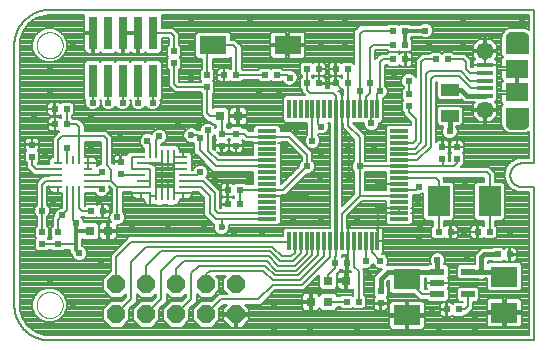
<source format=gtl>
G75*
%MOIN*%
%OFA0B0*%
%FSLAX25Y25*%
%IPPOS*%
%LPD*%
%AMOC8*
5,1,8,0,0,1.08239X$1,22.5*
%
%ADD10C,0.00800*%
%ADD11C,0.00000*%
%ADD12R,0.03150X0.01083*%
%ADD13R,0.01083X0.03150*%
%ADD14R,0.01969X0.01969*%
%ADD15R,0.03150X0.03150*%
%ADD16R,0.06299X0.01181*%
%ADD17R,0.01181X0.06299*%
%ADD18R,0.07480X0.10236*%
%ADD19C,0.05709*%
%ADD20R,0.05315X0.01575*%
%ADD21R,0.07480X0.05906*%
%ADD22C,0.00001*%
%ADD23R,0.09055X0.06299*%
%ADD24R,0.04724X0.02165*%
%ADD25R,0.05906X0.03937*%
%ADD26R,0.09000X0.07000*%
%ADD27R,0.03000X0.11000*%
%ADD28OC8,0.06000*%
%ADD29C,0.02362*%
%ADD30C,0.02381*%
%ADD31C,0.01600*%
%ADD32C,0.01200*%
D10*
X0007465Y0005448D02*
X0127104Y0005448D01*
X0127130Y0005403D02*
X0127390Y0005143D01*
X0127710Y0004958D01*
X0128066Y0004863D01*
X0132350Y0004863D01*
X0132350Y0009363D01*
X0126850Y0009363D01*
X0126850Y0006079D01*
X0126945Y0005723D01*
X0127130Y0005403D01*
X0126850Y0006247D02*
X0078156Y0006247D01*
X0077573Y0005663D02*
X0080150Y0008240D01*
X0080150Y0009663D01*
X0076150Y0009663D01*
X0076150Y0010463D01*
X0080150Y0010463D01*
X0080150Y0011886D01*
X0078773Y0013263D01*
X0083896Y0013263D01*
X0084950Y0014317D01*
X0088696Y0018063D01*
X0098396Y0018063D01*
X0099450Y0019117D01*
X0099450Y0019117D01*
X0103475Y0023143D01*
X0103475Y0019208D01*
X0104295Y0018388D01*
X0108605Y0018388D01*
X0109425Y0019208D01*
X0109425Y0023518D01*
X0109288Y0023655D01*
X0109296Y0023663D01*
X0110350Y0024717D01*
X0110350Y0024915D01*
X0110550Y0025115D01*
X0110706Y0024958D01*
X0111025Y0024774D01*
X0111381Y0024679D01*
X0112458Y0024679D01*
X0112458Y0026971D01*
X0112642Y0026971D01*
X0112642Y0024679D01*
X0113719Y0024679D01*
X0113774Y0024694D01*
X0114130Y0024338D01*
X0112837Y0024338D01*
X0112837Y0021750D01*
X0112063Y0021750D01*
X0112063Y0020976D01*
X0112837Y0020976D01*
X0112837Y0018388D01*
X0114209Y0018388D01*
X0114565Y0018484D01*
X0114750Y0018590D01*
X0114750Y0016411D01*
X0114550Y0016211D01*
X0114114Y0016647D01*
X0110986Y0016647D01*
X0110402Y0016063D01*
X0109478Y0016063D01*
X0109478Y0016418D01*
X0108657Y0017238D01*
X0104348Y0017238D01*
X0103528Y0016418D01*
X0103528Y0016187D01*
X0103477Y0016378D01*
X0103292Y0016697D01*
X0103032Y0016958D01*
X0102712Y0017142D01*
X0102356Y0017238D01*
X0100985Y0017238D01*
X0100985Y0014650D01*
X0100210Y0014650D01*
X0100210Y0013876D01*
X0097622Y0013876D01*
X0097622Y0012504D01*
X0097718Y0012148D01*
X0097902Y0011829D01*
X0098163Y0011568D01*
X0098482Y0011384D01*
X0098838Y0011288D01*
X0100210Y0011288D01*
X0100210Y0013876D01*
X0100985Y0013876D01*
X0100985Y0011288D01*
X0102356Y0011288D01*
X0102712Y0011384D01*
X0103032Y0011568D01*
X0103292Y0011829D01*
X0103477Y0012148D01*
X0103528Y0012339D01*
X0103528Y0012108D01*
X0104348Y0011288D01*
X0108657Y0011288D01*
X0109478Y0012108D01*
X0109478Y0012463D01*
X0110402Y0012463D01*
X0110986Y0011879D01*
X0114114Y0011879D01*
X0114550Y0012315D01*
X0114986Y0011879D01*
X0118114Y0011879D01*
X0118934Y0012699D01*
X0118934Y0015827D01*
X0118350Y0016411D01*
X0118350Y0025209D01*
X0118181Y0025378D01*
X0118435Y0025272D01*
X0119465Y0025272D01*
X0120417Y0025667D01*
X0121146Y0026396D01*
X0121350Y0026888D01*
X0121554Y0026396D01*
X0122283Y0025667D01*
X0123235Y0025272D01*
X0124265Y0025272D01*
X0124338Y0025303D01*
X0124250Y0025214D01*
X0121750Y0022714D01*
X0121750Y0019511D01*
X0121566Y0019327D01*
X0121566Y0016199D01*
X0122002Y0015763D01*
X0121845Y0015607D01*
X0121661Y0015288D01*
X0121566Y0014932D01*
X0121566Y0013855D01*
X0123858Y0013855D01*
X0123858Y0013671D01*
X0124042Y0013671D01*
X0124042Y0013855D01*
X0126334Y0013855D01*
X0126334Y0014932D01*
X0126239Y0015288D01*
X0126055Y0015607D01*
X0125898Y0015763D01*
X0126334Y0016199D01*
X0126334Y0019327D01*
X0126150Y0019511D01*
X0126150Y0020892D01*
X0126850Y0021592D01*
X0126850Y0017683D01*
X0127670Y0016863D01*
X0135104Y0016863D01*
X0136945Y0015023D01*
X0139207Y0015023D01*
X0139890Y0014340D01*
X0145774Y0014340D01*
X0146594Y0015160D01*
X0146594Y0018485D01*
X0146367Y0018712D01*
X0146499Y0018940D01*
X0146594Y0019296D01*
X0146594Y0020422D01*
X0142973Y0020422D01*
X0142973Y0020704D01*
X0146594Y0020704D01*
X0146594Y0021830D01*
X0146499Y0022186D01*
X0146367Y0022414D01*
X0146594Y0022641D01*
X0146594Y0025966D01*
X0145774Y0026786D01*
X0145084Y0026786D01*
X0145441Y0027648D01*
X0145441Y0028678D01*
X0145046Y0029630D01*
X0144317Y0030359D01*
X0143365Y0030754D01*
X0142335Y0030754D01*
X0141383Y0030359D01*
X0140654Y0029630D01*
X0140259Y0028678D01*
X0140259Y0027648D01*
X0140616Y0026786D01*
X0139890Y0026786D01*
X0139607Y0026503D01*
X0137990Y0026503D01*
X0137830Y0026663D01*
X0127670Y0026663D01*
X0127510Y0026503D01*
X0125991Y0026503D01*
X0126341Y0027348D01*
X0126341Y0028378D01*
X0125946Y0029330D01*
X0125217Y0030059D01*
X0124471Y0030368D01*
X0124565Y0030462D01*
X0124749Y0030781D01*
X0124844Y0031137D01*
X0124844Y0034471D01*
X0124844Y0037805D01*
X0124749Y0038161D01*
X0124565Y0038480D01*
X0124304Y0038741D01*
X0123985Y0038925D01*
X0123629Y0039020D01*
X0122854Y0039020D01*
X0122079Y0039020D01*
X0122061Y0039016D01*
X0122056Y0039020D01*
X0113809Y0039020D01*
X0113805Y0039016D01*
X0113786Y0039020D01*
X0113011Y0039020D01*
X0112843Y0039020D01*
X0112843Y0042968D01*
X0117703Y0047828D01*
X0125588Y0047828D01*
X0125588Y0046489D01*
X0125593Y0046484D01*
X0125588Y0046466D01*
X0125588Y0045691D01*
X0125588Y0044916D01*
X0125644Y0044707D01*
X0125588Y0044498D01*
X0125588Y0043723D01*
X0126386Y0043723D01*
X0126386Y0043723D01*
X0125588Y0043723D01*
X0125588Y0042948D01*
X0125593Y0042930D01*
X0125588Y0042925D01*
X0125588Y0040584D01*
X0126408Y0039764D01*
X0133867Y0039764D01*
X0134687Y0040584D01*
X0134687Y0042925D01*
X0134682Y0042930D01*
X0134687Y0042948D01*
X0134687Y0043723D01*
X0134687Y0044498D01*
X0134631Y0044707D01*
X0134687Y0044916D01*
X0134687Y0045691D01*
X0133889Y0045691D01*
X0133889Y0045691D01*
X0134687Y0045691D01*
X0134687Y0046466D01*
X0134682Y0046484D01*
X0134687Y0046489D01*
X0134687Y0049797D01*
X0136296Y0049797D01*
X0136505Y0050006D01*
X0137065Y0050006D01*
X0138017Y0050401D01*
X0138145Y0050529D01*
X0138145Y0042165D01*
X0138965Y0041345D01*
X0141450Y0041345D01*
X0141450Y0039611D01*
X0140866Y0039027D01*
X0140866Y0035899D01*
X0141686Y0035079D01*
X0144814Y0035079D01*
X0145250Y0035515D01*
X0145406Y0035358D01*
X0145725Y0035174D01*
X0146081Y0035079D01*
X0147158Y0035079D01*
X0147158Y0037371D01*
X0147342Y0037371D01*
X0147342Y0037555D01*
X0147158Y0037555D01*
X0147158Y0039847D01*
X0146081Y0039847D01*
X0145725Y0039752D01*
X0145406Y0039568D01*
X0145250Y0039411D01*
X0145050Y0039611D01*
X0145050Y0041345D01*
X0147605Y0041345D01*
X0148426Y0042165D01*
X0148426Y0053561D01*
X0147605Y0054381D01*
X0145085Y0054381D01*
X0145085Y0055279D01*
X0144662Y0055702D01*
X0158415Y0055702D01*
X0158415Y0054381D01*
X0155895Y0054381D01*
X0155074Y0053561D01*
X0155074Y0042165D01*
X0155895Y0041345D01*
X0158450Y0041345D01*
X0158450Y0039711D01*
X0158250Y0039511D01*
X0158094Y0039668D01*
X0157775Y0039852D01*
X0157419Y0039947D01*
X0156342Y0039947D01*
X0156342Y0037655D01*
X0156158Y0037655D01*
X0156158Y0037471D01*
X0156342Y0037471D01*
X0156342Y0035179D01*
X0157419Y0035179D01*
X0157775Y0035274D01*
X0158094Y0035458D01*
X0158250Y0035615D01*
X0158686Y0035179D01*
X0161814Y0035179D01*
X0162634Y0035999D01*
X0162634Y0039127D01*
X0162050Y0039711D01*
X0162050Y0041345D01*
X0164535Y0041345D01*
X0165355Y0042165D01*
X0165355Y0053561D01*
X0164535Y0054381D01*
X0162015Y0054381D01*
X0162015Y0057248D01*
X0160960Y0058302D01*
X0159960Y0059302D01*
X0150714Y0059302D01*
X0150863Y0059452D01*
X0150901Y0059452D01*
X0151721Y0060272D01*
X0151721Y0063400D01*
X0151285Y0063836D01*
X0151441Y0063992D01*
X0151625Y0064312D01*
X0151721Y0064668D01*
X0151721Y0065744D01*
X0149429Y0065744D01*
X0149429Y0065928D01*
X0151721Y0065928D01*
X0151721Y0067005D01*
X0151625Y0067361D01*
X0151441Y0067680D01*
X0151180Y0067941D01*
X0150861Y0068125D01*
X0150505Y0068220D01*
X0149429Y0068220D01*
X0149429Y0065928D01*
X0149244Y0065928D01*
X0149244Y0065744D01*
X0146952Y0065744D01*
X0146952Y0064668D01*
X0147048Y0064312D01*
X0147232Y0063992D01*
X0147388Y0063836D01*
X0146952Y0063400D01*
X0146952Y0061271D01*
X0146844Y0061271D01*
X0146844Y0063411D01*
X0146408Y0063847D01*
X0146564Y0064003D01*
X0146748Y0064323D01*
X0146844Y0064679D01*
X0146844Y0065755D01*
X0144552Y0065755D01*
X0144552Y0065939D01*
X0146844Y0065939D01*
X0146844Y0067016D01*
X0146748Y0067372D01*
X0146564Y0067691D01*
X0146303Y0067952D01*
X0145984Y0068136D01*
X0145628Y0068231D01*
X0144552Y0068231D01*
X0144552Y0065939D01*
X0144367Y0065939D01*
X0144367Y0068231D01*
X0143291Y0068231D01*
X0142935Y0068136D01*
X0142616Y0067952D01*
X0142355Y0067691D01*
X0142350Y0067683D01*
X0142350Y0087663D01*
X0142718Y0087663D01*
X0142597Y0087542D01*
X0142597Y0082445D01*
X0143417Y0081625D01*
X0150483Y0081625D01*
X0150680Y0081822D01*
X0151766Y0080735D01*
X0155280Y0080735D01*
X0155066Y0080441D01*
X0154762Y0079844D01*
X0154555Y0079207D01*
X0154460Y0078611D01*
X0158304Y0078611D01*
X0158304Y0077811D01*
X0154460Y0077811D01*
X0154555Y0077215D01*
X0154762Y0076578D01*
X0155066Y0075981D01*
X0155459Y0075440D01*
X0155933Y0074966D01*
X0156475Y0074572D01*
X0157071Y0074268D01*
X0157708Y0074061D01*
X0158304Y0073967D01*
X0158304Y0077811D01*
X0159104Y0077811D01*
X0159104Y0073967D01*
X0159701Y0074061D01*
X0160337Y0074268D01*
X0160934Y0074572D01*
X0161476Y0074966D01*
X0161949Y0075440D01*
X0162343Y0075981D01*
X0162647Y0076578D01*
X0162854Y0077215D01*
X0162948Y0077811D01*
X0159104Y0077811D01*
X0159104Y0078611D01*
X0162948Y0078611D01*
X0162854Y0079207D01*
X0162647Y0079844D01*
X0162343Y0080441D01*
X0162045Y0080851D01*
X0162762Y0081568D01*
X0162762Y0091980D01*
X0162715Y0092026D01*
X0162762Y0092200D01*
X0162762Y0093172D01*
X0162762Y0094143D01*
X0162666Y0094499D01*
X0162482Y0094819D01*
X0162221Y0095079D01*
X0162007Y0095203D01*
X0162343Y0095666D01*
X0162647Y0096263D01*
X0162854Y0096900D01*
X0162948Y0097496D01*
X0159104Y0097496D01*
X0159104Y0095359D01*
X0158704Y0095359D01*
X0158704Y0093172D01*
X0158704Y0093172D01*
X0158704Y0093172D01*
X0154647Y0093172D01*
X0154647Y0094143D01*
X0154742Y0094499D01*
X0154927Y0094819D01*
X0155187Y0095079D01*
X0155402Y0095203D01*
X0155066Y0095666D01*
X0154762Y0096263D01*
X0154555Y0096900D01*
X0154460Y0097496D01*
X0158304Y0097496D01*
X0158304Y0098296D01*
X0154460Y0098296D01*
X0154555Y0098892D01*
X0154762Y0099529D01*
X0155066Y0100126D01*
X0155459Y0100668D01*
X0155933Y0101141D01*
X0156475Y0101535D01*
X0157071Y0101839D01*
X0157708Y0102046D01*
X0158304Y0102140D01*
X0158304Y0098296D01*
X0159104Y0098296D01*
X0159104Y0102140D01*
X0159701Y0102046D01*
X0160337Y0101839D01*
X0160934Y0101535D01*
X0161476Y0101141D01*
X0161949Y0100668D01*
X0162343Y0100126D01*
X0162647Y0099529D01*
X0162854Y0098892D01*
X0162948Y0098296D01*
X0159104Y0098296D01*
X0159104Y0097496D01*
X0158304Y0097496D01*
X0158304Y0095359D01*
X0158704Y0095359D01*
X0158704Y0093172D01*
X0154647Y0093172D01*
X0154647Y0092413D01*
X0154346Y0092413D01*
X0154150Y0092609D01*
X0154150Y0094809D01*
X0152096Y0096863D01*
X0148498Y0096863D01*
X0147914Y0097447D01*
X0144786Y0097447D01*
X0144350Y0097011D01*
X0143914Y0097447D01*
X0140786Y0097447D01*
X0140202Y0096863D01*
X0137604Y0096863D01*
X0136550Y0095809D01*
X0135550Y0094809D01*
X0135550Y0089321D01*
X0135546Y0089330D01*
X0134817Y0090059D01*
X0133865Y0090454D01*
X0132835Y0090454D01*
X0131883Y0090059D01*
X0131154Y0089330D01*
X0130759Y0088378D01*
X0130759Y0087348D01*
X0131154Y0086396D01*
X0131550Y0085999D01*
X0131550Y0085611D01*
X0130966Y0085027D01*
X0130966Y0081899D01*
X0131402Y0081463D01*
X0130966Y0081027D01*
X0130966Y0077899D01*
X0131550Y0077315D01*
X0131550Y0076717D01*
X0133950Y0074317D01*
X0133950Y0073189D01*
X0133867Y0073272D01*
X0126408Y0073272D01*
X0125588Y0072452D01*
X0125588Y0061271D01*
X0118821Y0061271D01*
X0118758Y0061334D01*
X0118758Y0069801D01*
X0117703Y0070855D01*
X0114811Y0073747D01*
X0114811Y0074016D01*
X0118259Y0074016D01*
X0118259Y0073248D01*
X0118654Y0072296D01*
X0119383Y0071567D01*
X0120335Y0071172D01*
X0121365Y0071172D01*
X0122317Y0071567D01*
X0123046Y0072296D01*
X0123441Y0073248D01*
X0123441Y0074016D01*
X0124024Y0074016D01*
X0124844Y0074836D01*
X0124844Y0082154D01*
X0125117Y0082267D01*
X0125846Y0082996D01*
X0126241Y0083948D01*
X0126241Y0084978D01*
X0125846Y0085930D01*
X0125450Y0086327D01*
X0125450Y0093263D01*
X0126002Y0093263D01*
X0126586Y0092679D01*
X0129714Y0092679D01*
X0130150Y0093115D01*
X0130306Y0092958D01*
X0130625Y0092774D01*
X0130981Y0092679D01*
X0132058Y0092679D01*
X0132058Y0094971D01*
X0132242Y0094971D01*
X0132242Y0095155D01*
X0132058Y0095155D01*
X0132058Y0097447D01*
X0130981Y0097447D01*
X0130625Y0097352D01*
X0130306Y0097168D01*
X0130150Y0097011D01*
X0129714Y0097447D01*
X0126586Y0097447D01*
X0126002Y0096863D01*
X0123904Y0096863D01*
X0122850Y0095809D01*
X0122200Y0095159D01*
X0122200Y0098063D01*
X0126002Y0098063D01*
X0126586Y0097479D01*
X0129714Y0097479D01*
X0130150Y0097915D01*
X0130586Y0097479D01*
X0133714Y0097479D01*
X0134534Y0098299D01*
X0134534Y0101427D01*
X0134150Y0101811D01*
X0134150Y0102663D01*
X0137186Y0102663D01*
X0137383Y0102467D01*
X0138335Y0102072D01*
X0139365Y0102072D01*
X0140317Y0102467D01*
X0141046Y0103196D01*
X0141441Y0104148D01*
X0141441Y0105178D01*
X0141046Y0106130D01*
X0140317Y0106859D01*
X0139365Y0107254D01*
X0138335Y0107254D01*
X0137383Y0106859D01*
X0137186Y0106663D01*
X0134098Y0106663D01*
X0133714Y0107047D01*
X0130586Y0107047D01*
X0130150Y0106611D01*
X0129714Y0107047D01*
X0126586Y0107047D01*
X0126002Y0106463D01*
X0117203Y0106463D01*
X0116203Y0105463D01*
X0116203Y0105463D01*
X0115148Y0104409D01*
X0115148Y0093613D01*
X0114514Y0094247D01*
X0111386Y0094247D01*
X0110950Y0093811D01*
X0110794Y0093968D01*
X0110475Y0094152D01*
X0110119Y0094247D01*
X0109042Y0094247D01*
X0109042Y0091955D01*
X0108858Y0091955D01*
X0108858Y0091771D01*
X0109042Y0091771D01*
X0109042Y0089479D01*
X0110119Y0089479D01*
X0110475Y0089574D01*
X0110794Y0089758D01*
X0110950Y0089915D01*
X0111150Y0089715D01*
X0111150Y0089211D01*
X0110950Y0089011D01*
X0110794Y0089168D01*
X0110475Y0089352D01*
X0110119Y0089447D01*
X0109042Y0089447D01*
X0109042Y0087155D01*
X0108858Y0087155D01*
X0108858Y0086971D01*
X0106566Y0086971D01*
X0106566Y0085894D01*
X0106628Y0085663D01*
X0105672Y0085663D01*
X0105734Y0085894D01*
X0105734Y0086971D01*
X0103442Y0086971D01*
X0103442Y0087155D01*
X0103258Y0087155D01*
X0103258Y0089447D01*
X0102181Y0089447D01*
X0101825Y0089352D01*
X0101506Y0089168D01*
X0101350Y0089011D01*
X0101150Y0089211D01*
X0101150Y0089715D01*
X0101350Y0089915D01*
X0101506Y0089758D01*
X0101825Y0089574D01*
X0102181Y0089479D01*
X0103258Y0089479D01*
X0103258Y0091771D01*
X0103442Y0091771D01*
X0103442Y0091955D01*
X0103258Y0091955D01*
X0103258Y0094247D01*
X0102181Y0094247D01*
X0101825Y0094152D01*
X0101506Y0093968D01*
X0101350Y0093811D01*
X0100914Y0094247D01*
X0097786Y0094247D01*
X0096966Y0093427D01*
X0096966Y0090299D01*
X0097550Y0089715D01*
X0097550Y0089211D01*
X0096966Y0088627D01*
X0096966Y0085499D01*
X0097550Y0084915D01*
X0097550Y0084117D01*
X0098552Y0083115D01*
X0092156Y0083115D01*
X0091336Y0082295D01*
X0091336Y0074836D01*
X0092156Y0074016D01*
X0099400Y0074016D01*
X0099400Y0069777D01*
X0099004Y0069380D01*
X0098610Y0068428D01*
X0098610Y0067398D01*
X0099004Y0066446D01*
X0099733Y0065717D01*
X0100685Y0065322D01*
X0101716Y0065322D01*
X0102668Y0065717D01*
X0103397Y0066446D01*
X0103791Y0067398D01*
X0103791Y0068428D01*
X0103397Y0069380D01*
X0103000Y0069777D01*
X0103000Y0070335D01*
X0103635Y0070072D01*
X0104665Y0070072D01*
X0105617Y0070467D01*
X0106346Y0071196D01*
X0106741Y0072148D01*
X0106741Y0073178D01*
X0106394Y0074016D01*
X0107074Y0074016D01*
X0107074Y0039020D01*
X0092156Y0039020D01*
X0091336Y0038200D01*
X0091336Y0036063D01*
X0040004Y0036063D01*
X0038950Y0035009D01*
X0033950Y0030009D01*
X0033950Y0024463D01*
X0033927Y0024463D01*
X0031350Y0021886D01*
X0031350Y0018240D01*
X0033927Y0015663D01*
X0037573Y0015663D01*
X0038950Y0017040D01*
X0038950Y0015809D01*
X0037588Y0014447D01*
X0037573Y0014463D01*
X0033927Y0014463D01*
X0031350Y0011886D01*
X0031350Y0008240D01*
X0033927Y0005663D01*
X0037573Y0005663D01*
X0040150Y0008240D01*
X0040150Y0011886D01*
X0040134Y0011901D01*
X0042550Y0014317D01*
X0042550Y0017040D01*
X0043927Y0015663D01*
X0047573Y0015663D01*
X0048950Y0017040D01*
X0048950Y0015809D01*
X0047588Y0014447D01*
X0047573Y0014463D01*
X0043927Y0014463D01*
X0041350Y0011886D01*
X0041350Y0008240D01*
X0043927Y0005663D01*
X0047573Y0005663D01*
X0050150Y0008240D01*
X0050150Y0011886D01*
X0050134Y0011901D01*
X0052550Y0014317D01*
X0052550Y0017040D01*
X0053927Y0015663D01*
X0057573Y0015663D01*
X0058950Y0017040D01*
X0058950Y0015809D01*
X0057588Y0014447D01*
X0057573Y0014463D01*
X0053927Y0014463D01*
X0051350Y0011886D01*
X0051350Y0008240D01*
X0053927Y0005663D01*
X0057573Y0005663D01*
X0060150Y0008240D01*
X0060150Y0011886D01*
X0060134Y0011901D01*
X0062550Y0014317D01*
X0062550Y0017040D01*
X0063927Y0015663D01*
X0067573Y0015663D01*
X0070150Y0018240D01*
X0070150Y0021886D01*
X0069173Y0022863D01*
X0072327Y0022863D01*
X0071350Y0021886D01*
X0071350Y0018240D01*
X0072727Y0016863D01*
X0070004Y0016863D01*
X0067588Y0014447D01*
X0067573Y0014463D01*
X0063927Y0014463D01*
X0061350Y0011886D01*
X0061350Y0008240D01*
X0063927Y0005663D01*
X0067573Y0005663D01*
X0070150Y0008240D01*
X0070150Y0011886D01*
X0070134Y0011901D01*
X0071496Y0013263D01*
X0072727Y0013263D01*
X0071350Y0011886D01*
X0071350Y0010463D01*
X0075350Y0010463D01*
X0075350Y0009663D01*
X0071350Y0009663D01*
X0071350Y0008240D01*
X0073927Y0005663D01*
X0075350Y0005663D01*
X0075350Y0009663D01*
X0076150Y0009663D01*
X0076150Y0005663D01*
X0077573Y0005663D01*
X0076150Y0006247D02*
X0075350Y0006247D01*
X0075350Y0007045D02*
X0076150Y0007045D01*
X0076150Y0007844D02*
X0075350Y0007844D01*
X0075350Y0008642D02*
X0076150Y0008642D01*
X0076150Y0009441D02*
X0075350Y0009441D01*
X0075350Y0010239D02*
X0070150Y0010239D01*
X0070150Y0009441D02*
X0071350Y0009441D01*
X0071350Y0008642D02*
X0070150Y0008642D01*
X0069753Y0007844D02*
X0071747Y0007844D01*
X0072545Y0007045D02*
X0068955Y0007045D01*
X0068156Y0006247D02*
X0073344Y0006247D01*
X0078955Y0007045D02*
X0126850Y0007045D01*
X0126850Y0007844D02*
X0079753Y0007844D01*
X0080150Y0008642D02*
X0126850Y0008642D01*
X0126850Y0010163D02*
X0126850Y0013447D01*
X0126945Y0013803D01*
X0127130Y0014123D01*
X0127390Y0014383D01*
X0127710Y0014568D01*
X0128066Y0014663D01*
X0132350Y0014663D01*
X0132350Y0010163D01*
X0133150Y0010163D01*
X0133150Y0014663D01*
X0137434Y0014663D01*
X0137790Y0014568D01*
X0138110Y0014383D01*
X0138370Y0014123D01*
X0138555Y0013803D01*
X0138650Y0013447D01*
X0138650Y0010163D01*
X0133150Y0010163D01*
X0133150Y0009363D01*
X0138650Y0009363D01*
X0138650Y0006079D01*
X0138555Y0005723D01*
X0138370Y0005403D01*
X0138110Y0005143D01*
X0137790Y0004958D01*
X0137434Y0004863D01*
X0133150Y0004863D01*
X0133150Y0009363D01*
X0132350Y0009363D01*
X0132350Y0010163D01*
X0126850Y0010163D01*
X0126850Y0010239D02*
X0076150Y0010239D01*
X0079401Y0012635D02*
X0097622Y0012635D01*
X0097622Y0013433D02*
X0084066Y0013433D01*
X0084864Y0014232D02*
X0100210Y0014232D01*
X0100210Y0014650D02*
X0097622Y0014650D01*
X0097622Y0016022D01*
X0097718Y0016378D01*
X0097902Y0016697D01*
X0098163Y0016958D01*
X0098482Y0017142D01*
X0098838Y0017238D01*
X0100210Y0017238D01*
X0100210Y0014650D01*
X0100210Y0015030D02*
X0100985Y0015030D01*
X0100985Y0015829D02*
X0100210Y0015829D01*
X0100210Y0016627D02*
X0100985Y0016627D01*
X0097862Y0016627D02*
X0087260Y0016627D01*
X0086461Y0015829D02*
X0097622Y0015829D01*
X0097622Y0015030D02*
X0085663Y0015030D01*
X0083150Y0015063D02*
X0070750Y0015063D01*
X0065750Y0010063D01*
X0062545Y0007045D02*
X0058955Y0007045D01*
X0059753Y0007844D02*
X0061747Y0007844D01*
X0061350Y0008642D02*
X0060150Y0008642D01*
X0060150Y0009441D02*
X0061350Y0009441D01*
X0061350Y0010239D02*
X0060150Y0010239D01*
X0060150Y0011038D02*
X0061350Y0011038D01*
X0061350Y0011836D02*
X0060150Y0011836D01*
X0060867Y0012635D02*
X0062099Y0012635D01*
X0061666Y0013433D02*
X0062898Y0013433D01*
X0062464Y0014232D02*
X0063696Y0014232D01*
X0062550Y0015030D02*
X0068172Y0015030D01*
X0067738Y0015829D02*
X0068970Y0015829D01*
X0068537Y0016627D02*
X0069769Y0016627D01*
X0069335Y0017426D02*
X0072165Y0017426D01*
X0071366Y0018224D02*
X0070134Y0018224D01*
X0070150Y0019023D02*
X0071350Y0019023D01*
X0071350Y0019821D02*
X0070150Y0019821D01*
X0070150Y0020620D02*
X0071350Y0020620D01*
X0071350Y0021418D02*
X0070150Y0021418D01*
X0069819Y0022217D02*
X0071681Y0022217D01*
X0067000Y0024663D02*
X0084750Y0024663D01*
X0087950Y0021463D01*
X0097050Y0021463D01*
X0105137Y0029550D01*
X0105137Y0034471D01*
X0103169Y0034471D02*
X0103169Y0029782D01*
X0096450Y0023063D01*
X0088550Y0023063D01*
X0085350Y0026263D01*
X0063250Y0026263D01*
X0060750Y0023763D01*
X0060750Y0015063D01*
X0055750Y0010063D01*
X0052545Y0007045D02*
X0048955Y0007045D01*
X0049753Y0007844D02*
X0051747Y0007844D01*
X0051350Y0008642D02*
X0050150Y0008642D01*
X0050150Y0009441D02*
X0051350Y0009441D01*
X0051350Y0010239D02*
X0050150Y0010239D01*
X0050150Y0011038D02*
X0051350Y0011038D01*
X0051350Y0011836D02*
X0050150Y0011836D01*
X0050867Y0012635D02*
X0052099Y0012635D01*
X0051666Y0013433D02*
X0052898Y0013433D01*
X0052464Y0014232D02*
X0053696Y0014232D01*
X0052550Y0015030D02*
X0058172Y0015030D01*
X0057738Y0015829D02*
X0058950Y0015829D01*
X0058950Y0016627D02*
X0058537Y0016627D01*
X0062550Y0016627D02*
X0062963Y0016627D01*
X0062550Y0015829D02*
X0063762Y0015829D01*
X0065750Y0020063D02*
X0065750Y0023413D01*
X0067000Y0024663D01*
X0058250Y0027863D02*
X0085950Y0027863D01*
X0089150Y0024663D01*
X0095850Y0024663D01*
X0101200Y0030013D01*
X0101200Y0034471D01*
X0099232Y0034471D02*
X0099232Y0030245D01*
X0095250Y0026263D01*
X0089750Y0026263D01*
X0086550Y0029463D01*
X0055750Y0029463D01*
X0050750Y0024463D01*
X0050750Y0015063D01*
X0045750Y0010063D01*
X0042545Y0007045D02*
X0038955Y0007045D01*
X0039753Y0007844D02*
X0041747Y0007844D01*
X0041350Y0008642D02*
X0040150Y0008642D01*
X0040150Y0009441D02*
X0041350Y0009441D01*
X0041350Y0010239D02*
X0040150Y0010239D01*
X0040150Y0011038D02*
X0041350Y0011038D01*
X0041350Y0011836D02*
X0040150Y0011836D01*
X0040867Y0012635D02*
X0042099Y0012635D01*
X0041666Y0013433D02*
X0042898Y0013433D01*
X0042464Y0014232D02*
X0043696Y0014232D01*
X0042550Y0015030D02*
X0048172Y0015030D01*
X0047738Y0015829D02*
X0048950Y0015829D01*
X0048950Y0016627D02*
X0048537Y0016627D01*
X0043762Y0015829D02*
X0042550Y0015829D01*
X0042550Y0016627D02*
X0042963Y0016627D01*
X0040750Y0015063D02*
X0035750Y0010063D01*
X0032545Y0007045D02*
X0005860Y0007045D01*
X0006440Y0006247D02*
X0033344Y0006247D01*
X0031747Y0007844D02*
X0015619Y0007844D01*
X0014742Y0007480D02*
X0016848Y0008353D01*
X0018460Y0009965D01*
X0019333Y0012071D01*
X0019333Y0014351D01*
X0018460Y0016457D01*
X0016848Y0018069D01*
X0014742Y0018942D01*
X0012462Y0018942D01*
X0010356Y0018069D01*
X0008744Y0016457D01*
X0007871Y0014351D01*
X0007871Y0012071D01*
X0008744Y0009965D01*
X0010356Y0008353D01*
X0012462Y0007480D01*
X0014742Y0007480D01*
X0017138Y0008642D02*
X0031350Y0008642D01*
X0031350Y0009441D02*
X0017936Y0009441D01*
X0018574Y0010239D02*
X0031350Y0010239D01*
X0031350Y0011038D02*
X0018905Y0011038D01*
X0019235Y0011836D02*
X0031350Y0011836D01*
X0032099Y0012635D02*
X0019333Y0012635D01*
X0019333Y0013433D02*
X0032898Y0013433D01*
X0033696Y0014232D02*
X0019333Y0014232D01*
X0019051Y0015030D02*
X0038172Y0015030D01*
X0037738Y0015829D02*
X0038950Y0015829D01*
X0038950Y0016627D02*
X0038537Y0016627D01*
X0040750Y0015063D02*
X0040750Y0027663D01*
X0045750Y0032663D01*
X0087750Y0032663D01*
X0090950Y0029463D01*
X0094045Y0029463D01*
X0095295Y0030713D01*
X0095295Y0034471D01*
X0097263Y0034471D02*
X0097263Y0030476D01*
X0094650Y0027863D01*
X0090350Y0027863D01*
X0087150Y0031063D01*
X0050750Y0031063D01*
X0045750Y0026063D01*
X0045750Y0020063D01*
X0052550Y0016627D02*
X0052963Y0016627D01*
X0052550Y0015829D02*
X0053762Y0015829D01*
X0055750Y0020063D02*
X0055750Y0025363D01*
X0058250Y0027863D01*
X0068762Y0037601D02*
X0069488Y0036875D01*
X0070437Y0036482D01*
X0071463Y0036482D01*
X0072412Y0036875D01*
X0073138Y0037601D01*
X0073531Y0038550D01*
X0073531Y0039576D01*
X0073375Y0039954D01*
X0082123Y0039954D01*
X0082313Y0039764D01*
X0089772Y0039764D01*
X0090593Y0040584D01*
X0090593Y0048830D01*
X0090588Y0048835D01*
X0090593Y0048853D01*
X0090593Y0049628D01*
X0089795Y0049628D01*
X0089794Y0049628D01*
X0089795Y0049628D01*
X0090593Y0049628D01*
X0090593Y0049797D01*
X0092229Y0049797D01*
X0093284Y0050851D01*
X0093284Y0050851D01*
X0099313Y0056880D01*
X0099873Y0056880D01*
X0100825Y0057275D01*
X0101554Y0058003D01*
X0101948Y0058956D01*
X0101948Y0059986D01*
X0101554Y0060938D01*
X0101158Y0061334D01*
X0101158Y0064059D01*
X0100103Y0065113D01*
X0094103Y0071113D01*
X0090593Y0071113D01*
X0090593Y0072452D01*
X0089772Y0073272D01*
X0082313Y0073272D01*
X0081493Y0072452D01*
X0081493Y0071113D01*
X0080045Y0071113D01*
X0078996Y0072163D01*
X0077898Y0072163D01*
X0077314Y0072747D01*
X0074186Y0072747D01*
X0073602Y0072163D01*
X0073098Y0072163D01*
X0072750Y0072511D01*
X0072750Y0073333D01*
X0073425Y0074008D01*
X0073425Y0078318D01*
X0072605Y0079138D01*
X0068295Y0079138D01*
X0067950Y0078792D01*
X0067950Y0083715D01*
X0068534Y0084299D01*
X0068534Y0087427D01*
X0068098Y0087863D01*
X0068534Y0088299D01*
X0068534Y0091427D01*
X0067950Y0092011D01*
X0067950Y0095276D01*
X0073237Y0095276D01*
X0073950Y0095989D01*
X0073950Y0092011D01*
X0073750Y0091811D01*
X0073594Y0091968D01*
X0073275Y0092152D01*
X0072919Y0092247D01*
X0071842Y0092247D01*
X0071842Y0089955D01*
X0071658Y0089955D01*
X0071658Y0089771D01*
X0071842Y0089771D01*
X0071842Y0087479D01*
X0072919Y0087479D01*
X0073275Y0087574D01*
X0073594Y0087758D01*
X0073750Y0087915D01*
X0074186Y0087479D01*
X0077314Y0087479D01*
X0077898Y0088063D01*
X0083102Y0088063D01*
X0083686Y0087479D01*
X0086814Y0087479D01*
X0087250Y0087915D01*
X0087686Y0087479D01*
X0090814Y0087479D01*
X0091271Y0087936D01*
X0091454Y0087496D01*
X0092183Y0086767D01*
X0093135Y0086372D01*
X0094165Y0086372D01*
X0095117Y0086767D01*
X0095846Y0087496D01*
X0096241Y0088448D01*
X0096241Y0089478D01*
X0095846Y0090430D01*
X0095117Y0091159D01*
X0094165Y0091554D01*
X0093605Y0091554D01*
X0093496Y0091663D01*
X0091398Y0091663D01*
X0090814Y0092247D01*
X0087686Y0092247D01*
X0087250Y0091811D01*
X0086814Y0092247D01*
X0083686Y0092247D01*
X0083102Y0091663D01*
X0077898Y0091663D01*
X0077550Y0092011D01*
X0077550Y0099571D01*
X0076496Y0100625D01*
X0075496Y0101625D01*
X0074057Y0101625D01*
X0074057Y0103555D01*
X0073237Y0104375D01*
X0063022Y0104375D01*
X0062202Y0103555D01*
X0062202Y0096096D01*
X0063022Y0095276D01*
X0064350Y0095276D01*
X0064350Y0092011D01*
X0063766Y0091427D01*
X0063766Y0088299D01*
X0064202Y0087863D01*
X0064002Y0087663D01*
X0056819Y0087663D01*
X0056819Y0091716D01*
X0057404Y0092300D01*
X0057404Y0095429D01*
X0056968Y0095865D01*
X0057404Y0096300D01*
X0057404Y0099429D01*
X0056819Y0100013D01*
X0056819Y0103634D01*
X0055765Y0104688D01*
X0054765Y0105688D01*
X0050924Y0105688D01*
X0050924Y0109836D01*
X0173219Y0109836D01*
X0173219Y0104862D01*
X0173212Y0104867D01*
X0172989Y0105090D01*
X0172970Y0105130D01*
X0172937Y0105142D01*
X0172913Y0105166D01*
X0172868Y0105166D01*
X0172571Y0105270D01*
X0172305Y0105437D01*
X0172277Y0105472D01*
X0172243Y0105476D01*
X0172214Y0105494D01*
X0172170Y0105484D01*
X0171857Y0105519D01*
X0171710Y0105571D01*
X0171686Y0105595D01*
X0171641Y0105595D01*
X0171459Y0105659D01*
X0171327Y0105595D01*
X0171184Y0105595D01*
X0170686Y0105651D01*
X0170616Y0105595D01*
X0168052Y0105595D01*
X0167982Y0105651D01*
X0167484Y0105595D01*
X0167342Y0105595D01*
X0167210Y0105659D01*
X0167028Y0105595D01*
X0166983Y0105595D01*
X0166958Y0105571D01*
X0166811Y0105519D01*
X0166499Y0105484D01*
X0166455Y0105494D01*
X0166426Y0105476D01*
X0166392Y0105472D01*
X0166363Y0105437D01*
X0166097Y0105270D01*
X0165800Y0105166D01*
X0165755Y0105166D01*
X0165731Y0105142D01*
X0165699Y0105130D01*
X0165679Y0105090D01*
X0165457Y0104867D01*
X0165191Y0104700D01*
X0165147Y0104690D01*
X0165128Y0104661D01*
X0165099Y0104643D01*
X0165089Y0104599D01*
X0164922Y0104333D01*
X0164700Y0104110D01*
X0164659Y0104091D01*
X0164648Y0104058D01*
X0164624Y0104034D01*
X0164624Y0103989D01*
X0164520Y0103692D01*
X0164352Y0103426D01*
X0164317Y0103398D01*
X0164313Y0103364D01*
X0164295Y0103335D01*
X0164305Y0103291D01*
X0164270Y0102978D01*
X0164218Y0102831D01*
X0164194Y0102807D01*
X0164194Y0102762D01*
X0164130Y0102580D01*
X0164194Y0102448D01*
X0164194Y0102305D01*
X0164138Y0101807D01*
X0164194Y0101737D01*
X0164194Y0096529D01*
X0164697Y0096026D01*
X0164474Y0095803D01*
X0164290Y0095484D01*
X0164194Y0095128D01*
X0164194Y0092391D01*
X0168934Y0092391D01*
X0168934Y0091591D01*
X0164194Y0091591D01*
X0164194Y0088853D01*
X0164290Y0088497D01*
X0164474Y0088178D01*
X0164598Y0088054D01*
X0164474Y0087929D01*
X0164290Y0087610D01*
X0164194Y0087254D01*
X0164194Y0084516D01*
X0168934Y0084516D01*
X0168934Y0083717D01*
X0164194Y0083717D01*
X0164194Y0080979D01*
X0164290Y0080623D01*
X0164474Y0080304D01*
X0164697Y0080081D01*
X0164194Y0079578D01*
X0164194Y0074370D01*
X0164138Y0074300D01*
X0164194Y0073802D01*
X0164194Y0073659D01*
X0164130Y0073527D01*
X0164194Y0073345D01*
X0164194Y0073300D01*
X0164218Y0073276D01*
X0164270Y0073129D01*
X0164305Y0072816D01*
X0164295Y0072772D01*
X0164313Y0072743D01*
X0164317Y0072709D01*
X0164352Y0072681D01*
X0164520Y0072415D01*
X0164624Y0072118D01*
X0164624Y0072073D01*
X0164648Y0072049D01*
X0164659Y0072016D01*
X0164700Y0071997D01*
X0164922Y0071775D01*
X0165089Y0071508D01*
X0165099Y0071464D01*
X0165128Y0071446D01*
X0165147Y0071417D01*
X0165191Y0071407D01*
X0165457Y0071240D01*
X0165679Y0071017D01*
X0165699Y0070977D01*
X0165731Y0070966D01*
X0165755Y0070941D01*
X0165800Y0070941D01*
X0166097Y0070837D01*
X0166363Y0070670D01*
X0166392Y0070635D01*
X0166426Y0070631D01*
X0166455Y0070613D01*
X0166499Y0070623D01*
X0166811Y0070588D01*
X0166958Y0070536D01*
X0166983Y0070512D01*
X0167028Y0070512D01*
X0167210Y0070448D01*
X0167342Y0070512D01*
X0167484Y0070512D01*
X0167982Y0070456D01*
X0168052Y0070512D01*
X0170616Y0070512D01*
X0170686Y0070456D01*
X0171184Y0070512D01*
X0171327Y0070512D01*
X0171459Y0070448D01*
X0171641Y0070512D01*
X0171686Y0070512D01*
X0171710Y0070536D01*
X0171857Y0070588D01*
X0172170Y0070623D01*
X0172214Y0070613D01*
X0172243Y0070631D01*
X0172277Y0070635D01*
X0172305Y0070670D01*
X0172571Y0070837D01*
X0172868Y0070941D01*
X0172913Y0070941D01*
X0172937Y0070966D01*
X0172970Y0070977D01*
X0172989Y0071017D01*
X0173212Y0071240D01*
X0173219Y0071245D01*
X0173219Y0062255D01*
X0169773Y0062255D01*
X0167413Y0061119D01*
X0165780Y0059071D01*
X0165198Y0056518D01*
X0165780Y0053965D01*
X0167413Y0051917D01*
X0169773Y0050781D01*
X0173219Y0050781D01*
X0173219Y0003200D01*
X0013602Y0003200D01*
X0012036Y0003323D01*
X0009057Y0004291D01*
X0006523Y0006132D01*
X0004682Y0008666D01*
X0003714Y0011645D01*
X0003591Y0013211D01*
X0003591Y0099825D01*
X0003714Y0101391D01*
X0004682Y0104370D01*
X0006523Y0106904D01*
X0009057Y0108745D01*
X0012036Y0109713D01*
X0013602Y0109836D01*
X0025195Y0109836D01*
X0025124Y0109573D01*
X0025124Y0104238D01*
X0027674Y0104238D01*
X0027674Y0103538D01*
X0028374Y0103538D01*
X0028374Y0096988D01*
X0029708Y0096988D01*
X0030064Y0097084D01*
X0030384Y0097268D01*
X0030524Y0097408D01*
X0030944Y0096988D01*
X0035104Y0096988D01*
X0035524Y0097408D01*
X0035664Y0097268D01*
X0035984Y0097084D01*
X0036340Y0096988D01*
X0037674Y0096988D01*
X0037674Y0103538D01*
X0038374Y0103538D01*
X0038374Y0096988D01*
X0039708Y0096988D01*
X0040064Y0097084D01*
X0040384Y0097268D01*
X0040524Y0097408D01*
X0040664Y0097268D01*
X0040984Y0097084D01*
X0041340Y0096988D01*
X0042674Y0096988D01*
X0042674Y0103538D01*
X0043374Y0103538D01*
X0043374Y0096988D01*
X0044708Y0096988D01*
X0045064Y0097084D01*
X0045384Y0097268D01*
X0045524Y0097408D01*
X0045944Y0096988D01*
X0050104Y0096988D01*
X0050924Y0097808D01*
X0050924Y0102088D01*
X0053219Y0102088D01*
X0053219Y0100013D01*
X0052635Y0099429D01*
X0052635Y0096300D01*
X0053071Y0095865D01*
X0052635Y0095429D01*
X0052635Y0092300D01*
X0053219Y0091716D01*
X0053219Y0086117D01*
X0054219Y0085117D01*
X0055274Y0084063D01*
X0064002Y0084063D01*
X0064350Y0083715D01*
X0064350Y0076417D01*
X0065404Y0075363D01*
X0066404Y0074363D01*
X0067475Y0074363D01*
X0067475Y0074008D01*
X0068295Y0073188D01*
X0069150Y0073188D01*
X0069150Y0072511D01*
X0068846Y0072207D01*
X0068546Y0072930D01*
X0067817Y0073659D01*
X0066865Y0074054D01*
X0065835Y0074054D01*
X0064883Y0073659D01*
X0064154Y0072930D01*
X0063759Y0071978D01*
X0063759Y0071454D01*
X0063605Y0071454D01*
X0063396Y0071663D01*
X0062600Y0071663D01*
X0062212Y0072051D01*
X0061263Y0072444D01*
X0060237Y0072444D01*
X0059288Y0072051D01*
X0058562Y0071325D01*
X0058169Y0070376D01*
X0058169Y0069350D01*
X0058562Y0068401D01*
X0059288Y0067675D01*
X0060237Y0067282D01*
X0061263Y0067282D01*
X0061478Y0067371D01*
X0061850Y0066999D01*
X0061850Y0064025D01*
X0062904Y0062971D01*
X0068204Y0057671D01*
X0081493Y0057671D01*
X0081493Y0053411D01*
X0079098Y0053411D01*
X0078514Y0053995D01*
X0075386Y0053995D01*
X0074950Y0053559D01*
X0074794Y0053716D01*
X0074475Y0053900D01*
X0074119Y0053995D01*
X0073042Y0053995D01*
X0073042Y0051703D01*
X0072858Y0051703D01*
X0072858Y0051519D01*
X0073042Y0051519D01*
X0073042Y0049227D01*
X0074119Y0049227D01*
X0074475Y0049322D01*
X0074794Y0049506D01*
X0074950Y0049663D01*
X0075150Y0049463D01*
X0075150Y0048959D01*
X0074950Y0048759D01*
X0074794Y0048916D01*
X0074475Y0049100D01*
X0074119Y0049195D01*
X0073042Y0049195D01*
X0073042Y0046903D01*
X0072858Y0046903D01*
X0072858Y0046719D01*
X0070566Y0046719D01*
X0070566Y0045642D01*
X0070598Y0045523D01*
X0070350Y0045523D01*
X0070350Y0051295D01*
X0066350Y0055295D01*
X0065798Y0055847D01*
X0065946Y0055996D01*
X0066341Y0056948D01*
X0066341Y0057978D01*
X0065946Y0058930D01*
X0065217Y0059659D01*
X0064265Y0060054D01*
X0063235Y0060054D01*
X0062283Y0059659D01*
X0061554Y0058930D01*
X0061300Y0058318D01*
X0060967Y0058318D01*
X0060967Y0058474D01*
X0061156Y0058663D01*
X0061156Y0060283D01*
X0060986Y0060453D01*
X0061156Y0060623D01*
X0061156Y0062263D01*
X0060967Y0062452D01*
X0060967Y0063149D01*
X0060871Y0063505D01*
X0060687Y0063825D01*
X0060426Y0064085D01*
X0060107Y0064270D01*
X0059751Y0064365D01*
X0057992Y0064365D01*
X0057992Y0063083D01*
X0057992Y0063083D01*
X0057992Y0064365D01*
X0056882Y0064365D01*
X0056882Y0065265D01*
X0056786Y0065621D01*
X0056602Y0065941D01*
X0056341Y0066201D01*
X0056022Y0066386D01*
X0055666Y0066481D01*
X0054958Y0066481D01*
X0054776Y0066663D01*
X0053136Y0066663D01*
X0052966Y0066493D01*
X0052796Y0066663D01*
X0051176Y0066663D01*
X0050994Y0066481D01*
X0050835Y0066481D01*
X0050835Y0066943D01*
X0051617Y0067267D01*
X0052346Y0067996D01*
X0052741Y0068948D01*
X0052741Y0069978D01*
X0052346Y0070930D01*
X0051617Y0071659D01*
X0050665Y0072054D01*
X0049635Y0072054D01*
X0048683Y0071659D01*
X0047954Y0070930D01*
X0047597Y0070068D01*
X0046665Y0070454D01*
X0045635Y0070454D01*
X0044683Y0070059D01*
X0043954Y0069330D01*
X0043559Y0068378D01*
X0043559Y0067348D01*
X0043954Y0066396D01*
X0044683Y0065667D01*
X0045125Y0065483D01*
X0045125Y0064365D01*
X0041861Y0064365D01*
X0041719Y0064224D01*
X0040130Y0064224D01*
X0039076Y0063169D01*
X0039076Y0063093D01*
X0038801Y0063252D01*
X0038445Y0063347D01*
X0037368Y0063347D01*
X0037368Y0061055D01*
X0037184Y0061055D01*
X0037184Y0060871D01*
X0034892Y0060871D01*
X0034892Y0060067D01*
X0034350Y0060609D01*
X0034350Y0069209D01*
X0032296Y0071263D01*
X0025250Y0071263D01*
X0025250Y0073209D01*
X0024250Y0074209D01*
X0023196Y0075263D01*
X0021498Y0075263D01*
X0021050Y0075711D01*
X0021050Y0076415D01*
X0021634Y0076999D01*
X0021634Y0080127D01*
X0020814Y0080947D01*
X0017686Y0080947D01*
X0017250Y0080511D01*
X0017094Y0080668D01*
X0016775Y0080852D01*
X0016419Y0080947D01*
X0015342Y0080947D01*
X0015342Y0078655D01*
X0015158Y0078655D01*
X0015158Y0078471D01*
X0015342Y0078471D01*
X0015342Y0076179D01*
X0016419Y0076179D01*
X0016775Y0076274D01*
X0017094Y0076458D01*
X0017250Y0076615D01*
X0017450Y0076415D01*
X0017450Y0075511D01*
X0017350Y0075411D01*
X0017194Y0075568D01*
X0016875Y0075752D01*
X0016519Y0075847D01*
X0015442Y0075847D01*
X0015442Y0073555D01*
X0015258Y0073555D01*
X0015258Y0073371D01*
X0015442Y0073371D01*
X0015442Y0071079D01*
X0016519Y0071079D01*
X0016871Y0071173D01*
X0015711Y0070013D01*
X0014656Y0068959D01*
X0014656Y0062396D01*
X0014302Y0062396D01*
X0013481Y0061576D01*
X0013481Y0060287D01*
X0009746Y0060287D01*
X0009550Y0060482D01*
X0009550Y0060515D01*
X0010134Y0061099D01*
X0010134Y0064227D01*
X0009698Y0064663D01*
X0009855Y0064819D01*
X0010039Y0065138D01*
X0010134Y0065494D01*
X0010134Y0066571D01*
X0007842Y0066571D01*
X0007842Y0066755D01*
X0007658Y0066755D01*
X0007658Y0066571D01*
X0005366Y0066571D01*
X0005366Y0065494D01*
X0005461Y0065138D01*
X0005645Y0064819D01*
X0005802Y0064663D01*
X0005366Y0064227D01*
X0005366Y0061099D01*
X0005950Y0060515D01*
X0005950Y0058991D01*
X0007004Y0057937D01*
X0008254Y0056687D01*
X0013481Y0056687D01*
X0013481Y0056518D01*
X0013481Y0056350D01*
X0011554Y0056350D01*
X0010500Y0055295D01*
X0009250Y0054045D01*
X0009250Y0046527D01*
X0008854Y0046130D01*
X0008459Y0045178D01*
X0008459Y0044148D01*
X0008854Y0043196D01*
X0009250Y0042799D01*
X0009250Y0039611D01*
X0008666Y0039027D01*
X0008666Y0035899D01*
X0009102Y0035463D01*
X0008666Y0035027D01*
X0008666Y0031899D01*
X0009486Y0031079D01*
X0012614Y0031079D01*
X0013198Y0031663D01*
X0014202Y0031663D01*
X0014786Y0031079D01*
X0017914Y0031079D01*
X0018498Y0031663D01*
X0020476Y0031663D01*
X0020476Y0030635D01*
X0020885Y0030225D01*
X0020885Y0029948D01*
X0021280Y0028996D01*
X0022009Y0028267D01*
X0022961Y0027872D01*
X0023991Y0027872D01*
X0024943Y0028267D01*
X0025672Y0028996D01*
X0026067Y0029948D01*
X0026067Y0030978D01*
X0025672Y0031930D01*
X0024943Y0032659D01*
X0024476Y0032853D01*
X0024476Y0035308D01*
X0024895Y0034888D01*
X0029205Y0034888D01*
X0030025Y0035708D01*
X0030025Y0040018D01*
X0029205Y0040838D01*
X0025067Y0040838D01*
X0025067Y0040978D01*
X0024672Y0041930D01*
X0023943Y0042659D01*
X0023934Y0042663D01*
X0025128Y0042663D01*
X0025712Y0042079D01*
X0028840Y0042079D01*
X0029276Y0042515D01*
X0029432Y0042358D01*
X0029751Y0042174D01*
X0030107Y0042079D01*
X0031184Y0042079D01*
X0031184Y0044371D01*
X0031368Y0044371D01*
X0031368Y0044555D01*
X0031184Y0044555D01*
X0031184Y0046847D01*
X0030107Y0046847D01*
X0029751Y0046752D01*
X0029432Y0046568D01*
X0029276Y0046411D01*
X0028840Y0046847D01*
X0025712Y0046847D01*
X0025244Y0046380D01*
X0025244Y0049202D01*
X0025386Y0049344D01*
X0025386Y0050640D01*
X0028650Y0050640D01*
X0028652Y0050641D01*
X0028754Y0050396D01*
X0029483Y0049667D01*
X0030435Y0049272D01*
X0031465Y0049272D01*
X0032417Y0049667D01*
X0033146Y0050396D01*
X0033541Y0051348D01*
X0033541Y0052378D01*
X0033387Y0052750D01*
X0033404Y0052750D01*
X0034319Y0051836D01*
X0034319Y0044377D01*
X0033922Y0043980D01*
X0033660Y0043348D01*
X0033660Y0044371D01*
X0031368Y0044371D01*
X0031368Y0042079D01*
X0032445Y0042079D01*
X0032801Y0042174D01*
X0033120Y0042358D01*
X0033380Y0042619D01*
X0033528Y0042875D01*
X0033528Y0041998D01*
X0033922Y0041046D01*
X0034130Y0040838D01*
X0033437Y0040838D01*
X0033437Y0038250D01*
X0036025Y0038250D01*
X0036025Y0039622D01*
X0035944Y0039922D01*
X0036634Y0039922D01*
X0037586Y0040317D01*
X0038315Y0041046D01*
X0038709Y0041998D01*
X0038709Y0043028D01*
X0038315Y0043980D01*
X0037918Y0044377D01*
X0037918Y0050781D01*
X0041041Y0050781D01*
X0041041Y0050613D01*
X0044015Y0050613D01*
X0044015Y0050613D01*
X0041041Y0050613D01*
X0041041Y0049887D01*
X0041136Y0049531D01*
X0041320Y0049212D01*
X0041581Y0048951D01*
X0041900Y0048767D01*
X0042256Y0048671D01*
X0044015Y0048671D01*
X0044015Y0050612D01*
X0044015Y0050612D01*
X0044015Y0048671D01*
X0045125Y0048671D01*
X0045125Y0047771D01*
X0045221Y0047415D01*
X0045405Y0047095D01*
X0045666Y0046835D01*
X0045985Y0046651D01*
X0046341Y0046555D01*
X0047066Y0046555D01*
X0047066Y0049530D01*
X0047066Y0050781D01*
X0047067Y0050781D01*
X0047067Y0049530D01*
X0047066Y0049530D01*
X0047067Y0049530D01*
X0047067Y0050613D01*
X0044015Y0050613D01*
X0044015Y0050165D02*
X0044015Y0050165D01*
X0044015Y0049366D02*
X0044015Y0049366D01*
X0045125Y0048568D02*
X0037918Y0048568D01*
X0037918Y0049366D02*
X0041231Y0049366D01*
X0041041Y0050165D02*
X0037918Y0050165D01*
X0037918Y0047769D02*
X0045126Y0047769D01*
X0045530Y0046971D02*
X0037918Y0046971D01*
X0037918Y0046172D02*
X0065150Y0046172D01*
X0065150Y0045374D02*
X0037918Y0045374D01*
X0037918Y0044575D02*
X0065150Y0044575D01*
X0065150Y0043777D02*
X0038399Y0043777D01*
X0038709Y0042978D02*
X0065381Y0042978D01*
X0065150Y0043209D02*
X0067350Y0041009D01*
X0068404Y0039954D01*
X0068525Y0039954D01*
X0068369Y0039576D01*
X0068369Y0038550D01*
X0068762Y0037601D01*
X0068974Y0037389D02*
X0036025Y0037389D01*
X0036025Y0037476D02*
X0033437Y0037476D01*
X0033437Y0034888D01*
X0034809Y0034888D01*
X0035165Y0034984D01*
X0035484Y0035168D01*
X0035745Y0035429D01*
X0035929Y0035748D01*
X0036025Y0036104D01*
X0036025Y0037476D01*
X0036025Y0036590D02*
X0070175Y0036590D01*
X0071725Y0036590D02*
X0091336Y0036590D01*
X0091336Y0037389D02*
X0072926Y0037389D01*
X0073381Y0038187D02*
X0091336Y0038187D01*
X0092121Y0038986D02*
X0073531Y0038986D01*
X0073445Y0039784D02*
X0082293Y0039784D01*
X0086043Y0041754D02*
X0070950Y0041754D01*
X0070950Y0039063D01*
X0068369Y0038986D02*
X0036025Y0038986D01*
X0035981Y0039784D02*
X0068455Y0039784D01*
X0067776Y0040583D02*
X0037852Y0040583D01*
X0038454Y0041381D02*
X0066978Y0041381D01*
X0066179Y0042180D02*
X0038709Y0042180D01*
X0036119Y0042513D02*
X0036119Y0052581D01*
X0044015Y0052581D01*
X0047076Y0052581D01*
X0047076Y0054550D01*
X0044015Y0054550D01*
X0044015Y0056518D02*
X0037721Y0056518D01*
X0037680Y0056520D01*
X0037639Y0056526D01*
X0037599Y0056535D01*
X0037560Y0056548D01*
X0037523Y0056565D01*
X0037487Y0056585D01*
X0037453Y0056608D01*
X0037421Y0056634D01*
X0037392Y0056663D01*
X0037366Y0056695D01*
X0037343Y0056729D01*
X0037323Y0056765D01*
X0037306Y0056802D01*
X0037293Y0056841D01*
X0037284Y0056881D01*
X0037278Y0056922D01*
X0037276Y0056963D01*
X0034150Y0058263D02*
X0034150Y0054550D01*
X0036119Y0052581D01*
X0034319Y0051762D02*
X0033541Y0051762D01*
X0033594Y0052560D02*
X0033465Y0052560D01*
X0033381Y0050963D02*
X0034319Y0050963D01*
X0034319Y0050165D02*
X0032915Y0050165D01*
X0031692Y0049366D02*
X0034319Y0049366D01*
X0034319Y0048568D02*
X0025244Y0048568D01*
X0025244Y0047769D02*
X0034319Y0047769D01*
X0034319Y0046971D02*
X0025244Y0046971D01*
X0023444Y0045463D02*
X0024444Y0044463D01*
X0027276Y0044463D01*
X0028941Y0042180D02*
X0029742Y0042180D01*
X0031184Y0042180D02*
X0031368Y0042180D01*
X0031368Y0042978D02*
X0031184Y0042978D01*
X0031184Y0043777D02*
X0031368Y0043777D01*
X0031368Y0044555D02*
X0033660Y0044555D01*
X0033660Y0045632D01*
X0033565Y0045988D01*
X0033380Y0046307D01*
X0033120Y0046568D01*
X0032801Y0046752D01*
X0032445Y0046847D01*
X0031368Y0046847D01*
X0031368Y0044555D01*
X0031368Y0044575D02*
X0031184Y0044575D01*
X0031184Y0045374D02*
X0031368Y0045374D01*
X0031368Y0046172D02*
X0031184Y0046172D01*
X0033458Y0046172D02*
X0034319Y0046172D01*
X0034319Y0045374D02*
X0033660Y0045374D01*
X0033660Y0044575D02*
X0034319Y0044575D01*
X0033838Y0043777D02*
X0033660Y0043777D01*
X0033528Y0042180D02*
X0032810Y0042180D01*
X0033783Y0041381D02*
X0024900Y0041381D01*
X0024423Y0042180D02*
X0025611Y0042180D01*
X0022476Y0040463D02*
X0021476Y0041463D01*
X0021476Y0051498D01*
X0023444Y0051498D02*
X0023444Y0045463D01*
X0019507Y0044820D02*
X0017750Y0043063D01*
X0016350Y0041663D01*
X0016350Y0037463D01*
X0013966Y0037389D02*
X0013434Y0037389D01*
X0013434Y0038187D02*
X0013966Y0038187D01*
X0013966Y0038986D02*
X0013434Y0038986D01*
X0013434Y0039027D02*
X0012850Y0039611D01*
X0012850Y0042799D01*
X0013246Y0043196D01*
X0013641Y0044148D01*
X0013641Y0045178D01*
X0013246Y0046130D01*
X0012850Y0046527D01*
X0012850Y0052554D01*
X0013046Y0052750D01*
X0013481Y0052750D01*
X0013481Y0052581D01*
X0013481Y0051855D01*
X0013577Y0051499D01*
X0013761Y0051180D01*
X0014022Y0050919D01*
X0014341Y0050735D01*
X0014697Y0050640D01*
X0016456Y0050640D01*
X0016456Y0052581D01*
X0013481Y0052581D01*
X0016456Y0052581D01*
X0016456Y0052581D01*
X0016456Y0052581D01*
X0016456Y0050640D01*
X0017566Y0050640D01*
X0017566Y0049344D01*
X0017707Y0049202D01*
X0017707Y0045654D01*
X0017235Y0045654D01*
X0016283Y0045259D01*
X0015554Y0044530D01*
X0015159Y0043578D01*
X0015159Y0043018D01*
X0014550Y0042409D01*
X0014550Y0039611D01*
X0013966Y0039027D01*
X0013966Y0035899D01*
X0014402Y0035463D01*
X0014202Y0035263D01*
X0013198Y0035263D01*
X0012998Y0035463D01*
X0013434Y0035899D01*
X0013434Y0039027D01*
X0012850Y0039784D02*
X0014550Y0039784D01*
X0014550Y0040583D02*
X0012850Y0040583D01*
X0012850Y0041381D02*
X0014550Y0041381D01*
X0014550Y0042180D02*
X0012850Y0042180D01*
X0013029Y0042978D02*
X0015120Y0042978D01*
X0015242Y0043777D02*
X0013487Y0043777D01*
X0013641Y0044575D02*
X0015599Y0044575D01*
X0016559Y0045374D02*
X0013560Y0045374D01*
X0013204Y0046172D02*
X0017707Y0046172D01*
X0017707Y0046971D02*
X0012850Y0046971D01*
X0012850Y0047769D02*
X0017707Y0047769D01*
X0017707Y0048568D02*
X0012850Y0048568D01*
X0012850Y0049366D02*
X0017566Y0049366D01*
X0017566Y0050165D02*
X0012850Y0050165D01*
X0012850Y0050963D02*
X0013978Y0050963D01*
X0013507Y0051762D02*
X0012850Y0051762D01*
X0012856Y0052560D02*
X0013481Y0052560D01*
X0012300Y0054550D02*
X0011050Y0053300D01*
X0011050Y0044663D01*
X0011050Y0037463D01*
X0013434Y0036590D02*
X0013966Y0036590D01*
X0014073Y0035792D02*
X0013327Y0035792D01*
X0011050Y0033463D02*
X0016350Y0033463D01*
X0022476Y0033463D01*
X0024476Y0033396D02*
X0037337Y0033396D01*
X0036539Y0032597D02*
X0025005Y0032597D01*
X0025727Y0031799D02*
X0035740Y0031799D01*
X0034942Y0031000D02*
X0026057Y0031000D01*
X0026067Y0030202D02*
X0034143Y0030202D01*
X0033950Y0029403D02*
X0025841Y0029403D01*
X0025282Y0028605D02*
X0033950Y0028605D01*
X0033950Y0027806D02*
X0003591Y0027806D01*
X0003591Y0027008D02*
X0033950Y0027008D01*
X0033950Y0026209D02*
X0003591Y0026209D01*
X0003591Y0025411D02*
X0033950Y0025411D01*
X0033950Y0024612D02*
X0003591Y0024612D01*
X0003591Y0023814D02*
X0033278Y0023814D01*
X0032480Y0023015D02*
X0003591Y0023015D01*
X0003591Y0022217D02*
X0031681Y0022217D01*
X0031350Y0021418D02*
X0003591Y0021418D01*
X0003591Y0020620D02*
X0031350Y0020620D01*
X0031350Y0019821D02*
X0003591Y0019821D01*
X0003591Y0019023D02*
X0031350Y0019023D01*
X0031366Y0018224D02*
X0016474Y0018224D01*
X0017492Y0017426D02*
X0032165Y0017426D01*
X0032963Y0016627D02*
X0018290Y0016627D01*
X0018721Y0015829D02*
X0033762Y0015829D01*
X0035750Y0020063D02*
X0035750Y0029263D01*
X0040750Y0034263D01*
X0093326Y0034263D01*
X0093326Y0034471D01*
X0089793Y0039784D02*
X0107074Y0039784D01*
X0107074Y0040583D02*
X0090591Y0040583D01*
X0090593Y0041381D02*
X0107074Y0041381D01*
X0107074Y0042180D02*
X0090593Y0042180D01*
X0090593Y0042978D02*
X0107074Y0042978D01*
X0107074Y0043777D02*
X0090593Y0043777D01*
X0090593Y0044575D02*
X0107074Y0044575D01*
X0107074Y0045374D02*
X0090593Y0045374D01*
X0090593Y0046172D02*
X0107074Y0046172D01*
X0107074Y0046971D02*
X0090593Y0046971D01*
X0090593Y0047769D02*
X0107074Y0047769D01*
X0107074Y0048568D02*
X0090593Y0048568D01*
X0090593Y0049366D02*
X0107074Y0049366D01*
X0107074Y0050165D02*
X0092597Y0050165D01*
X0093396Y0050963D02*
X0107074Y0050963D01*
X0107074Y0051762D02*
X0094194Y0051762D01*
X0094993Y0052560D02*
X0107074Y0052560D01*
X0107074Y0053359D02*
X0095791Y0053359D01*
X0096590Y0054157D02*
X0107074Y0054157D01*
X0107074Y0054956D02*
X0097388Y0054956D01*
X0098187Y0055754D02*
X0107074Y0055754D01*
X0107074Y0056553D02*
X0098985Y0056553D01*
X0100902Y0057351D02*
X0107074Y0057351D01*
X0107074Y0058150D02*
X0101615Y0058150D01*
X0101945Y0058948D02*
X0107074Y0058948D01*
X0107074Y0059747D02*
X0101948Y0059747D01*
X0101717Y0060545D02*
X0107074Y0060545D01*
X0107074Y0061344D02*
X0101158Y0061344D01*
X0101158Y0062142D02*
X0107074Y0062142D01*
X0107074Y0062941D02*
X0101158Y0062941D01*
X0101158Y0063739D02*
X0107074Y0063739D01*
X0107074Y0064538D02*
X0100679Y0064538D01*
X0100651Y0065336D02*
X0099880Y0065336D01*
X0099315Y0066135D02*
X0099082Y0066135D01*
X0098802Y0066933D02*
X0098283Y0066933D01*
X0098610Y0067732D02*
X0097485Y0067732D01*
X0096686Y0068530D02*
X0098652Y0068530D01*
X0098983Y0069329D02*
X0095888Y0069329D01*
X0095089Y0070128D02*
X0099400Y0070128D01*
X0099400Y0070926D02*
X0094291Y0070926D01*
X0093358Y0069313D02*
X0099358Y0063313D01*
X0099358Y0059471D01*
X0091484Y0051597D01*
X0086043Y0051597D01*
X0086029Y0051611D01*
X0076950Y0051611D01*
X0076950Y0046811D01*
X0075150Y0049366D02*
X0074551Y0049366D01*
X0073042Y0049366D02*
X0072858Y0049366D01*
X0072858Y0049227D02*
X0072858Y0051519D01*
X0070566Y0051519D01*
X0070566Y0050442D01*
X0070661Y0050086D01*
X0070845Y0049767D01*
X0071106Y0049506D01*
X0071425Y0049322D01*
X0071781Y0049227D01*
X0072858Y0049227D01*
X0072858Y0049195D02*
X0071781Y0049195D01*
X0071425Y0049100D01*
X0071106Y0048916D01*
X0070845Y0048655D01*
X0070661Y0048336D01*
X0070566Y0047980D01*
X0070566Y0046903D01*
X0072858Y0046903D01*
X0072858Y0049195D01*
X0072858Y0048568D02*
X0073042Y0048568D01*
X0073042Y0047769D02*
X0072858Y0047769D01*
X0072858Y0046971D02*
X0073042Y0046971D01*
X0070566Y0046971D02*
X0070350Y0046971D01*
X0070350Y0047769D02*
X0070566Y0047769D01*
X0070350Y0048568D02*
X0070795Y0048568D01*
X0070350Y0049366D02*
X0071349Y0049366D01*
X0070640Y0050165D02*
X0070350Y0050165D01*
X0070350Y0050963D02*
X0070566Y0050963D01*
X0070566Y0051703D02*
X0072858Y0051703D01*
X0072858Y0053995D01*
X0071781Y0053995D01*
X0071425Y0053900D01*
X0071106Y0053716D01*
X0070845Y0053455D01*
X0070661Y0053136D01*
X0070566Y0052780D01*
X0070566Y0051703D01*
X0070566Y0051762D02*
X0069883Y0051762D01*
X0070566Y0052560D02*
X0069085Y0052560D01*
X0068286Y0053359D02*
X0070790Y0053359D01*
X0072858Y0053359D02*
X0073042Y0053359D01*
X0073042Y0052560D02*
X0072858Y0052560D01*
X0072858Y0051762D02*
X0073042Y0051762D01*
X0073042Y0050963D02*
X0072858Y0050963D01*
X0072858Y0050165D02*
X0073042Y0050165D01*
X0068550Y0050550D02*
X0064550Y0054550D01*
X0057992Y0054550D01*
X0057992Y0056518D02*
X0062805Y0056518D01*
X0063750Y0057463D01*
X0066177Y0056553D02*
X0081493Y0056553D01*
X0081493Y0057351D02*
X0066341Y0057351D01*
X0066269Y0058150D02*
X0067725Y0058150D01*
X0066927Y0058948D02*
X0065928Y0058948D01*
X0066128Y0059747D02*
X0065006Y0059747D01*
X0065330Y0060545D02*
X0061078Y0060545D01*
X0061156Y0059747D02*
X0062494Y0059747D01*
X0061572Y0058948D02*
X0061156Y0058948D01*
X0057992Y0058487D02*
X0054941Y0058487D01*
X0052972Y0058487D01*
X0051227Y0058487D01*
X0051200Y0058485D01*
X0051173Y0058480D01*
X0051148Y0058472D01*
X0051123Y0058461D01*
X0051100Y0058447D01*
X0051078Y0058431D01*
X0051059Y0058412D01*
X0051043Y0058390D01*
X0051029Y0058367D01*
X0051018Y0058342D01*
X0051010Y0058317D01*
X0051005Y0058290D01*
X0051003Y0058263D01*
X0051004Y0058263D02*
X0051004Y0054263D01*
X0051076Y0054263D01*
X0051076Y0049530D01*
X0051004Y0049530D01*
X0052972Y0049530D02*
X0052972Y0054263D01*
X0054941Y0054263D01*
X0054941Y0049530D01*
X0054941Y0050613D01*
X0057992Y0050613D01*
X0060967Y0050613D01*
X0060967Y0050781D01*
X0063204Y0050781D01*
X0065150Y0048836D01*
X0065150Y0043209D01*
X0066950Y0043954D02*
X0069150Y0041754D01*
X0070950Y0041754D01*
X0069550Y0043723D02*
X0068550Y0044723D01*
X0068550Y0050550D01*
X0066950Y0049581D02*
X0066950Y0043954D01*
X0069550Y0043723D02*
X0086043Y0043723D01*
X0086043Y0049628D02*
X0098950Y0049628D01*
X0091499Y0054157D02*
X0090593Y0054157D01*
X0090593Y0053397D02*
X0090593Y0066547D01*
X0090588Y0066552D01*
X0090593Y0066570D01*
X0090593Y0067345D01*
X0090593Y0067513D01*
X0092612Y0067513D01*
X0097558Y0062568D01*
X0097558Y0061334D01*
X0097162Y0060938D01*
X0096767Y0059986D01*
X0096767Y0059426D01*
X0090738Y0053397D01*
X0090593Y0053397D01*
X0090593Y0054956D02*
X0092297Y0054956D01*
X0093096Y0055754D02*
X0090593Y0055754D01*
X0090593Y0056553D02*
X0093894Y0056553D01*
X0094693Y0057351D02*
X0090593Y0057351D01*
X0090593Y0058150D02*
X0095491Y0058150D01*
X0096290Y0058948D02*
X0090593Y0058948D01*
X0090593Y0059747D02*
X0096767Y0059747D01*
X0096999Y0060545D02*
X0090593Y0060545D01*
X0090593Y0061344D02*
X0097558Y0061344D01*
X0097558Y0062142D02*
X0090593Y0062142D01*
X0090593Y0062941D02*
X0097185Y0062941D01*
X0096386Y0063739D02*
X0090593Y0063739D01*
X0090593Y0064538D02*
X0095588Y0064538D01*
X0094789Y0065336D02*
X0090593Y0065336D01*
X0090593Y0066135D02*
X0093991Y0066135D01*
X0093192Y0066933D02*
X0090593Y0066933D01*
X0090593Y0067345D02*
X0089795Y0067345D01*
X0090593Y0067345D01*
X0089795Y0067345D02*
X0089794Y0067345D01*
X0089795Y0067345D01*
X0086043Y0067345D02*
X0079232Y0067345D01*
X0078250Y0066363D01*
X0075750Y0066363D01*
X0070950Y0066363D01*
X0070858Y0066455D02*
X0070858Y0066271D01*
X0068566Y0066271D01*
X0068566Y0065194D01*
X0068648Y0064887D01*
X0068150Y0065385D01*
X0068150Y0069599D01*
X0068546Y0069996D01*
X0068566Y0070043D01*
X0068566Y0068799D01*
X0069002Y0068363D01*
X0068845Y0068207D01*
X0068661Y0067888D01*
X0068566Y0067532D01*
X0068566Y0066455D01*
X0070858Y0066455D01*
X0071042Y0066455D02*
X0073334Y0066455D01*
X0073334Y0067532D01*
X0073239Y0067888D01*
X0073055Y0068207D01*
X0072898Y0068363D01*
X0073098Y0068563D01*
X0073602Y0068563D01*
X0073802Y0068363D01*
X0073645Y0068207D01*
X0073461Y0067888D01*
X0073366Y0067532D01*
X0073366Y0066455D01*
X0075658Y0066455D01*
X0075658Y0066271D01*
X0075842Y0066271D01*
X0075842Y0066455D01*
X0078134Y0066455D01*
X0078134Y0067532D01*
X0078039Y0067888D01*
X0077855Y0068207D01*
X0077698Y0068363D01*
X0077701Y0068366D01*
X0078554Y0067513D01*
X0081493Y0067513D01*
X0081493Y0067345D01*
X0082291Y0067345D01*
X0082291Y0067345D01*
X0081493Y0067345D01*
X0081493Y0066570D01*
X0081498Y0066552D01*
X0081493Y0066547D01*
X0081493Y0063239D01*
X0070296Y0063239D01*
X0069474Y0064061D01*
X0069781Y0063979D01*
X0070858Y0063979D01*
X0070858Y0066271D01*
X0071042Y0066271D01*
X0071042Y0066455D01*
X0071042Y0066271D02*
X0073334Y0066271D01*
X0073334Y0065194D01*
X0073239Y0064838D01*
X0073055Y0064519D01*
X0072794Y0064258D01*
X0072475Y0064074D01*
X0072119Y0063979D01*
X0071042Y0063979D01*
X0071042Y0066271D01*
X0071042Y0066135D02*
X0070858Y0066135D01*
X0070858Y0065336D02*
X0071042Y0065336D01*
X0071042Y0064538D02*
X0070858Y0064538D01*
X0069796Y0063739D02*
X0081493Y0063739D01*
X0081493Y0064538D02*
X0077865Y0064538D01*
X0077855Y0064519D02*
X0078039Y0064838D01*
X0078134Y0065194D01*
X0078134Y0066271D01*
X0075842Y0066271D01*
X0075842Y0063979D01*
X0076919Y0063979D01*
X0077275Y0064074D01*
X0077594Y0064258D01*
X0077855Y0064519D01*
X0078134Y0065336D02*
X0081493Y0065336D01*
X0081493Y0066135D02*
X0078134Y0066135D01*
X0078134Y0066933D02*
X0081493Y0066933D01*
X0082291Y0067345D02*
X0082291Y0067345D01*
X0079300Y0069313D02*
X0078250Y0070363D01*
X0075750Y0070363D01*
X0070950Y0070363D01*
X0070950Y0075663D01*
X0070450Y0076163D01*
X0067150Y0076163D01*
X0066150Y0077163D01*
X0066150Y0085863D01*
X0056019Y0085863D01*
X0055019Y0086863D01*
X0055019Y0093865D01*
X0052635Y0094083D02*
X0050809Y0094083D01*
X0050924Y0093968D02*
X0050104Y0094788D01*
X0045944Y0094788D01*
X0045524Y0094368D01*
X0045104Y0094788D01*
X0040944Y0094788D01*
X0040524Y0094368D01*
X0040104Y0094788D01*
X0035944Y0094788D01*
X0035524Y0094368D01*
X0035104Y0094788D01*
X0030944Y0094788D01*
X0030524Y0094368D01*
X0030104Y0094788D01*
X0025944Y0094788D01*
X0025124Y0093968D01*
X0025124Y0081808D01*
X0025520Y0081413D01*
X0025422Y0081178D01*
X0025422Y0080148D01*
X0025817Y0079196D01*
X0026546Y0078467D01*
X0027498Y0078072D01*
X0028528Y0078072D01*
X0029480Y0078467D01*
X0030209Y0079196D01*
X0030604Y0080148D01*
X0030604Y0081178D01*
X0030513Y0081397D01*
X0030524Y0081408D01*
X0030653Y0081279D01*
X0030611Y0081178D01*
X0030611Y0080148D01*
X0031006Y0079196D01*
X0031735Y0078467D01*
X0032687Y0078072D01*
X0033717Y0078072D01*
X0034669Y0078467D01*
X0035398Y0079196D01*
X0035602Y0079688D01*
X0035806Y0079196D01*
X0036535Y0078467D01*
X0037487Y0078072D01*
X0038517Y0078072D01*
X0039469Y0078467D01*
X0040198Y0079196D01*
X0040593Y0080148D01*
X0040593Y0081178D01*
X0040505Y0081389D01*
X0040524Y0081408D01*
X0040653Y0081279D01*
X0040611Y0081178D01*
X0040611Y0080148D01*
X0041006Y0079196D01*
X0041735Y0078467D01*
X0042687Y0078072D01*
X0043717Y0078072D01*
X0044669Y0078467D01*
X0045398Y0079196D01*
X0045602Y0079688D01*
X0045806Y0079196D01*
X0046535Y0078467D01*
X0047487Y0078072D01*
X0048517Y0078072D01*
X0049469Y0078467D01*
X0050198Y0079196D01*
X0050593Y0080148D01*
X0050593Y0081178D01*
X0050505Y0081389D01*
X0050924Y0081808D01*
X0050924Y0093968D01*
X0050924Y0093284D02*
X0052635Y0093284D01*
X0052635Y0092486D02*
X0050924Y0092486D01*
X0050924Y0091687D02*
X0053219Y0091687D01*
X0053219Y0090889D02*
X0050924Y0090889D01*
X0050924Y0090090D02*
X0053219Y0090090D01*
X0053219Y0089292D02*
X0050924Y0089292D01*
X0050924Y0088493D02*
X0053219Y0088493D01*
X0053219Y0087695D02*
X0050924Y0087695D01*
X0050924Y0086896D02*
X0053219Y0086896D01*
X0053239Y0086098D02*
X0050924Y0086098D01*
X0050924Y0085299D02*
X0054037Y0085299D01*
X0054836Y0084501D02*
X0050924Y0084501D01*
X0050924Y0083702D02*
X0064350Y0083702D01*
X0064350Y0082904D02*
X0050924Y0082904D01*
X0050924Y0082105D02*
X0064350Y0082105D01*
X0064350Y0081307D02*
X0050539Y0081307D01*
X0050593Y0080508D02*
X0064350Y0080508D01*
X0064350Y0079710D02*
X0050411Y0079710D01*
X0049914Y0078911D02*
X0064350Y0078911D01*
X0064350Y0078113D02*
X0048614Y0078113D01*
X0047390Y0078113D02*
X0043814Y0078113D01*
X0042590Y0078113D02*
X0038614Y0078113D01*
X0037390Y0078113D02*
X0033814Y0078113D01*
X0032590Y0078113D02*
X0028625Y0078113D01*
X0027401Y0078113D02*
X0021634Y0078113D01*
X0021634Y0078911D02*
X0026101Y0078911D01*
X0025604Y0079710D02*
X0021634Y0079710D01*
X0021253Y0080508D02*
X0025422Y0080508D01*
X0025476Y0081307D02*
X0003591Y0081307D01*
X0003591Y0082105D02*
X0025124Y0082105D01*
X0025124Y0082904D02*
X0003591Y0082904D01*
X0003591Y0083702D02*
X0025124Y0083702D01*
X0025124Y0084501D02*
X0003591Y0084501D01*
X0003591Y0085299D02*
X0025124Y0085299D01*
X0025124Y0086098D02*
X0003591Y0086098D01*
X0003591Y0086896D02*
X0025124Y0086896D01*
X0025124Y0087695D02*
X0003591Y0087695D01*
X0003591Y0088493D02*
X0025124Y0088493D01*
X0025124Y0089292D02*
X0003591Y0089292D01*
X0003591Y0090090D02*
X0025124Y0090090D01*
X0025124Y0090889D02*
X0003591Y0090889D01*
X0003591Y0091687D02*
X0025124Y0091687D01*
X0025124Y0092486D02*
X0003591Y0092486D01*
X0003591Y0093284D02*
X0025124Y0093284D01*
X0025239Y0094083D02*
X0003591Y0094083D01*
X0003591Y0094881D02*
X0010562Y0094881D01*
X0010356Y0094967D02*
X0012462Y0094094D01*
X0014742Y0094094D01*
X0016848Y0094967D01*
X0018460Y0096579D01*
X0019333Y0098685D01*
X0019333Y0100965D01*
X0018460Y0103071D01*
X0016848Y0104683D01*
X0014742Y0105556D01*
X0012462Y0105556D01*
X0010356Y0104683D01*
X0008744Y0103071D01*
X0007871Y0100965D01*
X0007871Y0098685D01*
X0008744Y0096579D01*
X0010356Y0094967D01*
X0009643Y0095680D02*
X0003591Y0095680D01*
X0003591Y0096478D02*
X0008844Y0096478D01*
X0008455Y0097277D02*
X0003591Y0097277D01*
X0003591Y0098075D02*
X0008124Y0098075D01*
X0007871Y0098874D02*
X0003591Y0098874D01*
X0003591Y0099672D02*
X0007871Y0099672D01*
X0007871Y0100471D02*
X0003642Y0100471D01*
X0003705Y0101269D02*
X0007997Y0101269D01*
X0008328Y0102068D02*
X0003934Y0102068D01*
X0004194Y0102866D02*
X0008659Y0102866D01*
X0009337Y0103665D02*
X0004453Y0103665D01*
X0004750Y0104464D02*
X0010136Y0104464D01*
X0011753Y0105262D02*
X0005330Y0105262D01*
X0005910Y0106061D02*
X0025124Y0106061D01*
X0025124Y0106859D02*
X0006490Y0106859D01*
X0007560Y0107658D02*
X0025124Y0107658D01*
X0025124Y0108456D02*
X0008659Y0108456D01*
X0010625Y0109255D02*
X0025124Y0109255D01*
X0025124Y0105262D02*
X0015451Y0105262D01*
X0017068Y0104464D02*
X0025124Y0104464D01*
X0025124Y0103538D02*
X0025124Y0098204D01*
X0025219Y0097848D01*
X0025404Y0097529D01*
X0025664Y0097268D01*
X0025984Y0097084D01*
X0026340Y0096988D01*
X0027674Y0096988D01*
X0027674Y0103538D01*
X0025124Y0103538D01*
X0025124Y0102866D02*
X0018545Y0102866D01*
X0018876Y0102068D02*
X0025124Y0102068D01*
X0025124Y0101269D02*
X0019207Y0101269D01*
X0019333Y0100471D02*
X0025124Y0100471D01*
X0025124Y0099672D02*
X0019333Y0099672D01*
X0019333Y0098874D02*
X0025124Y0098874D01*
X0025158Y0098075D02*
X0019080Y0098075D01*
X0018749Y0097277D02*
X0025655Y0097277D01*
X0027674Y0097277D02*
X0028374Y0097277D01*
X0028374Y0098075D02*
X0027674Y0098075D01*
X0027674Y0098874D02*
X0028374Y0098874D01*
X0028374Y0099672D02*
X0027674Y0099672D01*
X0027674Y0100471D02*
X0028374Y0100471D01*
X0028374Y0101269D02*
X0027674Y0101269D01*
X0027674Y0102068D02*
X0028374Y0102068D01*
X0028374Y0102866D02*
X0027674Y0102866D01*
X0027674Y0103665D02*
X0017867Y0103665D01*
X0013602Y0111636D02*
X0013317Y0111633D01*
X0013031Y0111622D01*
X0012746Y0111605D01*
X0012462Y0111581D01*
X0012178Y0111550D01*
X0011895Y0111512D01*
X0011614Y0111467D01*
X0011333Y0111416D01*
X0011053Y0111358D01*
X0010775Y0111293D01*
X0010499Y0111221D01*
X0010225Y0111143D01*
X0009952Y0111058D01*
X0009682Y0110966D01*
X0009414Y0110868D01*
X0009148Y0110764D01*
X0008885Y0110653D01*
X0008625Y0110536D01*
X0008367Y0110413D01*
X0008113Y0110283D01*
X0007862Y0110147D01*
X0007614Y0110006D01*
X0007370Y0109858D01*
X0007129Y0109705D01*
X0006893Y0109545D01*
X0006660Y0109380D01*
X0006431Y0109210D01*
X0006206Y0109034D01*
X0005986Y0108852D01*
X0005770Y0108666D01*
X0005559Y0108474D01*
X0005352Y0108277D01*
X0005150Y0108075D01*
X0004953Y0107868D01*
X0004761Y0107657D01*
X0004575Y0107441D01*
X0004393Y0107221D01*
X0004217Y0106996D01*
X0004047Y0106767D01*
X0003882Y0106534D01*
X0003722Y0106298D01*
X0003569Y0106057D01*
X0003421Y0105813D01*
X0003280Y0105565D01*
X0003144Y0105314D01*
X0003014Y0105060D01*
X0002891Y0104802D01*
X0002774Y0104542D01*
X0002663Y0104279D01*
X0002559Y0104013D01*
X0002461Y0103745D01*
X0002369Y0103475D01*
X0002284Y0103202D01*
X0002206Y0102928D01*
X0002134Y0102652D01*
X0002069Y0102374D01*
X0002011Y0102094D01*
X0001960Y0101813D01*
X0001915Y0101532D01*
X0001877Y0101249D01*
X0001846Y0100965D01*
X0001822Y0100681D01*
X0001805Y0100396D01*
X0001794Y0100110D01*
X0001791Y0099825D01*
X0001791Y0013211D01*
X0003591Y0013433D02*
X0007871Y0013433D01*
X0007871Y0012635D02*
X0003636Y0012635D01*
X0003699Y0011836D02*
X0007969Y0011836D01*
X0008299Y0011038D02*
X0003912Y0011038D01*
X0004171Y0010239D02*
X0008630Y0010239D01*
X0009268Y0009441D02*
X0004430Y0009441D01*
X0004699Y0008642D02*
X0010066Y0008642D01*
X0011585Y0007844D02*
X0005280Y0007844D01*
X0008564Y0004650D02*
X0173219Y0004650D01*
X0173219Y0005448D02*
X0138396Y0005448D01*
X0138650Y0006247D02*
X0159586Y0006247D01*
X0159530Y0006303D02*
X0159790Y0006043D01*
X0160110Y0005858D01*
X0160466Y0005763D01*
X0164750Y0005763D01*
X0164750Y0010263D01*
X0159250Y0010263D01*
X0159250Y0006979D01*
X0159345Y0006623D01*
X0159530Y0006303D01*
X0159250Y0007045D02*
X0138650Y0007045D01*
X0138650Y0007844D02*
X0159250Y0007844D01*
X0159250Y0008642D02*
X0138650Y0008642D01*
X0138650Y0010239D02*
X0143661Y0010239D01*
X0143661Y0010238D02*
X0143845Y0009919D01*
X0144106Y0009658D01*
X0144425Y0009474D01*
X0144781Y0009379D01*
X0145858Y0009379D01*
X0145858Y0011671D01*
X0146042Y0011671D01*
X0146042Y0009379D01*
X0147119Y0009379D01*
X0147475Y0009474D01*
X0147794Y0009658D01*
X0147950Y0009815D01*
X0148386Y0009379D01*
X0151514Y0009379D01*
X0152098Y0009963D01*
X0152814Y0009963D01*
X0153814Y0010963D01*
X0154868Y0012017D01*
X0154868Y0014340D01*
X0156010Y0014340D01*
X0156830Y0015160D01*
X0156830Y0018485D01*
X0156010Y0019305D01*
X0150126Y0019305D01*
X0149306Y0018485D01*
X0149306Y0015160D01*
X0150126Y0014340D01*
X0151268Y0014340D01*
X0151268Y0014147D01*
X0148386Y0014147D01*
X0147950Y0013711D01*
X0147794Y0013868D01*
X0147475Y0014052D01*
X0147119Y0014147D01*
X0146042Y0014147D01*
X0146042Y0011855D01*
X0145858Y0011855D01*
X0145858Y0011671D01*
X0143566Y0011671D01*
X0143566Y0010594D01*
X0143661Y0010238D01*
X0143566Y0011038D02*
X0138650Y0011038D01*
X0138650Y0011836D02*
X0145858Y0011836D01*
X0145858Y0011855D02*
X0143566Y0011855D01*
X0143566Y0012932D01*
X0143661Y0013288D01*
X0143845Y0013607D01*
X0144106Y0013868D01*
X0144425Y0014052D01*
X0144781Y0014147D01*
X0145858Y0014147D01*
X0145858Y0011855D01*
X0145858Y0012635D02*
X0146042Y0012635D01*
X0146042Y0013433D02*
X0145858Y0013433D01*
X0143745Y0013433D02*
X0138650Y0013433D01*
X0138650Y0012635D02*
X0143566Y0012635D01*
X0145858Y0011038D02*
X0146042Y0011038D01*
X0146042Y0010239D02*
X0145858Y0010239D01*
X0145858Y0009441D02*
X0146042Y0009441D01*
X0147350Y0009441D02*
X0148324Y0009441D01*
X0151576Y0009441D02*
X0159250Y0009441D01*
X0159250Y0010239D02*
X0153090Y0010239D01*
X0153888Y0011038D02*
X0164750Y0011038D01*
X0164750Y0011063D02*
X0164750Y0010263D01*
X0165550Y0010263D01*
X0165550Y0011063D01*
X0164750Y0011063D01*
X0164750Y0015563D01*
X0160466Y0015563D01*
X0160110Y0015468D01*
X0159790Y0015283D01*
X0159530Y0015023D01*
X0159345Y0014703D01*
X0159250Y0014347D01*
X0159250Y0011063D01*
X0164750Y0011063D01*
X0164750Y0011836D02*
X0165550Y0011836D01*
X0165550Y0011063D02*
X0165550Y0015563D01*
X0169834Y0015563D01*
X0170190Y0015468D01*
X0170510Y0015283D01*
X0170770Y0015023D01*
X0170955Y0014703D01*
X0171050Y0014347D01*
X0171050Y0011063D01*
X0165550Y0011063D01*
X0165550Y0011038D02*
X0173219Y0011038D01*
X0173219Y0011836D02*
X0171050Y0011836D01*
X0171050Y0012635D02*
X0173219Y0012635D01*
X0173219Y0013433D02*
X0171050Y0013433D01*
X0171050Y0014232D02*
X0173219Y0014232D01*
X0173219Y0015030D02*
X0170763Y0015030D01*
X0173219Y0015829D02*
X0156830Y0015829D01*
X0156830Y0016627D02*
X0173219Y0016627D01*
X0173219Y0017426D02*
X0156830Y0017426D01*
X0156830Y0018224D02*
X0159609Y0018224D01*
X0159250Y0018583D02*
X0160070Y0017763D01*
X0170230Y0017763D01*
X0171050Y0018583D01*
X0171050Y0026743D01*
X0170230Y0027563D01*
X0160070Y0027563D01*
X0159650Y0027143D01*
X0159650Y0027863D01*
X0161202Y0027863D01*
X0161386Y0027679D01*
X0164514Y0027679D01*
X0164950Y0028115D01*
X0165106Y0027958D01*
X0165425Y0027774D01*
X0165781Y0027679D01*
X0166858Y0027679D01*
X0166858Y0029971D01*
X0167042Y0029971D01*
X0167042Y0030155D01*
X0169334Y0030155D01*
X0169334Y0031232D01*
X0169239Y0031588D01*
X0169055Y0031907D01*
X0168794Y0032168D01*
X0168475Y0032352D01*
X0168119Y0032447D01*
X0167042Y0032447D01*
X0167042Y0030155D01*
X0166858Y0030155D01*
X0166858Y0032447D01*
X0165781Y0032447D01*
X0165425Y0032352D01*
X0165106Y0032168D01*
X0164950Y0032011D01*
X0164514Y0032447D01*
X0161386Y0032447D01*
X0161202Y0032263D01*
X0157539Y0032263D01*
X0156539Y0031263D01*
X0155250Y0029974D01*
X0155250Y0026786D01*
X0150126Y0026786D01*
X0149306Y0025966D01*
X0149306Y0022641D01*
X0150126Y0021820D01*
X0156010Y0021820D01*
X0156205Y0022015D01*
X0156935Y0021713D01*
X0157965Y0021713D01*
X0158908Y0022103D01*
X0159250Y0022103D01*
X0159250Y0018583D01*
X0159250Y0019023D02*
X0156293Y0019023D01*
X0159250Y0019821D02*
X0146594Y0019821D01*
X0146521Y0019023D02*
X0149843Y0019023D01*
X0149306Y0018224D02*
X0146594Y0018224D01*
X0146594Y0017426D02*
X0149306Y0017426D01*
X0149306Y0016627D02*
X0146594Y0016627D01*
X0146594Y0015829D02*
X0149306Y0015829D01*
X0149436Y0015030D02*
X0146464Y0015030D01*
X0142832Y0016823D02*
X0137690Y0016823D01*
X0132750Y0021763D01*
X0138650Y0022103D02*
X0138650Y0018623D01*
X0139207Y0018623D01*
X0139297Y0018712D01*
X0139165Y0018940D01*
X0139070Y0019296D01*
X0139070Y0020422D01*
X0142690Y0020422D01*
X0142690Y0020704D01*
X0139070Y0020704D01*
X0139070Y0021830D01*
X0139143Y0022103D01*
X0138650Y0022103D01*
X0138650Y0021418D02*
X0139070Y0021418D01*
X0138650Y0020620D02*
X0142690Y0020620D01*
X0142973Y0020620D02*
X0159250Y0020620D01*
X0159250Y0021418D02*
X0146594Y0021418D01*
X0146481Y0022217D02*
X0149730Y0022217D01*
X0149306Y0023015D02*
X0146594Y0023015D01*
X0146594Y0023814D02*
X0149306Y0023814D01*
X0149306Y0024612D02*
X0146594Y0024612D01*
X0146594Y0025411D02*
X0149306Y0025411D01*
X0149550Y0026209D02*
X0146350Y0026209D01*
X0145176Y0027008D02*
X0155250Y0027008D01*
X0155250Y0027806D02*
X0145441Y0027806D01*
X0145441Y0028605D02*
X0155250Y0028605D01*
X0155250Y0029403D02*
X0145140Y0029403D01*
X0144475Y0030202D02*
X0155478Y0030202D01*
X0156276Y0031000D02*
X0124808Y0031000D01*
X0124844Y0031799D02*
X0157075Y0031799D01*
X0156158Y0035179D02*
X0155081Y0035179D01*
X0154725Y0035274D01*
X0154406Y0035458D01*
X0154145Y0035719D01*
X0153961Y0036038D01*
X0153866Y0036394D01*
X0153866Y0037471D01*
X0156158Y0037471D01*
X0156158Y0035179D01*
X0156158Y0035792D02*
X0156342Y0035792D01*
X0156342Y0036590D02*
X0156158Y0036590D01*
X0156158Y0037389D02*
X0156342Y0037389D01*
X0156158Y0037655D02*
X0153866Y0037655D01*
X0153866Y0038732D01*
X0153961Y0039088D01*
X0154145Y0039407D01*
X0154406Y0039668D01*
X0154725Y0039852D01*
X0155081Y0039947D01*
X0156158Y0039947D01*
X0156158Y0037655D01*
X0156158Y0038187D02*
X0156342Y0038187D01*
X0156342Y0038986D02*
X0156158Y0038986D01*
X0156158Y0039784D02*
X0156342Y0039784D01*
X0157892Y0039784D02*
X0158450Y0039784D01*
X0158450Y0040583D02*
X0145050Y0040583D01*
X0145050Y0039784D02*
X0145846Y0039784D01*
X0147158Y0039784D02*
X0147342Y0039784D01*
X0147342Y0039847D02*
X0147342Y0037555D01*
X0149634Y0037555D01*
X0149634Y0038632D01*
X0149539Y0038988D01*
X0149355Y0039307D01*
X0149094Y0039568D01*
X0148775Y0039752D01*
X0148419Y0039847D01*
X0147342Y0039847D01*
X0147342Y0038986D02*
X0147158Y0038986D01*
X0147158Y0038187D02*
X0147342Y0038187D01*
X0147342Y0037389D02*
X0153866Y0037389D01*
X0153866Y0038187D02*
X0149634Y0038187D01*
X0149539Y0038986D02*
X0153934Y0038986D01*
X0154608Y0039784D02*
X0148654Y0039784D01*
X0147642Y0041381D02*
X0155858Y0041381D01*
X0155074Y0042180D02*
X0148426Y0042180D01*
X0148426Y0042978D02*
X0155074Y0042978D01*
X0155074Y0043777D02*
X0148426Y0043777D01*
X0148426Y0044575D02*
X0155074Y0044575D01*
X0155074Y0045374D02*
X0148426Y0045374D01*
X0148426Y0046172D02*
X0155074Y0046172D01*
X0155074Y0046971D02*
X0148426Y0046971D01*
X0148426Y0047769D02*
X0155074Y0047769D01*
X0155074Y0048568D02*
X0148426Y0048568D01*
X0148426Y0049366D02*
X0155074Y0049366D01*
X0155074Y0050165D02*
X0148426Y0050165D01*
X0148426Y0050963D02*
X0155074Y0050963D01*
X0155074Y0051762D02*
X0148426Y0051762D01*
X0148426Y0052560D02*
X0155074Y0052560D01*
X0155074Y0053359D02*
X0148426Y0053359D01*
X0147829Y0054157D02*
X0155671Y0054157D01*
X0158415Y0054956D02*
X0145085Y0054956D01*
X0143285Y0054534D02*
X0143285Y0047863D01*
X0143250Y0047863D01*
X0143250Y0037463D01*
X0140866Y0037389D02*
X0124844Y0037389D01*
X0124844Y0036590D02*
X0140866Y0036590D01*
X0140973Y0035792D02*
X0124844Y0035792D01*
X0124844Y0034993D02*
X0173219Y0034993D01*
X0173219Y0034195D02*
X0124844Y0034195D01*
X0124844Y0034471D02*
X0122876Y0034471D01*
X0124844Y0034471D01*
X0124844Y0033396D02*
X0173219Y0033396D01*
X0173219Y0032597D02*
X0124844Y0032597D01*
X0124873Y0030202D02*
X0141225Y0030202D01*
X0140560Y0029403D02*
X0125873Y0029403D01*
X0126247Y0028605D02*
X0140259Y0028605D01*
X0140259Y0027806D02*
X0126341Y0027806D01*
X0126200Y0027008D02*
X0140524Y0027008D01*
X0139070Y0019821D02*
X0138650Y0019821D01*
X0138650Y0019023D02*
X0139143Y0019023D01*
X0136139Y0015829D02*
X0125964Y0015829D01*
X0126308Y0015030D02*
X0136937Y0015030D01*
X0138261Y0014232D02*
X0151268Y0014232D01*
X0153068Y0012763D02*
X0153068Y0016823D01*
X0154868Y0014232D02*
X0159250Y0014232D01*
X0159250Y0013433D02*
X0154868Y0013433D01*
X0154868Y0012635D02*
X0159250Y0012635D01*
X0159250Y0011836D02*
X0154687Y0011836D01*
X0153068Y0012763D02*
X0152068Y0011763D01*
X0149950Y0011763D01*
X0144550Y0009441D02*
X0133150Y0009441D01*
X0133150Y0010239D02*
X0132350Y0010239D01*
X0132350Y0009441D02*
X0080150Y0009441D01*
X0080150Y0011038D02*
X0126850Y0011038D01*
X0126850Y0011836D02*
X0125972Y0011836D01*
X0126055Y0011919D02*
X0126239Y0012238D01*
X0126334Y0012594D01*
X0126334Y0013671D01*
X0124042Y0013671D01*
X0124042Y0011379D01*
X0125119Y0011379D01*
X0125475Y0011474D01*
X0125794Y0011658D01*
X0126055Y0011919D01*
X0126334Y0012635D02*
X0126850Y0012635D01*
X0126850Y0013433D02*
X0126334Y0013433D01*
X0126334Y0014232D02*
X0127239Y0014232D01*
X0126334Y0016627D02*
X0135340Y0016627D01*
X0133150Y0014232D02*
X0132350Y0014232D01*
X0132350Y0013433D02*
X0133150Y0013433D01*
X0133150Y0012635D02*
X0132350Y0012635D01*
X0132350Y0011836D02*
X0133150Y0011836D01*
X0133150Y0011038D02*
X0132350Y0011038D01*
X0132350Y0008642D02*
X0133150Y0008642D01*
X0133150Y0007844D02*
X0132350Y0007844D01*
X0132350Y0007045D02*
X0133150Y0007045D01*
X0133150Y0006247D02*
X0132350Y0006247D01*
X0132350Y0005448D02*
X0133150Y0005448D01*
X0123858Y0011379D02*
X0122781Y0011379D01*
X0122425Y0011474D01*
X0122106Y0011658D01*
X0121845Y0011919D01*
X0121661Y0012238D01*
X0121566Y0012594D01*
X0121566Y0013671D01*
X0123858Y0013671D01*
X0123858Y0011379D01*
X0123858Y0011836D02*
X0124042Y0011836D01*
X0124042Y0012635D02*
X0123858Y0012635D01*
X0123858Y0013433D02*
X0124042Y0013433D01*
X0121566Y0013433D02*
X0118934Y0013433D01*
X0118934Y0014232D02*
X0121566Y0014232D01*
X0121592Y0015030D02*
X0118934Y0015030D01*
X0118933Y0015829D02*
X0121936Y0015829D01*
X0121566Y0016627D02*
X0118350Y0016627D01*
X0118350Y0017426D02*
X0121566Y0017426D01*
X0121566Y0018224D02*
X0118350Y0018224D01*
X0118350Y0019023D02*
X0121566Y0019023D01*
X0121750Y0019821D02*
X0118350Y0019821D01*
X0118350Y0020620D02*
X0121750Y0020620D01*
X0121750Y0021418D02*
X0118350Y0021418D01*
X0118350Y0022217D02*
X0121750Y0022217D01*
X0122051Y0023015D02*
X0118350Y0023015D01*
X0118350Y0023814D02*
X0122849Y0023814D01*
X0123648Y0024612D02*
X0118350Y0024612D01*
X0119800Y0025411D02*
X0122900Y0025411D01*
X0121740Y0026209D02*
X0120960Y0026209D01*
X0118950Y0027863D02*
X0118950Y0034471D01*
X0118917Y0034471D01*
X0120885Y0034471D02*
X0120885Y0030728D01*
X0123750Y0027863D01*
X0116550Y0024463D02*
X0116550Y0014263D01*
X0118870Y0012635D02*
X0121566Y0012635D01*
X0121928Y0011836D02*
X0109205Y0011836D01*
X0106503Y0014263D02*
X0112550Y0014263D01*
X0110966Y0016627D02*
X0109268Y0016627D01*
X0110335Y0018484D02*
X0110016Y0018668D01*
X0109755Y0018929D01*
X0109571Y0019248D01*
X0109475Y0019604D01*
X0109475Y0020976D01*
X0112063Y0020976D01*
X0112063Y0018388D01*
X0110691Y0018388D01*
X0110335Y0018484D01*
X0109701Y0019023D02*
X0109239Y0019023D01*
X0109425Y0019821D02*
X0109475Y0019821D01*
X0109475Y0020620D02*
X0109425Y0020620D01*
X0109425Y0021418D02*
X0112063Y0021418D01*
X0112063Y0021750D02*
X0109475Y0021750D01*
X0109475Y0023122D01*
X0109571Y0023478D01*
X0109755Y0023797D01*
X0110016Y0024058D01*
X0110335Y0024242D01*
X0110691Y0024338D01*
X0112063Y0024338D01*
X0112063Y0021750D01*
X0112063Y0022217D02*
X0112837Y0022217D01*
X0113050Y0021963D02*
X0113050Y0026563D01*
X0112550Y0027063D01*
X0113011Y0027524D01*
X0113011Y0034471D01*
X0113011Y0038863D01*
X0114011Y0039863D01*
X0122950Y0039863D01*
X0122950Y0043723D01*
X0130137Y0043723D01*
X0130137Y0043745D02*
X0130137Y0045669D01*
X0130137Y0045669D01*
X0130137Y0043745D01*
X0130137Y0043745D01*
X0130137Y0043777D02*
X0130137Y0043777D01*
X0130137Y0044575D02*
X0130137Y0044575D01*
X0130137Y0045374D02*
X0130137Y0045374D01*
X0130137Y0045691D02*
X0122950Y0045691D01*
X0122950Y0043723D01*
X0125588Y0043777D02*
X0113652Y0043777D01*
X0114450Y0044575D02*
X0125609Y0044575D01*
X0125588Y0045374D02*
X0115249Y0045374D01*
X0116047Y0046172D02*
X0125588Y0046172D01*
X0125588Y0045691D02*
X0126386Y0045691D01*
X0125588Y0045691D01*
X0126386Y0045691D02*
X0126386Y0045691D01*
X0125588Y0046971D02*
X0116846Y0046971D01*
X0117644Y0047769D02*
X0125588Y0047769D01*
X0130137Y0049628D02*
X0116958Y0049628D01*
X0111043Y0043713D01*
X0111043Y0034471D01*
X0109074Y0034471D02*
X0109074Y0029587D01*
X0108550Y0029063D01*
X0108550Y0027063D01*
X0108550Y0025463D01*
X0106450Y0023363D01*
X0106450Y0021363D01*
X0103475Y0021418D02*
X0101751Y0021418D01*
X0100952Y0020620D02*
X0103475Y0020620D01*
X0103475Y0019821D02*
X0100154Y0019821D01*
X0099355Y0019023D02*
X0103661Y0019023D01*
X0103738Y0016627D02*
X0103333Y0016627D01*
X0100985Y0013433D02*
X0100210Y0013433D01*
X0100210Y0012635D02*
X0100985Y0012635D01*
X0100985Y0011836D02*
X0100210Y0011836D01*
X0097898Y0011836D02*
X0080150Y0011836D01*
X0083150Y0015063D02*
X0087950Y0019863D01*
X0097650Y0019863D01*
X0107106Y0029319D01*
X0107106Y0034471D01*
X0113011Y0038222D02*
X0113011Y0039020D01*
X0113011Y0038222D01*
X0113011Y0038222D01*
X0113011Y0038222D01*
X0113011Y0038986D02*
X0113011Y0038986D01*
X0112843Y0039784D02*
X0126388Y0039784D01*
X0125589Y0040583D02*
X0112843Y0040583D01*
X0112843Y0041381D02*
X0125588Y0041381D01*
X0125588Y0042180D02*
X0112843Y0042180D01*
X0112853Y0042978D02*
X0125588Y0042978D01*
X0122950Y0039863D02*
X0122950Y0034471D01*
X0122854Y0034471D01*
X0122876Y0034471D02*
X0122876Y0034471D01*
X0122854Y0038222D02*
X0122854Y0038222D01*
X0122854Y0039020D01*
X0122854Y0038222D01*
X0122854Y0038986D02*
X0122854Y0038986D01*
X0123759Y0038986D02*
X0140866Y0038986D01*
X0140866Y0038187D02*
X0124734Y0038187D01*
X0114980Y0034471D02*
X0114980Y0026033D01*
X0116550Y0024463D01*
X0113855Y0024612D02*
X0110245Y0024612D01*
X0109771Y0023814D02*
X0109446Y0023814D01*
X0109425Y0023015D02*
X0109475Y0023015D01*
X0109475Y0022217D02*
X0109425Y0022217D01*
X0112063Y0023015D02*
X0112837Y0023015D01*
X0112837Y0023814D02*
X0112063Y0023814D01*
X0112458Y0025411D02*
X0112642Y0025411D01*
X0112642Y0026209D02*
X0112458Y0026209D01*
X0112458Y0027155D02*
X0112458Y0029447D01*
X0111381Y0029447D01*
X0111025Y0029352D01*
X0110874Y0029265D01*
X0110874Y0029921D01*
X0112213Y0029921D01*
X0112218Y0029926D01*
X0112237Y0029921D01*
X0113011Y0029921D01*
X0113011Y0030719D01*
X0113011Y0030719D01*
X0113011Y0030719D01*
X0113011Y0029921D01*
X0113180Y0029921D01*
X0113180Y0029447D01*
X0112642Y0029447D01*
X0112642Y0027155D01*
X0112458Y0027155D01*
X0112458Y0027806D02*
X0112642Y0027806D01*
X0112642Y0028605D02*
X0112458Y0028605D01*
X0112458Y0029403D02*
X0112642Y0029403D01*
X0113011Y0030202D02*
X0113011Y0030202D01*
X0111218Y0029403D02*
X0110874Y0029403D01*
X0109074Y0027587D02*
X0108550Y0027063D01*
X0103475Y0023015D02*
X0103348Y0023015D01*
X0103475Y0022217D02*
X0102549Y0022217D01*
X0098557Y0018224D02*
X0114750Y0018224D01*
X0114750Y0017426D02*
X0088058Y0017426D01*
X0103297Y0011836D02*
X0103800Y0011836D01*
X0112063Y0019023D02*
X0112837Y0019023D01*
X0112837Y0019821D02*
X0112063Y0019821D01*
X0112063Y0020620D02*
X0112837Y0020620D01*
X0112450Y0021363D02*
X0113050Y0021963D01*
X0114134Y0016627D02*
X0114750Y0016627D01*
X0126334Y0017426D02*
X0127107Y0017426D01*
X0126850Y0018224D02*
X0126334Y0018224D01*
X0126334Y0019023D02*
X0126850Y0019023D01*
X0126850Y0019821D02*
X0126150Y0019821D01*
X0126150Y0020620D02*
X0126850Y0020620D01*
X0126850Y0021418D02*
X0126676Y0021418D01*
X0147342Y0035079D02*
X0148419Y0035079D01*
X0148775Y0035174D01*
X0149094Y0035358D01*
X0149355Y0035619D01*
X0149539Y0035938D01*
X0149634Y0036294D01*
X0149634Y0037371D01*
X0147342Y0037371D01*
X0147342Y0035079D01*
X0147342Y0035792D02*
X0147158Y0035792D01*
X0147158Y0036590D02*
X0147342Y0036590D01*
X0149454Y0035792D02*
X0154104Y0035792D01*
X0153866Y0036590D02*
X0149634Y0036590D01*
X0141450Y0039784D02*
X0133887Y0039784D01*
X0134686Y0040583D02*
X0141450Y0040583D01*
X0138929Y0041381D02*
X0134687Y0041381D01*
X0134687Y0042180D02*
X0138145Y0042180D01*
X0138145Y0042978D02*
X0134687Y0042978D01*
X0134687Y0043723D02*
X0133889Y0043723D01*
X0134687Y0043723D01*
X0134687Y0043777D02*
X0138145Y0043777D01*
X0138145Y0044575D02*
X0134666Y0044575D01*
X0134687Y0045374D02*
X0138145Y0045374D01*
X0138145Y0046172D02*
X0134687Y0046172D01*
X0134687Y0046971D02*
X0138145Y0046971D01*
X0138145Y0047769D02*
X0134687Y0047769D01*
X0134687Y0048568D02*
X0138145Y0048568D01*
X0138145Y0049366D02*
X0134687Y0049366D01*
X0135550Y0051597D02*
X0136550Y0052597D01*
X0135550Y0051597D02*
X0130137Y0051597D01*
X0130137Y0053565D02*
X0122950Y0053565D01*
X0125588Y0053565D02*
X0125588Y0052790D01*
X0125593Y0052772D01*
X0125588Y0052767D01*
X0125588Y0051428D01*
X0118758Y0051428D01*
X0118758Y0057607D01*
X0118821Y0057671D01*
X0125588Y0057671D01*
X0125588Y0056332D01*
X0125588Y0054363D01*
X0125593Y0054359D01*
X0125588Y0054340D01*
X0125588Y0053565D01*
X0126386Y0053565D01*
X0126386Y0053565D01*
X0126386Y0053565D01*
X0125588Y0053565D01*
X0125588Y0053359D02*
X0118758Y0053359D01*
X0118758Y0054157D02*
X0125588Y0054157D01*
X0125588Y0054956D02*
X0118758Y0054956D01*
X0118758Y0055754D02*
X0125588Y0055754D01*
X0125588Y0056553D02*
X0118758Y0056553D01*
X0118758Y0057351D02*
X0125588Y0057351D01*
X0130137Y0057502D02*
X0159215Y0057502D01*
X0160215Y0056502D01*
X0160215Y0047863D01*
X0160250Y0047863D01*
X0160250Y0037563D01*
X0162634Y0037389D02*
X0173219Y0037389D01*
X0173219Y0038187D02*
X0162634Y0038187D01*
X0162634Y0038986D02*
X0173219Y0038986D01*
X0173219Y0039784D02*
X0162050Y0039784D01*
X0162050Y0040583D02*
X0173219Y0040583D01*
X0173219Y0041381D02*
X0164571Y0041381D01*
X0165355Y0042180D02*
X0173219Y0042180D01*
X0173219Y0042978D02*
X0165355Y0042978D01*
X0165355Y0043777D02*
X0173219Y0043777D01*
X0173219Y0044575D02*
X0165355Y0044575D01*
X0165355Y0045374D02*
X0173219Y0045374D01*
X0173219Y0046172D02*
X0165355Y0046172D01*
X0165355Y0046971D02*
X0173219Y0046971D01*
X0173219Y0047769D02*
X0165355Y0047769D01*
X0165355Y0048568D02*
X0173219Y0048568D01*
X0173219Y0049366D02*
X0165355Y0049366D01*
X0165355Y0050165D02*
X0173219Y0050165D01*
X0175019Y0052581D02*
X0171082Y0052581D01*
X0169395Y0050963D02*
X0165355Y0050963D01*
X0165355Y0051762D02*
X0167736Y0051762D01*
X0167413Y0051917D02*
X0167413Y0051917D01*
X0166901Y0052560D02*
X0165355Y0052560D01*
X0165355Y0053359D02*
X0166264Y0053359D01*
X0165737Y0054157D02*
X0164758Y0054157D01*
X0165554Y0054956D02*
X0162015Y0054956D01*
X0162015Y0055754D02*
X0165372Y0055754D01*
X0165198Y0056518D02*
X0165198Y0056518D01*
X0165206Y0056553D02*
X0162015Y0056553D01*
X0161911Y0057351D02*
X0165388Y0057351D01*
X0165570Y0058150D02*
X0161113Y0058150D01*
X0160314Y0058948D02*
X0165752Y0058948D01*
X0165780Y0059071D02*
X0165780Y0059071D01*
X0166319Y0059747D02*
X0151196Y0059747D01*
X0151721Y0060545D02*
X0166956Y0060545D01*
X0167413Y0061119D02*
X0167413Y0061119D01*
X0167881Y0061344D02*
X0151721Y0061344D01*
X0151721Y0062142D02*
X0169539Y0062142D01*
X0171082Y0060455D02*
X0175019Y0060455D01*
X0175019Y0111636D01*
X0013602Y0111636D01*
X0030393Y0097277D02*
X0030655Y0097277D01*
X0035393Y0097277D02*
X0035655Y0097277D01*
X0037674Y0097277D02*
X0038374Y0097277D01*
X0038374Y0098075D02*
X0037674Y0098075D01*
X0037674Y0098874D02*
X0038374Y0098874D01*
X0038374Y0099672D02*
X0037674Y0099672D01*
X0037674Y0100471D02*
X0038374Y0100471D01*
X0038374Y0101269D02*
X0037674Y0101269D01*
X0037674Y0102068D02*
X0038374Y0102068D01*
X0038374Y0102866D02*
X0037674Y0102866D01*
X0038374Y0103538D02*
X0038374Y0104238D01*
X0040924Y0104238D01*
X0042674Y0104238D01*
X0042674Y0103538D01*
X0038374Y0103538D01*
X0038374Y0103665D02*
X0042674Y0103665D01*
X0042674Y0102866D02*
X0043374Y0102866D01*
X0043374Y0102068D02*
X0042674Y0102068D01*
X0042674Y0101269D02*
X0043374Y0101269D01*
X0043374Y0100471D02*
X0042674Y0100471D01*
X0042674Y0099672D02*
X0043374Y0099672D01*
X0043374Y0098874D02*
X0042674Y0098874D01*
X0042674Y0098075D02*
X0043374Y0098075D01*
X0043374Y0097277D02*
X0042674Y0097277D01*
X0040655Y0097277D02*
X0040393Y0097277D01*
X0045393Y0097277D02*
X0045655Y0097277D01*
X0050393Y0097277D02*
X0052635Y0097277D01*
X0052635Y0098075D02*
X0050924Y0098075D01*
X0050924Y0098874D02*
X0052635Y0098874D01*
X0052879Y0099672D02*
X0050924Y0099672D01*
X0050924Y0100471D02*
X0053219Y0100471D01*
X0053219Y0101269D02*
X0050924Y0101269D01*
X0050924Y0102068D02*
X0053219Y0102068D01*
X0055019Y0102888D02*
X0054019Y0103888D01*
X0048024Y0103888D01*
X0050924Y0106061D02*
X0116800Y0106061D01*
X0116002Y0105262D02*
X0055191Y0105262D01*
X0055990Y0104464D02*
X0115203Y0104464D01*
X0115148Y0103665D02*
X0098678Y0103665D01*
X0098765Y0103515D02*
X0098580Y0103834D01*
X0098320Y0104095D01*
X0098001Y0104279D01*
X0097645Y0104375D01*
X0093333Y0104375D01*
X0093333Y0100225D01*
X0098860Y0100225D01*
X0098860Y0103159D01*
X0098765Y0103515D01*
X0098860Y0102866D02*
X0115148Y0102866D01*
X0115148Y0102068D02*
X0098860Y0102068D01*
X0098860Y0101269D02*
X0115148Y0101269D01*
X0115148Y0100471D02*
X0098860Y0100471D01*
X0098860Y0099425D02*
X0093333Y0099425D01*
X0093333Y0100225D01*
X0092533Y0100225D01*
X0092533Y0104375D01*
X0088221Y0104375D01*
X0087865Y0104279D01*
X0087545Y0104095D01*
X0087285Y0103834D01*
X0087101Y0103515D01*
X0087005Y0103159D01*
X0087005Y0100225D01*
X0092533Y0100225D01*
X0092533Y0099425D01*
X0093333Y0099425D01*
X0093333Y0095276D01*
X0097645Y0095276D01*
X0098001Y0095371D01*
X0098320Y0095555D01*
X0098580Y0095816D01*
X0098765Y0096135D01*
X0098860Y0096491D01*
X0098860Y0099425D01*
X0098860Y0098874D02*
X0115148Y0098874D01*
X0115148Y0099672D02*
X0093333Y0099672D01*
X0093333Y0098874D02*
X0092533Y0098874D01*
X0092533Y0099425D02*
X0092533Y0095276D01*
X0088221Y0095276D01*
X0087865Y0095371D01*
X0087545Y0095555D01*
X0087285Y0095816D01*
X0087101Y0096135D01*
X0087005Y0096491D01*
X0087005Y0099425D01*
X0092533Y0099425D01*
X0092533Y0099672D02*
X0077448Y0099672D01*
X0077550Y0098874D02*
X0087005Y0098874D01*
X0087005Y0098075D02*
X0077550Y0098075D01*
X0077550Y0097277D02*
X0087005Y0097277D01*
X0087009Y0096478D02*
X0077550Y0096478D01*
X0077550Y0095680D02*
X0087421Y0095680D01*
X0092533Y0095680D02*
X0093333Y0095680D01*
X0093333Y0096478D02*
X0092533Y0096478D01*
X0092533Y0097277D02*
X0093333Y0097277D01*
X0093333Y0098075D02*
X0092533Y0098075D01*
X0092533Y0100471D02*
X0093333Y0100471D01*
X0093333Y0101269D02*
X0092533Y0101269D01*
X0092533Y0102068D02*
X0093333Y0102068D01*
X0093333Y0102866D02*
X0092533Y0102866D01*
X0092533Y0103665D02*
X0093333Y0103665D01*
X0087187Y0103665D02*
X0073947Y0103665D01*
X0074057Y0102866D02*
X0087005Y0102866D01*
X0087005Y0102068D02*
X0074057Y0102068D01*
X0075851Y0101269D02*
X0087005Y0101269D01*
X0087005Y0100471D02*
X0076650Y0100471D01*
X0075750Y0098825D02*
X0075750Y0089863D01*
X0085250Y0089863D01*
X0083126Y0091687D02*
X0077874Y0091687D01*
X0077550Y0092486D02*
X0096966Y0092486D01*
X0096966Y0093284D02*
X0077550Y0093284D01*
X0077550Y0094083D02*
X0097621Y0094083D01*
X0098444Y0095680D02*
X0115148Y0095680D01*
X0115148Y0096478D02*
X0098857Y0096478D01*
X0098860Y0097277D02*
X0115148Y0097277D01*
X0115148Y0098075D02*
X0098860Y0098075D01*
X0101079Y0094083D02*
X0101706Y0094083D01*
X0103258Y0094083D02*
X0103442Y0094083D01*
X0103442Y0094247D02*
X0103442Y0091955D01*
X0105734Y0091955D01*
X0105734Y0093032D01*
X0105639Y0093388D01*
X0105455Y0093707D01*
X0105194Y0093968D01*
X0104875Y0094152D01*
X0104519Y0094247D01*
X0103442Y0094247D01*
X0103442Y0093284D02*
X0103258Y0093284D01*
X0103258Y0092486D02*
X0103442Y0092486D01*
X0103350Y0091863D02*
X0103350Y0087063D01*
X0108950Y0087063D01*
X0111043Y0084970D01*
X0111043Y0078565D01*
X0111043Y0070970D01*
X0113350Y0068663D01*
X0113350Y0055063D01*
X0115158Y0054956D02*
X0111074Y0054956D01*
X0111074Y0055754D02*
X0115158Y0055754D01*
X0115158Y0056553D02*
X0111074Y0056553D01*
X0111074Y0057351D02*
X0115158Y0057351D01*
X0115158Y0057607D02*
X0115158Y0050374D01*
X0111074Y0046290D01*
X0111074Y0074016D01*
X0111211Y0074016D01*
X0111211Y0072256D01*
X0112266Y0071202D01*
X0115158Y0068310D01*
X0115158Y0061334D01*
X0114762Y0060938D01*
X0114367Y0059986D01*
X0114367Y0058956D01*
X0114762Y0058003D01*
X0115158Y0057607D01*
X0114701Y0058150D02*
X0111074Y0058150D01*
X0111074Y0058948D02*
X0114370Y0058948D01*
X0114367Y0059747D02*
X0111074Y0059747D01*
X0111074Y0060545D02*
X0114599Y0060545D01*
X0115158Y0061344D02*
X0111074Y0061344D01*
X0111074Y0062142D02*
X0115158Y0062142D01*
X0115158Y0062941D02*
X0111074Y0062941D01*
X0111074Y0063739D02*
X0115158Y0063739D01*
X0115158Y0064538D02*
X0111074Y0064538D01*
X0111074Y0065336D02*
X0115158Y0065336D01*
X0115158Y0066135D02*
X0111074Y0066135D01*
X0111074Y0066933D02*
X0115158Y0066933D01*
X0115158Y0067732D02*
X0111074Y0067732D01*
X0111074Y0068530D02*
X0114937Y0068530D01*
X0114138Y0069329D02*
X0111074Y0069329D01*
X0111074Y0070128D02*
X0113340Y0070128D01*
X0112541Y0070926D02*
X0111074Y0070926D01*
X0111074Y0071725D02*
X0111743Y0071725D01*
X0111211Y0072523D02*
X0111074Y0072523D01*
X0111074Y0073322D02*
X0111211Y0073322D01*
X0113011Y0073002D02*
X0113011Y0078565D01*
X0113011Y0087002D01*
X0112950Y0087063D01*
X0112950Y0091863D01*
X0111221Y0094083D02*
X0110594Y0094083D01*
X0109042Y0094083D02*
X0108858Y0094083D01*
X0108858Y0094247D02*
X0107781Y0094247D01*
X0107425Y0094152D01*
X0107106Y0093968D01*
X0106845Y0093707D01*
X0106661Y0093388D01*
X0106566Y0093032D01*
X0106566Y0091955D01*
X0108858Y0091955D01*
X0108858Y0094247D01*
X0108858Y0093284D02*
X0109042Y0093284D01*
X0109042Y0092486D02*
X0108858Y0092486D01*
X0108950Y0091863D02*
X0108950Y0087063D01*
X0108858Y0087155D02*
X0106566Y0087155D01*
X0106566Y0088232D01*
X0106661Y0088588D01*
X0106845Y0088907D01*
X0107106Y0089168D01*
X0107425Y0089352D01*
X0107781Y0089447D01*
X0108858Y0089447D01*
X0108858Y0087155D01*
X0108858Y0087695D02*
X0109042Y0087695D01*
X0109042Y0088493D02*
X0108858Y0088493D01*
X0108858Y0089292D02*
X0109042Y0089292D01*
X0108858Y0089479D02*
X0107781Y0089479D01*
X0107425Y0089574D01*
X0107106Y0089758D01*
X0106845Y0090019D01*
X0106661Y0090338D01*
X0106566Y0090694D01*
X0106566Y0091771D01*
X0108858Y0091771D01*
X0108858Y0089479D01*
X0108858Y0090090D02*
X0109042Y0090090D01*
X0109042Y0090889D02*
X0108858Y0090889D01*
X0108858Y0091687D02*
X0109042Y0091687D01*
X0106566Y0091687D02*
X0105734Y0091687D01*
X0105734Y0091771D02*
X0103442Y0091771D01*
X0103442Y0089479D01*
X0104519Y0089479D01*
X0104875Y0089574D01*
X0105194Y0089758D01*
X0105455Y0090019D01*
X0105639Y0090338D01*
X0105734Y0090694D01*
X0105734Y0091771D01*
X0105734Y0092486D02*
X0106566Y0092486D01*
X0106633Y0093284D02*
X0105667Y0093284D01*
X0104994Y0094083D02*
X0107306Y0094083D01*
X0103442Y0091687D02*
X0103258Y0091687D01*
X0103258Y0090889D02*
X0103442Y0090889D01*
X0103442Y0090090D02*
X0103258Y0090090D01*
X0103442Y0089447D02*
X0103442Y0087155D01*
X0105734Y0087155D01*
X0105734Y0088232D01*
X0105639Y0088588D01*
X0105455Y0088907D01*
X0105194Y0089168D01*
X0104875Y0089352D01*
X0104519Y0089447D01*
X0103442Y0089447D01*
X0103442Y0089292D02*
X0103258Y0089292D01*
X0103258Y0088493D02*
X0103442Y0088493D01*
X0103442Y0087695D02*
X0103258Y0087695D01*
X0101721Y0089292D02*
X0101150Y0089292D01*
X0099350Y0087063D02*
X0099350Y0084863D01*
X0100350Y0083863D01*
X0108074Y0083863D01*
X0109074Y0082863D01*
X0109074Y0078565D01*
X0111043Y0082317D02*
X0111043Y0082317D01*
X0111043Y0082317D01*
X0111043Y0083115D01*
X0111211Y0083115D01*
X0111211Y0084853D01*
X0110950Y0085115D01*
X0110794Y0084958D01*
X0110475Y0084774D01*
X0110119Y0084679D01*
X0109804Y0084679D01*
X0109874Y0084609D01*
X0110874Y0083609D01*
X0110874Y0083115D01*
X0111043Y0083115D01*
X0111043Y0082317D01*
X0111043Y0082904D02*
X0111043Y0082904D01*
X0111211Y0083702D02*
X0110781Y0083702D01*
X0111211Y0084501D02*
X0109982Y0084501D01*
X0106566Y0086098D02*
X0105734Y0086098D01*
X0105734Y0086896D02*
X0106566Y0086896D01*
X0106566Y0087695D02*
X0105734Y0087695D01*
X0105664Y0088493D02*
X0106636Y0088493D01*
X0107321Y0089292D02*
X0104979Y0089292D01*
X0105496Y0090090D02*
X0106804Y0090090D01*
X0106566Y0090889D02*
X0105734Y0090889D01*
X0110579Y0089292D02*
X0111150Y0089292D01*
X0116948Y0084463D02*
X0116948Y0103663D01*
X0117948Y0104663D01*
X0128150Y0104663D01*
X0129902Y0106859D02*
X0130398Y0106859D01*
X0133902Y0106859D02*
X0137382Y0106859D01*
X0140318Y0106859D02*
X0173219Y0106859D01*
X0173219Y0106061D02*
X0141075Y0106061D01*
X0141406Y0105262D02*
X0166075Y0105262D01*
X0165004Y0104464D02*
X0141441Y0104464D01*
X0141241Y0103665D02*
X0164503Y0103665D01*
X0164231Y0102866D02*
X0140717Y0102866D01*
X0134534Y0101269D02*
X0156110Y0101269D01*
X0155316Y0100471D02*
X0134534Y0100471D01*
X0134534Y0099672D02*
X0154835Y0099672D01*
X0154552Y0098874D02*
X0134534Y0098874D01*
X0134311Y0098075D02*
X0158304Y0098075D01*
X0158304Y0097277D02*
X0159104Y0097277D01*
X0159104Y0098075D02*
X0164194Y0098075D01*
X0164194Y0097277D02*
X0162914Y0097277D01*
X0162717Y0096478D02*
X0164244Y0096478D01*
X0164403Y0095680D02*
X0162350Y0095680D01*
X0162419Y0094881D02*
X0164194Y0094881D01*
X0164194Y0094083D02*
X0162762Y0094083D01*
X0162762Y0093284D02*
X0164194Y0093284D01*
X0164194Y0092486D02*
X0162762Y0092486D01*
X0162762Y0093172D02*
X0158704Y0093172D01*
X0162762Y0093172D01*
X0162762Y0091687D02*
X0168934Y0091687D01*
X0168934Y0091591D02*
X0169734Y0091591D01*
X0169734Y0084517D01*
X0168934Y0084517D01*
X0168934Y0088469D01*
X0168934Y0091591D01*
X0168934Y0090889D02*
X0169734Y0090889D01*
X0169734Y0090090D02*
X0168934Y0090090D01*
X0168934Y0089292D02*
X0169734Y0089292D01*
X0169734Y0088493D02*
X0168934Y0088493D01*
X0168934Y0087695D02*
X0169734Y0087695D01*
X0169734Y0086896D02*
X0168934Y0086896D01*
X0168934Y0086098D02*
X0169734Y0086098D01*
X0169734Y0085299D02*
X0168934Y0085299D01*
X0168934Y0084501D02*
X0162762Y0084501D01*
X0162762Y0085299D02*
X0164194Y0085299D01*
X0164194Y0086098D02*
X0162762Y0086098D01*
X0162762Y0086896D02*
X0164194Y0086896D01*
X0164339Y0087695D02*
X0162762Y0087695D01*
X0162762Y0088493D02*
X0164292Y0088493D01*
X0164194Y0089292D02*
X0162762Y0089292D01*
X0162762Y0090090D02*
X0164194Y0090090D01*
X0164194Y0090889D02*
X0162762Y0090889D01*
X0158704Y0090613D02*
X0153600Y0090613D01*
X0152350Y0091863D01*
X0152350Y0094063D01*
X0151350Y0095063D01*
X0146350Y0095063D01*
X0144616Y0097277D02*
X0144084Y0097277D01*
X0142350Y0095063D02*
X0138350Y0095063D01*
X0137350Y0094063D01*
X0137350Y0067476D01*
X0135250Y0065376D01*
X0130137Y0065376D01*
X0130137Y0063408D02*
X0135750Y0063408D01*
X0138950Y0066608D01*
X0138950Y0090063D01*
X0139950Y0091063D01*
X0150750Y0091063D01*
X0153759Y0088054D01*
X0158704Y0088054D01*
X0158704Y0085494D02*
X0153919Y0085494D01*
X0149950Y0089463D01*
X0141550Y0089463D01*
X0140550Y0088463D01*
X0140550Y0065839D01*
X0136150Y0061439D01*
X0130137Y0061439D01*
X0130137Y0059471D02*
X0116958Y0059471D01*
X0116958Y0049628D01*
X0114949Y0050165D02*
X0111074Y0050165D01*
X0111074Y0050963D02*
X0115158Y0050963D01*
X0115158Y0051762D02*
X0111074Y0051762D01*
X0111074Y0052560D02*
X0115158Y0052560D01*
X0115158Y0053359D02*
X0111074Y0053359D01*
X0111074Y0054157D02*
X0115158Y0054157D01*
X0118758Y0052560D02*
X0125588Y0052560D01*
X0125588Y0051762D02*
X0118758Y0051762D01*
X0114150Y0049366D02*
X0111074Y0049366D01*
X0111074Y0048568D02*
X0113352Y0048568D01*
X0112553Y0047769D02*
X0111074Y0047769D01*
X0111074Y0046971D02*
X0111755Y0046971D01*
X0130137Y0055534D02*
X0142285Y0055534D01*
X0143285Y0054534D01*
X0144550Y0059471D02*
X0144550Y0061847D01*
X0144459Y0061847D01*
X0144550Y0059471D02*
X0148337Y0059471D01*
X0149337Y0060471D01*
X0149337Y0061836D01*
X0146952Y0062142D02*
X0146844Y0062142D01*
X0146844Y0061344D02*
X0146952Y0061344D01*
X0146952Y0062941D02*
X0146844Y0062941D01*
X0146516Y0063739D02*
X0147291Y0063739D01*
X0146987Y0064538D02*
X0146806Y0064538D01*
X0146844Y0065336D02*
X0146952Y0065336D01*
X0146952Y0065928D02*
X0149244Y0065928D01*
X0149244Y0068220D01*
X0148168Y0068220D01*
X0147812Y0068125D01*
X0147493Y0067941D01*
X0147232Y0067680D01*
X0147048Y0067361D01*
X0146952Y0067005D01*
X0146952Y0065928D01*
X0146952Y0066135D02*
X0146844Y0066135D01*
X0146844Y0066933D02*
X0146952Y0066933D01*
X0147284Y0067732D02*
X0146523Y0067732D01*
X0146435Y0068472D02*
X0147465Y0068472D01*
X0148417Y0068867D01*
X0149146Y0069596D01*
X0149541Y0070548D01*
X0149541Y0071578D01*
X0149150Y0072521D01*
X0149150Y0072964D01*
X0150483Y0072964D01*
X0151303Y0073784D01*
X0151303Y0078881D01*
X0150483Y0079701D01*
X0143417Y0079701D01*
X0142597Y0078881D01*
X0142597Y0073784D01*
X0143417Y0072964D01*
X0144750Y0072964D01*
X0144750Y0072521D01*
X0144359Y0071578D01*
X0144359Y0070548D01*
X0144754Y0069596D01*
X0145483Y0068867D01*
X0146435Y0068472D01*
X0146295Y0068530D02*
X0142350Y0068530D01*
X0142350Y0067732D02*
X0142396Y0067732D01*
X0144367Y0067732D02*
X0144552Y0067732D01*
X0144552Y0066933D02*
X0144367Y0066933D01*
X0144367Y0066135D02*
X0144552Y0066135D01*
X0147605Y0068530D02*
X0173219Y0068530D01*
X0173219Y0067732D02*
X0151389Y0067732D01*
X0151721Y0066933D02*
X0173219Y0066933D01*
X0173219Y0066135D02*
X0151721Y0066135D01*
X0151721Y0065336D02*
X0173219Y0065336D01*
X0173219Y0064538D02*
X0151686Y0064538D01*
X0151382Y0063739D02*
X0173219Y0063739D01*
X0173219Y0062941D02*
X0151721Y0062941D01*
X0149429Y0066135D02*
X0149244Y0066135D01*
X0149244Y0066933D02*
X0149429Y0066933D01*
X0149429Y0067732D02*
X0149244Y0067732D01*
X0148880Y0069329D02*
X0173219Y0069329D01*
X0173219Y0070128D02*
X0149366Y0070128D01*
X0149541Y0070926D02*
X0165844Y0070926D01*
X0164953Y0071725D02*
X0149480Y0071725D01*
X0149150Y0072523D02*
X0164452Y0072523D01*
X0164194Y0073322D02*
X0150840Y0073322D01*
X0151303Y0074120D02*
X0157528Y0074120D01*
X0158304Y0074120D02*
X0159104Y0074120D01*
X0159881Y0074120D02*
X0164158Y0074120D01*
X0164194Y0074919D02*
X0161411Y0074919D01*
X0162151Y0075717D02*
X0164194Y0075717D01*
X0164194Y0076516D02*
X0162615Y0076516D01*
X0162870Y0077314D02*
X0164194Y0077314D01*
X0164194Y0078113D02*
X0159104Y0078113D01*
X0159104Y0077314D02*
X0158304Y0077314D01*
X0158304Y0076516D02*
X0159104Y0076516D01*
X0159104Y0075717D02*
X0158304Y0075717D01*
X0158304Y0074919D02*
X0159104Y0074919D01*
X0155998Y0074919D02*
X0151303Y0074919D01*
X0151303Y0075717D02*
X0155258Y0075717D01*
X0154793Y0076516D02*
X0151303Y0076516D01*
X0151303Y0077314D02*
X0154539Y0077314D01*
X0154508Y0078911D02*
X0151272Y0078911D01*
X0151303Y0078113D02*
X0158304Y0078113D01*
X0154718Y0079710D02*
X0142350Y0079710D01*
X0142350Y0080508D02*
X0155115Y0080508D01*
X0151195Y0081307D02*
X0142350Y0081307D01*
X0142350Y0082105D02*
X0142937Y0082105D01*
X0142597Y0082904D02*
X0142350Y0082904D01*
X0142350Y0083702D02*
X0142597Y0083702D01*
X0142597Y0084501D02*
X0142350Y0084501D01*
X0142350Y0085299D02*
X0142597Y0085299D01*
X0142597Y0086098D02*
X0142350Y0086098D01*
X0142350Y0086896D02*
X0142597Y0086896D01*
X0135550Y0090090D02*
X0134742Y0090090D01*
X0135550Y0090889D02*
X0125450Y0090889D01*
X0125450Y0091687D02*
X0135550Y0091687D01*
X0135550Y0092486D02*
X0125450Y0092486D01*
X0123650Y0094063D02*
X0124650Y0095063D01*
X0128150Y0095063D01*
X0126416Y0097277D02*
X0122200Y0097277D01*
X0122200Y0096478D02*
X0123520Y0096478D01*
X0122721Y0095680D02*
X0122200Y0095680D01*
X0123650Y0094063D02*
X0123650Y0084463D01*
X0122850Y0083663D01*
X0122850Y0078569D01*
X0122854Y0078565D01*
X0120885Y0078565D02*
X0120850Y0078530D01*
X0120850Y0073763D01*
X0118560Y0072523D02*
X0116036Y0072523D01*
X0116834Y0071725D02*
X0119225Y0071725D01*
X0117703Y0070855D02*
X0117703Y0070855D01*
X0117633Y0070926D02*
X0125588Y0070926D01*
X0125588Y0070128D02*
X0118431Y0070128D01*
X0118758Y0069329D02*
X0125588Y0069329D01*
X0125588Y0068530D02*
X0118758Y0068530D01*
X0118758Y0067732D02*
X0125588Y0067732D01*
X0125588Y0066933D02*
X0118758Y0066933D01*
X0118758Y0066135D02*
X0125588Y0066135D01*
X0125588Y0065336D02*
X0118758Y0065336D01*
X0118758Y0064538D02*
X0125588Y0064538D01*
X0125588Y0063739D02*
X0118758Y0063739D01*
X0118758Y0062941D02*
X0125588Y0062941D01*
X0125588Y0062142D02*
X0118758Y0062142D01*
X0118758Y0061344D02*
X0125588Y0061344D01*
X0130137Y0059471D02*
X0144550Y0059471D01*
X0135750Y0068345D02*
X0134750Y0067345D01*
X0130137Y0067345D01*
X0135750Y0068345D02*
X0135750Y0075063D01*
X0133350Y0077463D01*
X0133350Y0079463D01*
X0130966Y0079710D02*
X0124844Y0079710D01*
X0124844Y0080508D02*
X0130966Y0080508D01*
X0131245Y0081307D02*
X0124844Y0081307D01*
X0124844Y0082105D02*
X0130966Y0082105D01*
X0130966Y0082904D02*
X0125754Y0082904D01*
X0126139Y0083702D02*
X0130966Y0083702D01*
X0130966Y0084501D02*
X0126241Y0084501D01*
X0126108Y0085299D02*
X0131238Y0085299D01*
X0131452Y0086098D02*
X0125679Y0086098D01*
X0125450Y0086896D02*
X0130946Y0086896D01*
X0130759Y0087695D02*
X0125450Y0087695D01*
X0125450Y0088493D02*
X0130807Y0088493D01*
X0131138Y0089292D02*
X0125450Y0089292D01*
X0125450Y0090090D02*
X0131958Y0090090D01*
X0132242Y0092679D02*
X0133319Y0092679D01*
X0133675Y0092774D01*
X0133994Y0092958D01*
X0134255Y0093219D01*
X0134439Y0093538D01*
X0134534Y0093894D01*
X0134534Y0094971D01*
X0132242Y0094971D01*
X0132242Y0092679D01*
X0132242Y0093284D02*
X0132058Y0093284D01*
X0132058Y0094083D02*
X0132242Y0094083D01*
X0132242Y0094881D02*
X0132058Y0094881D01*
X0132242Y0095155D02*
X0134534Y0095155D01*
X0134534Y0096232D01*
X0134439Y0096588D01*
X0134255Y0096907D01*
X0133994Y0097168D01*
X0133675Y0097352D01*
X0133319Y0097447D01*
X0132242Y0097447D01*
X0132242Y0095155D01*
X0132242Y0095680D02*
X0132058Y0095680D01*
X0132058Y0096478D02*
X0132242Y0096478D01*
X0132242Y0097277D02*
X0132058Y0097277D01*
X0130496Y0097277D02*
X0129884Y0097277D01*
X0128150Y0099863D02*
X0121400Y0099863D01*
X0120400Y0098863D01*
X0120400Y0087063D01*
X0120400Y0083963D01*
X0118917Y0082480D01*
X0118917Y0078565D01*
X0118900Y0078582D01*
X0116950Y0078567D02*
X0116948Y0078565D01*
X0116948Y0084463D01*
X0124844Y0078911D02*
X0130966Y0078911D01*
X0130966Y0078113D02*
X0124844Y0078113D01*
X0124844Y0077314D02*
X0131550Y0077314D01*
X0131752Y0076516D02*
X0124844Y0076516D01*
X0124844Y0075717D02*
X0132550Y0075717D01*
X0133349Y0074919D02*
X0124844Y0074919D01*
X0124129Y0074120D02*
X0133950Y0074120D01*
X0133950Y0073322D02*
X0123441Y0073322D01*
X0123140Y0072523D02*
X0125659Y0072523D01*
X0125588Y0071725D02*
X0122475Y0071725D01*
X0118259Y0073322D02*
X0115237Y0073322D01*
X0113011Y0073002D02*
X0116958Y0069055D01*
X0116958Y0059471D01*
X0107074Y0065336D02*
X0101750Y0065336D01*
X0103086Y0066135D02*
X0107074Y0066135D01*
X0107074Y0066933D02*
X0103599Y0066933D01*
X0103791Y0067732D02*
X0107074Y0067732D01*
X0107074Y0068530D02*
X0103749Y0068530D01*
X0103418Y0069329D02*
X0107074Y0069329D01*
X0107074Y0070128D02*
X0104798Y0070128D01*
X0103502Y0070128D02*
X0103000Y0070128D01*
X0104150Y0072663D02*
X0103169Y0073644D01*
X0103169Y0078565D01*
X0101200Y0078565D02*
X0101200Y0067913D01*
X0099400Y0071725D02*
X0090593Y0071725D01*
X0090522Y0072523D02*
X0099400Y0072523D01*
X0099400Y0073322D02*
X0078631Y0073322D01*
X0078565Y0073284D02*
X0078884Y0073468D01*
X0079145Y0073729D01*
X0079329Y0074048D01*
X0079425Y0074404D01*
X0079425Y0075776D01*
X0076837Y0075776D01*
X0076837Y0073188D01*
X0078209Y0073188D01*
X0078565Y0073284D01*
X0079349Y0074120D02*
X0092052Y0074120D01*
X0091336Y0074919D02*
X0079425Y0074919D01*
X0079425Y0075717D02*
X0091336Y0075717D01*
X0091336Y0076516D02*
X0076837Y0076516D01*
X0076837Y0076550D02*
X0079425Y0076550D01*
X0079425Y0077922D01*
X0079329Y0078278D01*
X0079145Y0078597D01*
X0078884Y0078858D01*
X0078565Y0079042D01*
X0078209Y0079138D01*
X0076837Y0079138D01*
X0076837Y0076550D01*
X0076837Y0075776D01*
X0076063Y0075776D01*
X0076063Y0073188D01*
X0074691Y0073188D01*
X0074335Y0073284D01*
X0074016Y0073468D01*
X0073755Y0073729D01*
X0073571Y0074048D01*
X0073475Y0074404D01*
X0073475Y0075776D01*
X0076063Y0075776D01*
X0076063Y0076550D01*
X0073475Y0076550D01*
X0073475Y0077922D01*
X0073571Y0078278D01*
X0073755Y0078597D01*
X0074016Y0078858D01*
X0074335Y0079042D01*
X0074691Y0079138D01*
X0076063Y0079138D01*
X0076063Y0076550D01*
X0076837Y0076550D01*
X0076837Y0077314D02*
X0076063Y0077314D01*
X0076063Y0076516D02*
X0073425Y0076516D01*
X0073425Y0077314D02*
X0073475Y0077314D01*
X0073425Y0078113D02*
X0073526Y0078113D01*
X0074108Y0078911D02*
X0072831Y0078911D01*
X0076063Y0078911D02*
X0076837Y0078911D01*
X0076837Y0078113D02*
X0076063Y0078113D01*
X0078792Y0078911D02*
X0091336Y0078911D01*
X0091336Y0078113D02*
X0079374Y0078113D01*
X0079425Y0077314D02*
X0091336Y0077314D01*
X0091336Y0079710D02*
X0067950Y0079710D01*
X0067950Y0080508D02*
X0091336Y0080508D01*
X0091336Y0081307D02*
X0067950Y0081307D01*
X0067950Y0082105D02*
X0091336Y0082105D01*
X0091945Y0082904D02*
X0067950Y0082904D01*
X0067950Y0083702D02*
X0097965Y0083702D01*
X0097550Y0084501D02*
X0068534Y0084501D01*
X0068534Y0085299D02*
X0097165Y0085299D01*
X0096966Y0086098D02*
X0068534Y0086098D01*
X0068534Y0086896D02*
X0092053Y0086896D01*
X0091371Y0087695D02*
X0091030Y0087695D01*
X0092750Y0089863D02*
X0093650Y0088963D01*
X0092750Y0089863D02*
X0089250Y0089863D01*
X0091374Y0091687D02*
X0096966Y0091687D01*
X0096966Y0090889D02*
X0095388Y0090889D01*
X0095987Y0090090D02*
X0097174Y0090090D01*
X0097550Y0089292D02*
X0096241Y0089292D01*
X0096241Y0088493D02*
X0096966Y0088493D01*
X0096966Y0087695D02*
X0095929Y0087695D01*
X0095247Y0086896D02*
X0096966Y0086896D01*
X0099350Y0087063D02*
X0099350Y0091863D01*
X0087470Y0087695D02*
X0087030Y0087695D01*
X0083470Y0087695D02*
X0077530Y0087695D01*
X0073970Y0087695D02*
X0073484Y0087695D01*
X0071842Y0087695D02*
X0071658Y0087695D01*
X0071658Y0087479D02*
X0071658Y0089771D01*
X0069366Y0089771D01*
X0069366Y0088694D01*
X0069461Y0088338D01*
X0069645Y0088019D01*
X0069906Y0087758D01*
X0070225Y0087574D01*
X0070581Y0087479D01*
X0071658Y0087479D01*
X0071658Y0088493D02*
X0071842Y0088493D01*
X0071842Y0089292D02*
X0071658Y0089292D01*
X0071658Y0089955D02*
X0069366Y0089955D01*
X0069366Y0091032D01*
X0069461Y0091388D01*
X0069645Y0091707D01*
X0069906Y0091968D01*
X0070225Y0092152D01*
X0070581Y0092247D01*
X0071658Y0092247D01*
X0071658Y0089955D01*
X0071658Y0090090D02*
X0071842Y0090090D01*
X0071842Y0090889D02*
X0071658Y0090889D01*
X0071658Y0091687D02*
X0071842Y0091687D01*
X0069634Y0091687D02*
X0068274Y0091687D01*
X0068534Y0090889D02*
X0069366Y0090889D01*
X0069366Y0090090D02*
X0068534Y0090090D01*
X0068534Y0089292D02*
X0069366Y0089292D01*
X0069420Y0088493D02*
X0068534Y0088493D01*
X0068267Y0087695D02*
X0070016Y0087695D01*
X0066150Y0089863D02*
X0066150Y0097846D01*
X0068130Y0099825D01*
X0074750Y0099825D01*
X0075750Y0098825D01*
X0073950Y0095680D02*
X0073641Y0095680D01*
X0073950Y0094881D02*
X0067950Y0094881D01*
X0067950Y0094083D02*
X0073950Y0094083D01*
X0073950Y0093284D02*
X0067950Y0093284D01*
X0067950Y0092486D02*
X0073950Y0092486D01*
X0077550Y0094881D02*
X0115148Y0094881D01*
X0115148Y0094083D02*
X0114679Y0094083D01*
X0133350Y0087863D02*
X0133350Y0083463D01*
X0142350Y0078911D02*
X0142628Y0078911D01*
X0142597Y0078113D02*
X0142350Y0078113D01*
X0142350Y0077314D02*
X0142597Y0077314D01*
X0142597Y0076516D02*
X0142350Y0076516D01*
X0142350Y0075717D02*
X0142597Y0075717D01*
X0142597Y0074919D02*
X0142350Y0074919D01*
X0142350Y0074120D02*
X0142597Y0074120D01*
X0142350Y0073322D02*
X0143060Y0073322D01*
X0142350Y0072523D02*
X0144750Y0072523D01*
X0144420Y0071725D02*
X0142350Y0071725D01*
X0142350Y0070926D02*
X0144359Y0070926D01*
X0144533Y0070128D02*
X0142350Y0070128D01*
X0142350Y0069329D02*
X0145020Y0069329D01*
X0162691Y0079710D02*
X0164325Y0079710D01*
X0164356Y0080508D02*
X0162294Y0080508D01*
X0162500Y0081307D02*
X0164194Y0081307D01*
X0164194Y0082105D02*
X0162762Y0082105D01*
X0162762Y0082904D02*
X0164194Y0082904D01*
X0164194Y0083702D02*
X0162762Y0083702D01*
X0162901Y0078911D02*
X0164194Y0078911D01*
X0172825Y0070926D02*
X0173219Y0070926D01*
X0171082Y0060455D02*
X0170958Y0060453D01*
X0170835Y0060447D01*
X0170711Y0060438D01*
X0170589Y0060424D01*
X0170466Y0060407D01*
X0170344Y0060385D01*
X0170223Y0060360D01*
X0170103Y0060331D01*
X0169984Y0060299D01*
X0169865Y0060262D01*
X0169748Y0060222D01*
X0169633Y0060179D01*
X0169518Y0060131D01*
X0169406Y0060080D01*
X0169295Y0060026D01*
X0169185Y0059968D01*
X0169078Y0059907D01*
X0168972Y0059842D01*
X0168869Y0059774D01*
X0168768Y0059703D01*
X0168669Y0059629D01*
X0168572Y0059552D01*
X0168478Y0059471D01*
X0168387Y0059388D01*
X0168298Y0059302D01*
X0168212Y0059213D01*
X0168129Y0059122D01*
X0168048Y0059028D01*
X0167971Y0058931D01*
X0167897Y0058832D01*
X0167826Y0058731D01*
X0167758Y0058628D01*
X0167693Y0058522D01*
X0167632Y0058415D01*
X0167574Y0058305D01*
X0167520Y0058194D01*
X0167469Y0058082D01*
X0167421Y0057967D01*
X0167378Y0057852D01*
X0167338Y0057735D01*
X0167301Y0057616D01*
X0167269Y0057497D01*
X0167240Y0057377D01*
X0167215Y0057256D01*
X0167193Y0057134D01*
X0167176Y0057011D01*
X0167162Y0056889D01*
X0167153Y0056765D01*
X0167147Y0056642D01*
X0167145Y0056518D01*
X0167147Y0056394D01*
X0167153Y0056271D01*
X0167162Y0056147D01*
X0167176Y0056025D01*
X0167193Y0055902D01*
X0167215Y0055780D01*
X0167240Y0055659D01*
X0167269Y0055539D01*
X0167301Y0055420D01*
X0167338Y0055301D01*
X0167378Y0055184D01*
X0167421Y0055069D01*
X0167469Y0054954D01*
X0167520Y0054842D01*
X0167574Y0054731D01*
X0167632Y0054621D01*
X0167693Y0054514D01*
X0167758Y0054408D01*
X0167826Y0054305D01*
X0167897Y0054204D01*
X0167971Y0054105D01*
X0168048Y0054008D01*
X0168129Y0053914D01*
X0168212Y0053823D01*
X0168298Y0053734D01*
X0168387Y0053648D01*
X0168478Y0053565D01*
X0168572Y0053484D01*
X0168669Y0053407D01*
X0168768Y0053333D01*
X0168869Y0053262D01*
X0168972Y0053194D01*
X0169078Y0053129D01*
X0169185Y0053068D01*
X0169295Y0053010D01*
X0169406Y0052956D01*
X0169518Y0052905D01*
X0169633Y0052857D01*
X0169748Y0052814D01*
X0169865Y0052774D01*
X0169984Y0052737D01*
X0170103Y0052705D01*
X0170223Y0052676D01*
X0170344Y0052651D01*
X0170466Y0052629D01*
X0170589Y0052612D01*
X0170711Y0052598D01*
X0170835Y0052589D01*
X0170958Y0052583D01*
X0171082Y0052581D01*
X0175019Y0052581D02*
X0175019Y0001400D01*
X0013602Y0001400D01*
X0010411Y0003851D02*
X0173219Y0003851D01*
X0173219Y0006247D02*
X0170714Y0006247D01*
X0170770Y0006303D02*
X0170955Y0006623D01*
X0171050Y0006979D01*
X0171050Y0010263D01*
X0165550Y0010263D01*
X0165550Y0005763D01*
X0169834Y0005763D01*
X0170190Y0005858D01*
X0170510Y0006043D01*
X0170770Y0006303D01*
X0171050Y0007045D02*
X0173219Y0007045D01*
X0173219Y0007844D02*
X0171050Y0007844D01*
X0171050Y0008642D02*
X0173219Y0008642D01*
X0173219Y0009441D02*
X0171050Y0009441D01*
X0171050Y0010239D02*
X0173219Y0010239D01*
X0165550Y0010239D02*
X0164750Y0010239D01*
X0164750Y0009441D02*
X0165550Y0009441D01*
X0165550Y0008642D02*
X0164750Y0008642D01*
X0164750Y0007844D02*
X0165550Y0007844D01*
X0165550Y0007045D02*
X0164750Y0007045D01*
X0164750Y0006247D02*
X0165550Y0006247D01*
X0165550Y0012635D02*
X0164750Y0012635D01*
X0164750Y0013433D02*
X0165550Y0013433D01*
X0165550Y0014232D02*
X0164750Y0014232D01*
X0164750Y0015030D02*
X0165550Y0015030D01*
X0159537Y0015030D02*
X0156700Y0015030D01*
X0170691Y0018224D02*
X0173219Y0018224D01*
X0173219Y0019023D02*
X0171050Y0019023D01*
X0171050Y0019821D02*
X0173219Y0019821D01*
X0173219Y0020620D02*
X0171050Y0020620D01*
X0171050Y0021418D02*
X0173219Y0021418D01*
X0173219Y0022217D02*
X0171050Y0022217D01*
X0171050Y0023015D02*
X0173219Y0023015D01*
X0173219Y0023814D02*
X0171050Y0023814D01*
X0171050Y0024612D02*
X0173219Y0024612D01*
X0173219Y0025411D02*
X0171050Y0025411D01*
X0171050Y0026209D02*
X0173219Y0026209D01*
X0173219Y0027008D02*
X0170785Y0027008D01*
X0169055Y0028219D02*
X0169239Y0028538D01*
X0169334Y0028894D01*
X0169334Y0029971D01*
X0167042Y0029971D01*
X0167042Y0027679D01*
X0168119Y0027679D01*
X0168475Y0027774D01*
X0168794Y0027958D01*
X0169055Y0028219D01*
X0169257Y0028605D02*
X0173219Y0028605D01*
X0173219Y0029403D02*
X0169334Y0029403D01*
X0169334Y0030202D02*
X0173219Y0030202D01*
X0173219Y0031000D02*
X0169334Y0031000D01*
X0169117Y0031799D02*
X0173219Y0031799D01*
X0173219Y0035792D02*
X0162427Y0035792D01*
X0162634Y0036590D02*
X0173219Y0036590D01*
X0167042Y0031799D02*
X0166858Y0031799D01*
X0166858Y0031000D02*
X0167042Y0031000D01*
X0167042Y0030202D02*
X0166858Y0030202D01*
X0166858Y0029403D02*
X0167042Y0029403D01*
X0167042Y0028605D02*
X0166858Y0028605D01*
X0166858Y0027806D02*
X0167042Y0027806D01*
X0168531Y0027806D02*
X0173219Y0027806D01*
X0165369Y0027806D02*
X0164642Y0027806D01*
X0161258Y0027806D02*
X0159650Y0027806D01*
X0133889Y0043723D02*
X0133889Y0043723D01*
X0137448Y0050165D02*
X0138145Y0050165D01*
X0107074Y0070926D02*
X0106077Y0070926D01*
X0106565Y0071725D02*
X0107074Y0071725D01*
X0107074Y0072523D02*
X0106741Y0072523D01*
X0106681Y0073322D02*
X0107074Y0073322D01*
X0093358Y0069313D02*
X0086043Y0069313D01*
X0079300Y0069313D01*
X0078335Y0067732D02*
X0078081Y0067732D01*
X0075842Y0066135D02*
X0075658Y0066135D01*
X0075658Y0066271D02*
X0075658Y0063979D01*
X0074581Y0063979D01*
X0074225Y0064074D01*
X0073906Y0064258D01*
X0073645Y0064519D01*
X0073461Y0064838D01*
X0073366Y0065194D01*
X0073366Y0066271D01*
X0075658Y0066271D01*
X0075658Y0065336D02*
X0075842Y0065336D01*
X0075842Y0064538D02*
X0075658Y0064538D01*
X0073635Y0064538D02*
X0073065Y0064538D01*
X0073334Y0065336D02*
X0073366Y0065336D01*
X0073334Y0066135D02*
X0073366Y0066135D01*
X0073334Y0066933D02*
X0073366Y0066933D01*
X0073419Y0067732D02*
X0073281Y0067732D01*
X0073066Y0068530D02*
X0073634Y0068530D01*
X0068834Y0068530D02*
X0068150Y0068530D01*
X0068150Y0067732D02*
X0068619Y0067732D01*
X0068566Y0066933D02*
X0068150Y0066933D01*
X0068150Y0066135D02*
X0068566Y0066135D01*
X0068566Y0065336D02*
X0068198Y0065336D01*
X0066350Y0064639D02*
X0066350Y0071463D01*
X0068155Y0073322D02*
X0068162Y0073322D01*
X0068715Y0072523D02*
X0069150Y0072523D01*
X0067475Y0074120D02*
X0024338Y0074120D01*
X0023540Y0074919D02*
X0065849Y0074919D01*
X0065050Y0075717D02*
X0021050Y0075717D01*
X0021151Y0076516D02*
X0064350Y0076516D01*
X0064350Y0077314D02*
X0021634Y0077314D01*
X0019250Y0078563D02*
X0019250Y0073563D01*
X0019350Y0073463D01*
X0022450Y0073463D01*
X0023450Y0072463D01*
X0023450Y0069463D01*
X0017706Y0069463D01*
X0016456Y0068213D01*
X0016456Y0060455D01*
X0016456Y0060463D01*
X0019507Y0061538D02*
X0019507Y0065563D01*
X0014656Y0065336D02*
X0010092Y0065336D01*
X0010134Y0066135D02*
X0014656Y0066135D01*
X0014656Y0066933D02*
X0010134Y0066933D01*
X0010134Y0066755D02*
X0010134Y0067832D01*
X0010039Y0068188D01*
X0009855Y0068507D01*
X0009594Y0068768D01*
X0009275Y0068952D01*
X0008919Y0069047D01*
X0007842Y0069047D01*
X0007842Y0066755D01*
X0010134Y0066755D01*
X0010134Y0067732D02*
X0014656Y0067732D01*
X0014656Y0068530D02*
X0009831Y0068530D01*
X0007842Y0068530D02*
X0007658Y0068530D01*
X0007658Y0069047D02*
X0006581Y0069047D01*
X0006225Y0068952D01*
X0005906Y0068768D01*
X0005645Y0068507D01*
X0005461Y0068188D01*
X0005366Y0067832D01*
X0005366Y0066755D01*
X0007658Y0066755D01*
X0007658Y0069047D01*
X0005669Y0068530D02*
X0003591Y0068530D01*
X0003591Y0067732D02*
X0005366Y0067732D01*
X0005366Y0066933D02*
X0003591Y0066933D01*
X0003591Y0066135D02*
X0005366Y0066135D01*
X0005408Y0065336D02*
X0003591Y0065336D01*
X0003591Y0064538D02*
X0005677Y0064538D01*
X0005366Y0063739D02*
X0003591Y0063739D01*
X0003591Y0062941D02*
X0005366Y0062941D01*
X0005366Y0062142D02*
X0003591Y0062142D01*
X0003591Y0061344D02*
X0005366Y0061344D01*
X0005919Y0060545D02*
X0003591Y0060545D01*
X0003591Y0059747D02*
X0005950Y0059747D01*
X0005993Y0058948D02*
X0003591Y0058948D01*
X0003591Y0058150D02*
X0006791Y0058150D01*
X0007590Y0057351D02*
X0003591Y0057351D01*
X0003591Y0056553D02*
X0013481Y0056553D01*
X0013481Y0056518D02*
X0016456Y0056518D01*
X0013481Y0056518D01*
X0010959Y0055754D02*
X0003591Y0055754D01*
X0003591Y0054956D02*
X0010161Y0054956D01*
X0009362Y0054157D02*
X0003591Y0054157D01*
X0003591Y0053359D02*
X0009250Y0053359D01*
X0009250Y0052560D02*
X0003591Y0052560D01*
X0003591Y0051762D02*
X0009250Y0051762D01*
X0009250Y0050963D02*
X0003591Y0050963D01*
X0003591Y0050165D02*
X0009250Y0050165D01*
X0009250Y0049366D02*
X0003591Y0049366D01*
X0003591Y0048568D02*
X0009250Y0048568D01*
X0009250Y0047769D02*
X0003591Y0047769D01*
X0003591Y0046971D02*
X0009250Y0046971D01*
X0008896Y0046172D02*
X0003591Y0046172D01*
X0003591Y0045374D02*
X0008540Y0045374D01*
X0008459Y0044575D02*
X0003591Y0044575D01*
X0003591Y0043777D02*
X0008613Y0043777D01*
X0009071Y0042978D02*
X0003591Y0042978D01*
X0003591Y0042180D02*
X0009250Y0042180D01*
X0009250Y0041381D02*
X0003591Y0041381D01*
X0003591Y0040583D02*
X0009250Y0040583D01*
X0009250Y0039784D02*
X0003591Y0039784D01*
X0003591Y0038986D02*
X0008666Y0038986D01*
X0008666Y0038187D02*
X0003591Y0038187D01*
X0003591Y0037389D02*
X0008666Y0037389D01*
X0008666Y0036590D02*
X0003591Y0036590D01*
X0003591Y0035792D02*
X0008773Y0035792D01*
X0008666Y0034993D02*
X0003591Y0034993D01*
X0003591Y0034195D02*
X0008666Y0034195D01*
X0008666Y0033396D02*
X0003591Y0033396D01*
X0003591Y0032597D02*
X0008666Y0032597D01*
X0008766Y0031799D02*
X0003591Y0031799D01*
X0003591Y0031000D02*
X0020476Y0031000D01*
X0020885Y0030202D02*
X0003591Y0030202D01*
X0003591Y0029403D02*
X0021111Y0029403D01*
X0021670Y0028605D02*
X0003591Y0028605D01*
X0003591Y0018224D02*
X0010730Y0018224D01*
X0009712Y0017426D02*
X0003591Y0017426D01*
X0003591Y0016627D02*
X0008914Y0016627D01*
X0008483Y0015829D02*
X0003591Y0015829D01*
X0003591Y0015030D02*
X0008153Y0015030D01*
X0007871Y0014232D02*
X0003591Y0014232D01*
X0001791Y0013211D02*
X0001794Y0012926D01*
X0001805Y0012640D01*
X0001822Y0012355D01*
X0001846Y0012071D01*
X0001877Y0011787D01*
X0001915Y0011504D01*
X0001960Y0011223D01*
X0002011Y0010942D01*
X0002069Y0010662D01*
X0002134Y0010384D01*
X0002206Y0010108D01*
X0002284Y0009834D01*
X0002369Y0009561D01*
X0002461Y0009291D01*
X0002559Y0009023D01*
X0002663Y0008757D01*
X0002774Y0008494D01*
X0002891Y0008234D01*
X0003014Y0007976D01*
X0003144Y0007722D01*
X0003280Y0007471D01*
X0003421Y0007223D01*
X0003569Y0006979D01*
X0003722Y0006738D01*
X0003882Y0006502D01*
X0004047Y0006269D01*
X0004217Y0006040D01*
X0004393Y0005815D01*
X0004575Y0005595D01*
X0004761Y0005379D01*
X0004953Y0005168D01*
X0005150Y0004961D01*
X0005352Y0004759D01*
X0005559Y0004562D01*
X0005770Y0004370D01*
X0005986Y0004184D01*
X0006206Y0004002D01*
X0006431Y0003826D01*
X0006660Y0003656D01*
X0006893Y0003491D01*
X0007129Y0003331D01*
X0007370Y0003178D01*
X0007614Y0003030D01*
X0007862Y0002889D01*
X0008113Y0002753D01*
X0008367Y0002623D01*
X0008625Y0002500D01*
X0008885Y0002383D01*
X0009148Y0002272D01*
X0009414Y0002168D01*
X0009682Y0002070D01*
X0009952Y0001978D01*
X0010225Y0001893D01*
X0010499Y0001815D01*
X0010775Y0001743D01*
X0011053Y0001678D01*
X0011333Y0001620D01*
X0011614Y0001569D01*
X0011895Y0001524D01*
X0012178Y0001486D01*
X0012462Y0001455D01*
X0012746Y0001431D01*
X0013031Y0001414D01*
X0013317Y0001403D01*
X0013602Y0001400D01*
X0038156Y0006247D02*
X0043344Y0006247D01*
X0048156Y0006247D02*
X0053344Y0006247D01*
X0058156Y0006247D02*
X0063344Y0006247D01*
X0070150Y0011038D02*
X0071350Y0011038D01*
X0071350Y0011836D02*
X0070150Y0011836D01*
X0070867Y0012635D02*
X0072099Y0012635D01*
X0038934Y0034993D02*
X0035181Y0034993D01*
X0035941Y0035792D02*
X0039733Y0035792D01*
X0038136Y0034195D02*
X0024476Y0034195D01*
X0024476Y0034993D02*
X0024790Y0034993D01*
X0029310Y0034993D02*
X0030918Y0034993D01*
X0030935Y0034984D02*
X0031291Y0034888D01*
X0032663Y0034888D01*
X0032663Y0037476D01*
X0033437Y0037476D01*
X0033437Y0038250D01*
X0032663Y0038250D01*
X0032663Y0037476D01*
X0030075Y0037476D01*
X0030075Y0036104D01*
X0030171Y0035748D01*
X0030355Y0035429D01*
X0030616Y0035168D01*
X0030935Y0034984D01*
X0030159Y0035792D02*
X0030025Y0035792D01*
X0030025Y0036590D02*
X0030075Y0036590D01*
X0030075Y0037389D02*
X0030025Y0037389D01*
X0030025Y0038187D02*
X0032663Y0038187D01*
X0032663Y0038250D02*
X0030075Y0038250D01*
X0030075Y0039622D01*
X0030171Y0039978D01*
X0030355Y0040297D01*
X0030616Y0040558D01*
X0030935Y0040742D01*
X0031291Y0040838D01*
X0032663Y0040838D01*
X0032663Y0038250D01*
X0032663Y0038986D02*
X0033437Y0038986D01*
X0033437Y0039784D02*
X0032663Y0039784D01*
X0032663Y0040583D02*
X0033437Y0040583D01*
X0033437Y0038187D02*
X0068519Y0038187D01*
X0070350Y0046172D02*
X0070566Y0046172D01*
X0066950Y0049581D02*
X0063950Y0052581D01*
X0057992Y0052581D01*
X0057992Y0050613D02*
X0057992Y0050613D01*
X0060967Y0050613D01*
X0060967Y0049887D01*
X0060871Y0049531D01*
X0060687Y0049212D01*
X0060426Y0048951D01*
X0060107Y0048767D01*
X0059751Y0048671D01*
X0057992Y0048671D01*
X0057992Y0050612D01*
X0057992Y0050612D01*
X0057992Y0048671D01*
X0056882Y0048671D01*
X0056882Y0047771D01*
X0056786Y0047415D01*
X0056602Y0047095D01*
X0056341Y0046835D01*
X0056022Y0046651D01*
X0055666Y0046555D01*
X0054968Y0046555D01*
X0054776Y0046363D01*
X0053136Y0046363D01*
X0052944Y0046555D01*
X0052246Y0046555D01*
X0051988Y0046624D01*
X0051729Y0046555D01*
X0051028Y0046555D01*
X0050836Y0046363D01*
X0049216Y0046363D01*
X0049024Y0046555D01*
X0048309Y0046555D01*
X0048051Y0046624D01*
X0047792Y0046555D01*
X0047067Y0046555D01*
X0047067Y0049530D01*
X0049035Y0049530D01*
X0049035Y0054263D01*
X0051004Y0054263D01*
X0051076Y0054263D02*
X0052972Y0054263D01*
X0055017Y0054157D02*
X0048876Y0054157D01*
X0048876Y0053359D02*
X0055017Y0053359D01*
X0054776Y0052683D02*
X0053136Y0052683D01*
X0052958Y0052505D01*
X0052246Y0052505D01*
X0051988Y0052435D01*
X0051729Y0052505D01*
X0051014Y0052505D01*
X0050836Y0052683D01*
X0049216Y0052683D01*
X0049038Y0052505D01*
X0049035Y0052505D01*
X0048876Y0052505D01*
X0048876Y0059232D01*
X0047822Y0060287D01*
X0046990Y0060287D01*
X0046990Y0060455D01*
X0044015Y0060455D01*
X0051004Y0060455D01*
X0051004Y0058263D01*
X0052972Y0058487D02*
X0052972Y0063506D01*
X0051004Y0063506D02*
X0051004Y0060455D01*
X0050988Y0060531D02*
X0051176Y0060343D01*
X0052796Y0060343D01*
X0052966Y0060513D01*
X0053136Y0060343D01*
X0054776Y0060343D01*
X0054946Y0060513D01*
X0055006Y0060453D01*
X0054836Y0060283D01*
X0054836Y0058663D01*
X0055017Y0058482D01*
X0055017Y0057761D01*
X0055043Y0057665D01*
X0055017Y0057639D01*
X0055017Y0052505D01*
X0054954Y0052505D01*
X0054776Y0052683D01*
X0054899Y0052560D02*
X0055017Y0052560D01*
X0053013Y0052560D02*
X0050959Y0052560D01*
X0049093Y0052560D02*
X0048876Y0052560D01*
X0049035Y0052505D02*
X0049035Y0052502D01*
X0049035Y0052502D01*
X0049035Y0052505D01*
X0048876Y0054956D02*
X0055017Y0054956D01*
X0055017Y0055754D02*
X0048876Y0055754D01*
X0048876Y0056553D02*
X0055017Y0056553D01*
X0055017Y0057351D02*
X0048876Y0057351D01*
X0048876Y0058150D02*
X0055017Y0058150D01*
X0054941Y0058487D02*
X0054941Y0060455D01*
X0057992Y0060455D01*
X0061156Y0061344D02*
X0064531Y0061344D01*
X0063733Y0062142D02*
X0061156Y0062142D01*
X0060967Y0062941D02*
X0062934Y0062941D01*
X0062136Y0063739D02*
X0060736Y0063739D01*
X0061850Y0064538D02*
X0056882Y0064538D01*
X0056863Y0065336D02*
X0061850Y0065336D01*
X0061850Y0066135D02*
X0056408Y0066135D01*
X0059231Y0067732D02*
X0052083Y0067732D01*
X0052568Y0068530D02*
X0058508Y0068530D01*
X0058177Y0069329D02*
X0052741Y0069329D01*
X0052679Y0070128D02*
X0058169Y0070128D01*
X0058397Y0070926D02*
X0052348Y0070926D01*
X0051460Y0071725D02*
X0058961Y0071725D01*
X0060750Y0069863D02*
X0062650Y0069863D01*
X0063650Y0068863D01*
X0063650Y0064771D01*
X0068950Y0059471D01*
X0086043Y0059471D01*
X0086043Y0061439D02*
X0069550Y0061439D01*
X0066350Y0064639D01*
X0061850Y0066933D02*
X0050835Y0066933D01*
X0049035Y0068348D02*
X0050150Y0069463D01*
X0049035Y0068348D02*
X0049035Y0063506D01*
X0047067Y0063506D02*
X0047067Y0066946D01*
X0046150Y0067863D01*
X0043731Y0066933D02*
X0034350Y0066933D01*
X0034350Y0066135D02*
X0044214Y0066135D01*
X0045125Y0065336D02*
X0034350Y0065336D01*
X0034350Y0064538D02*
X0045125Y0064538D01*
X0044015Y0062424D02*
X0040876Y0062424D01*
X0040876Y0058487D01*
X0044015Y0058487D01*
X0047076Y0058487D01*
X0047076Y0054550D01*
X0047066Y0050165D02*
X0047067Y0050165D01*
X0047066Y0049366D02*
X0047067Y0049366D01*
X0047066Y0048568D02*
X0047067Y0048568D01*
X0047066Y0047769D02*
X0047067Y0047769D01*
X0047066Y0046971D02*
X0047067Y0046971D01*
X0056477Y0046971D02*
X0065150Y0046971D01*
X0065150Y0047769D02*
X0056881Y0047769D01*
X0056882Y0048568D02*
X0065150Y0048568D01*
X0064619Y0049366D02*
X0060776Y0049366D01*
X0060967Y0050165D02*
X0063821Y0050165D01*
X0067488Y0054157D02*
X0081493Y0054157D01*
X0081493Y0054956D02*
X0066689Y0054956D01*
X0065891Y0055754D02*
X0081493Y0055754D01*
X0068566Y0069329D02*
X0068150Y0069329D01*
X0063759Y0071725D02*
X0062539Y0071725D01*
X0063985Y0072523D02*
X0025250Y0072523D01*
X0025250Y0071725D02*
X0048840Y0071725D01*
X0047952Y0070926D02*
X0032633Y0070926D01*
X0033431Y0070128D02*
X0044848Y0070128D01*
X0043953Y0069329D02*
X0034230Y0069329D01*
X0034350Y0068530D02*
X0043623Y0068530D01*
X0043559Y0067732D02*
X0034350Y0067732D01*
X0032550Y0068463D02*
X0032550Y0059863D01*
X0034150Y0058263D01*
X0030950Y0057518D02*
X0029950Y0056518D01*
X0026496Y0056518D01*
X0026496Y0058487D02*
X0026496Y0060455D01*
X0026496Y0060455D01*
X0029470Y0060455D01*
X0029470Y0059729D01*
X0029460Y0059692D01*
X0029483Y0059714D01*
X0030435Y0060109D01*
X0030750Y0060109D01*
X0030750Y0067663D01*
X0025250Y0067663D01*
X0025250Y0063828D01*
X0025386Y0063692D01*
X0025386Y0062396D01*
X0026496Y0062396D01*
X0026496Y0060455D01*
X0029470Y0060455D01*
X0029470Y0061181D01*
X0029375Y0061537D01*
X0029191Y0061856D01*
X0028930Y0062117D01*
X0028611Y0062301D01*
X0028255Y0062396D01*
X0026496Y0062396D01*
X0026496Y0060455D01*
X0026496Y0058514D01*
X0026496Y0058487D01*
X0026496Y0058487D01*
X0026496Y0058948D02*
X0026496Y0058948D01*
X0026496Y0059747D02*
X0026496Y0059747D01*
X0026496Y0060455D02*
X0026496Y0060455D01*
X0026496Y0060455D01*
X0026496Y0060545D02*
X0026496Y0060545D01*
X0026496Y0061344D02*
X0026496Y0061344D01*
X0026496Y0062142D02*
X0026496Y0062142D01*
X0025386Y0062941D02*
X0030750Y0062941D01*
X0030750Y0063739D02*
X0025339Y0063739D01*
X0025250Y0064538D02*
X0030750Y0064538D01*
X0030750Y0065336D02*
X0025250Y0065336D01*
X0025250Y0066135D02*
X0030750Y0066135D01*
X0030750Y0066933D02*
X0025250Y0066933D01*
X0023450Y0069463D02*
X0031550Y0069463D01*
X0032550Y0068463D01*
X0034350Y0063739D02*
X0039646Y0063739D01*
X0037368Y0062941D02*
X0037184Y0062941D01*
X0037184Y0063347D02*
X0036107Y0063347D01*
X0035751Y0063252D01*
X0035432Y0063068D01*
X0035171Y0062807D01*
X0034987Y0062488D01*
X0034892Y0062132D01*
X0034892Y0061055D01*
X0037184Y0061055D01*
X0037184Y0063347D01*
X0035306Y0062941D02*
X0034350Y0062941D01*
X0034350Y0062142D02*
X0034895Y0062142D01*
X0034892Y0061344D02*
X0034350Y0061344D01*
X0034413Y0060545D02*
X0034892Y0060545D01*
X0037184Y0061344D02*
X0037368Y0061344D01*
X0037368Y0062142D02*
X0037184Y0062142D01*
X0030750Y0062142D02*
X0028886Y0062142D01*
X0029427Y0061344D02*
X0030750Y0061344D01*
X0030750Y0060545D02*
X0029470Y0060545D01*
X0029470Y0059747D02*
X0029561Y0059747D01*
X0026496Y0054550D02*
X0034150Y0054550D01*
X0030950Y0051863D02*
X0030232Y0052581D01*
X0026496Y0052581D01*
X0025386Y0050165D02*
X0028985Y0050165D01*
X0030208Y0049366D02*
X0025386Y0049366D01*
X0019507Y0051498D02*
X0019507Y0044820D01*
X0016456Y0050963D02*
X0016456Y0050963D01*
X0016456Y0051762D02*
X0016456Y0051762D01*
X0016456Y0052560D02*
X0016456Y0052560D01*
X0016456Y0054550D02*
X0012300Y0054550D01*
X0016456Y0056518D02*
X0016456Y0056518D01*
X0016456Y0058487D02*
X0009000Y0058487D01*
X0007750Y0059737D01*
X0007750Y0062663D01*
X0010134Y0062941D02*
X0014656Y0062941D01*
X0014656Y0063739D02*
X0010134Y0063739D01*
X0009823Y0064538D02*
X0014656Y0064538D01*
X0014048Y0062142D02*
X0010134Y0062142D01*
X0010134Y0061344D02*
X0013481Y0061344D01*
X0013481Y0060545D02*
X0009581Y0060545D01*
X0007842Y0066933D02*
X0007658Y0066933D01*
X0007658Y0067732D02*
X0007842Y0067732D01*
X0003591Y0069329D02*
X0015027Y0069329D01*
X0015825Y0070128D02*
X0003591Y0070128D01*
X0003591Y0070926D02*
X0016624Y0070926D01*
X0015258Y0071079D02*
X0015258Y0073371D01*
X0012966Y0073371D01*
X0012966Y0072294D01*
X0013061Y0071938D01*
X0013245Y0071619D01*
X0013506Y0071358D01*
X0013825Y0071174D01*
X0014181Y0071079D01*
X0015258Y0071079D01*
X0015258Y0071725D02*
X0015442Y0071725D01*
X0015442Y0072523D02*
X0015258Y0072523D01*
X0015258Y0073322D02*
X0015442Y0073322D01*
X0015258Y0073555D02*
X0012966Y0073555D01*
X0012966Y0074632D01*
X0013061Y0074988D01*
X0013245Y0075307D01*
X0013506Y0075568D01*
X0013825Y0075752D01*
X0014181Y0075847D01*
X0015258Y0075847D01*
X0015258Y0073555D01*
X0015258Y0074120D02*
X0015442Y0074120D01*
X0015442Y0074919D02*
X0015258Y0074919D01*
X0015258Y0075717D02*
X0015442Y0075717D01*
X0015158Y0076179D02*
X0014081Y0076179D01*
X0013725Y0076274D01*
X0013406Y0076458D01*
X0013145Y0076719D01*
X0012961Y0077038D01*
X0012866Y0077394D01*
X0012866Y0078471D01*
X0015158Y0078471D01*
X0015158Y0076179D01*
X0015158Y0076516D02*
X0015342Y0076516D01*
X0015342Y0077314D02*
X0015158Y0077314D01*
X0015158Y0078113D02*
X0015342Y0078113D01*
X0015158Y0078655D02*
X0012866Y0078655D01*
X0012866Y0079732D01*
X0012961Y0080088D01*
X0013145Y0080407D01*
X0013406Y0080668D01*
X0013725Y0080852D01*
X0014081Y0080947D01*
X0015158Y0080947D01*
X0015158Y0078655D01*
X0015158Y0078911D02*
X0015342Y0078911D01*
X0015342Y0079710D02*
X0015158Y0079710D01*
X0015158Y0080508D02*
X0015342Y0080508D01*
X0013247Y0080508D02*
X0003591Y0080508D01*
X0003591Y0079710D02*
X0012866Y0079710D01*
X0012866Y0078911D02*
X0003591Y0078911D01*
X0003591Y0078113D02*
X0012866Y0078113D01*
X0012887Y0077314D02*
X0003591Y0077314D01*
X0003591Y0076516D02*
X0013349Y0076516D01*
X0013765Y0075717D02*
X0003591Y0075717D01*
X0003591Y0074919D02*
X0013043Y0074919D01*
X0012966Y0074120D02*
X0003591Y0074120D01*
X0003591Y0073322D02*
X0012966Y0073322D01*
X0012966Y0072523D02*
X0003591Y0072523D01*
X0003591Y0071725D02*
X0013185Y0071725D01*
X0016935Y0075717D02*
X0017450Y0075717D01*
X0017349Y0076516D02*
X0017151Y0076516D01*
X0025137Y0073322D02*
X0064545Y0073322D01*
X0067950Y0078911D02*
X0068069Y0078911D01*
X0073425Y0075717D02*
X0073475Y0075717D01*
X0073475Y0074919D02*
X0073425Y0074919D01*
X0073425Y0074120D02*
X0073551Y0074120D01*
X0074269Y0073322D02*
X0072750Y0073322D01*
X0072750Y0072523D02*
X0073962Y0072523D01*
X0076063Y0073322D02*
X0076837Y0073322D01*
X0076837Y0074120D02*
X0076063Y0074120D01*
X0076063Y0074919D02*
X0076837Y0074919D01*
X0076837Y0075717D02*
X0076063Y0075717D01*
X0077538Y0072523D02*
X0081564Y0072523D01*
X0081493Y0071725D02*
X0079434Y0071725D01*
X0057992Y0063739D02*
X0057992Y0063739D01*
X0057992Y0062424D02*
X0054941Y0062424D01*
X0054941Y0063506D01*
X0054941Y0060455D01*
X0054836Y0059747D02*
X0048361Y0059747D01*
X0048876Y0058948D02*
X0054836Y0058948D01*
X0050988Y0060531D02*
X0050278Y0060531D01*
X0050182Y0060557D01*
X0050156Y0060531D01*
X0046990Y0060531D01*
X0046990Y0060455D01*
X0044015Y0060455D01*
X0044015Y0060455D01*
X0050170Y0060545D02*
X0050226Y0060545D01*
X0047621Y0070128D02*
X0047452Y0070128D01*
X0046090Y0078911D02*
X0045114Y0078911D01*
X0043202Y0080663D02*
X0043202Y0087858D01*
X0043287Y0087943D01*
X0038024Y0087888D02*
X0038024Y0081463D01*
X0038002Y0080663D01*
X0040411Y0079710D02*
X0040793Y0079710D01*
X0040611Y0080508D02*
X0040593Y0080508D01*
X0040626Y0081307D02*
X0040539Y0081307D01*
X0039914Y0078911D02*
X0041290Y0078911D01*
X0036090Y0078911D02*
X0035114Y0078911D01*
X0033202Y0080663D02*
X0033202Y0087888D01*
X0033024Y0087888D01*
X0028024Y0087888D02*
X0028024Y0080674D01*
X0028013Y0080663D01*
X0030422Y0079710D02*
X0030793Y0079710D01*
X0030611Y0080508D02*
X0030604Y0080508D01*
X0030626Y0081307D02*
X0030550Y0081307D01*
X0029925Y0078911D02*
X0031290Y0078911D01*
X0023450Y0069463D02*
X0023450Y0061538D01*
X0023476Y0061538D01*
X0023450Y0061538D02*
X0023444Y0061538D01*
X0048002Y0080663D02*
X0048002Y0085603D01*
X0056819Y0087695D02*
X0064033Y0087695D01*
X0063766Y0088493D02*
X0056819Y0088493D01*
X0056819Y0089292D02*
X0063766Y0089292D01*
X0063766Y0090090D02*
X0056819Y0090090D01*
X0056819Y0090889D02*
X0063766Y0090889D01*
X0064026Y0091687D02*
X0056819Y0091687D01*
X0057404Y0092486D02*
X0064350Y0092486D01*
X0064350Y0093284D02*
X0057404Y0093284D01*
X0057404Y0094083D02*
X0064350Y0094083D01*
X0064350Y0094881D02*
X0057404Y0094881D01*
X0057152Y0095680D02*
X0062618Y0095680D01*
X0062202Y0096478D02*
X0057404Y0096478D01*
X0057404Y0097277D02*
X0062202Y0097277D01*
X0062202Y0098075D02*
X0057404Y0098075D01*
X0057404Y0098874D02*
X0062202Y0098874D01*
X0062202Y0099672D02*
X0057160Y0099672D01*
X0056819Y0100471D02*
X0062202Y0100471D01*
X0062202Y0101269D02*
X0056819Y0101269D01*
X0056819Y0102068D02*
X0062202Y0102068D01*
X0062202Y0102866D02*
X0056819Y0102866D01*
X0056788Y0103665D02*
X0062312Y0103665D01*
X0055019Y0102888D02*
X0055019Y0097865D01*
X0052635Y0096478D02*
X0018360Y0096478D01*
X0017561Y0095680D02*
X0052886Y0095680D01*
X0052635Y0094881D02*
X0016642Y0094881D01*
X0050924Y0106859D02*
X0126398Y0106859D01*
X0134150Y0102068D02*
X0157849Y0102068D01*
X0158304Y0102068D02*
X0159104Y0102068D01*
X0159559Y0102068D02*
X0164167Y0102068D01*
X0164194Y0101269D02*
X0161299Y0101269D01*
X0162092Y0100471D02*
X0164194Y0100471D01*
X0164194Y0099672D02*
X0162574Y0099672D01*
X0162857Y0098874D02*
X0164194Y0098874D01*
X0159104Y0098874D02*
X0158304Y0098874D01*
X0158304Y0099672D02*
X0159104Y0099672D01*
X0159104Y0100471D02*
X0158304Y0100471D01*
X0158304Y0101269D02*
X0159104Y0101269D01*
X0154495Y0097277D02*
X0148084Y0097277D01*
X0152480Y0096478D02*
X0154692Y0096478D01*
X0155059Y0095680D02*
X0153279Y0095680D01*
X0154077Y0094881D02*
X0154989Y0094881D01*
X0154647Y0094083D02*
X0154150Y0094083D01*
X0154150Y0093284D02*
X0154647Y0093284D01*
X0154647Y0092486D02*
X0154273Y0092486D01*
X0158704Y0093172D02*
X0158704Y0093172D01*
X0158704Y0093284D02*
X0158704Y0093284D01*
X0158704Y0094083D02*
X0158704Y0094083D01*
X0158704Y0094881D02*
X0158704Y0094881D01*
X0158304Y0095680D02*
X0159104Y0095680D01*
X0159104Y0096478D02*
X0158304Y0096478D01*
X0172593Y0105262D02*
X0173219Y0105262D01*
X0173219Y0107658D02*
X0050924Y0107658D01*
X0050924Y0108456D02*
X0173219Y0108456D01*
X0173219Y0109255D02*
X0050924Y0109255D01*
X0133804Y0097277D02*
X0140616Y0097277D01*
X0137220Y0096478D02*
X0134468Y0096478D01*
X0134534Y0095680D02*
X0136421Y0095680D01*
X0135623Y0094881D02*
X0134534Y0094881D01*
X0134534Y0094083D02*
X0135550Y0094083D01*
X0135550Y0093284D02*
X0134292Y0093284D01*
X0057992Y0050165D02*
X0057992Y0050165D01*
X0057992Y0049366D02*
X0057992Y0049366D01*
X0033437Y0037389D02*
X0032663Y0037389D01*
X0032663Y0036590D02*
X0033437Y0036590D01*
X0033437Y0035792D02*
X0032663Y0035792D01*
X0032663Y0034993D02*
X0033437Y0034993D01*
X0030075Y0038986D02*
X0030025Y0038986D01*
X0030025Y0039784D02*
X0030119Y0039784D01*
X0030658Y0040583D02*
X0029460Y0040583D01*
D11*
X0009271Y0013211D02*
X0009273Y0013342D01*
X0009279Y0013474D01*
X0009289Y0013605D01*
X0009303Y0013736D01*
X0009321Y0013866D01*
X0009343Y0013995D01*
X0009368Y0014124D01*
X0009398Y0014252D01*
X0009432Y0014379D01*
X0009469Y0014506D01*
X0009510Y0014630D01*
X0009555Y0014754D01*
X0009604Y0014876D01*
X0009656Y0014997D01*
X0009712Y0015115D01*
X0009772Y0015233D01*
X0009835Y0015348D01*
X0009902Y0015461D01*
X0009972Y0015573D01*
X0010045Y0015682D01*
X0010121Y0015788D01*
X0010201Y0015893D01*
X0010284Y0015995D01*
X0010370Y0016094D01*
X0010459Y0016191D01*
X0010551Y0016285D01*
X0010646Y0016376D01*
X0010743Y0016465D01*
X0010843Y0016550D01*
X0010946Y0016632D01*
X0011051Y0016711D01*
X0011158Y0016787D01*
X0011268Y0016859D01*
X0011380Y0016928D01*
X0011494Y0016994D01*
X0011609Y0017056D01*
X0011727Y0017115D01*
X0011846Y0017170D01*
X0011967Y0017222D01*
X0012090Y0017269D01*
X0012214Y0017313D01*
X0012339Y0017354D01*
X0012465Y0017390D01*
X0012593Y0017423D01*
X0012721Y0017451D01*
X0012850Y0017476D01*
X0012980Y0017497D01*
X0013110Y0017514D01*
X0013241Y0017527D01*
X0013372Y0017536D01*
X0013503Y0017541D01*
X0013635Y0017542D01*
X0013766Y0017539D01*
X0013898Y0017532D01*
X0014029Y0017521D01*
X0014159Y0017506D01*
X0014289Y0017487D01*
X0014419Y0017464D01*
X0014547Y0017438D01*
X0014675Y0017407D01*
X0014802Y0017372D01*
X0014928Y0017334D01*
X0015052Y0017292D01*
X0015176Y0017246D01*
X0015297Y0017196D01*
X0015417Y0017143D01*
X0015536Y0017086D01*
X0015653Y0017026D01*
X0015767Y0016962D01*
X0015880Y0016894D01*
X0015991Y0016823D01*
X0016100Y0016749D01*
X0016206Y0016672D01*
X0016310Y0016591D01*
X0016411Y0016508D01*
X0016510Y0016421D01*
X0016606Y0016331D01*
X0016699Y0016238D01*
X0016790Y0016143D01*
X0016877Y0016045D01*
X0016962Y0015944D01*
X0017043Y0015841D01*
X0017121Y0015735D01*
X0017196Y0015627D01*
X0017268Y0015517D01*
X0017336Y0015405D01*
X0017401Y0015291D01*
X0017462Y0015174D01*
X0017520Y0015056D01*
X0017574Y0014936D01*
X0017625Y0014815D01*
X0017672Y0014692D01*
X0017715Y0014568D01*
X0017754Y0014443D01*
X0017790Y0014316D01*
X0017821Y0014188D01*
X0017849Y0014060D01*
X0017873Y0013931D01*
X0017893Y0013801D01*
X0017909Y0013670D01*
X0017921Y0013539D01*
X0017929Y0013408D01*
X0017933Y0013277D01*
X0017933Y0013145D01*
X0017929Y0013014D01*
X0017921Y0012883D01*
X0017909Y0012752D01*
X0017893Y0012621D01*
X0017873Y0012491D01*
X0017849Y0012362D01*
X0017821Y0012234D01*
X0017790Y0012106D01*
X0017754Y0011979D01*
X0017715Y0011854D01*
X0017672Y0011730D01*
X0017625Y0011607D01*
X0017574Y0011486D01*
X0017520Y0011366D01*
X0017462Y0011248D01*
X0017401Y0011131D01*
X0017336Y0011017D01*
X0017268Y0010905D01*
X0017196Y0010795D01*
X0017121Y0010687D01*
X0017043Y0010581D01*
X0016962Y0010478D01*
X0016877Y0010377D01*
X0016790Y0010279D01*
X0016699Y0010184D01*
X0016606Y0010091D01*
X0016510Y0010001D01*
X0016411Y0009914D01*
X0016310Y0009831D01*
X0016206Y0009750D01*
X0016100Y0009673D01*
X0015991Y0009599D01*
X0015880Y0009528D01*
X0015768Y0009460D01*
X0015653Y0009396D01*
X0015536Y0009336D01*
X0015417Y0009279D01*
X0015297Y0009226D01*
X0015176Y0009176D01*
X0015052Y0009130D01*
X0014928Y0009088D01*
X0014802Y0009050D01*
X0014675Y0009015D01*
X0014547Y0008984D01*
X0014419Y0008958D01*
X0014289Y0008935D01*
X0014159Y0008916D01*
X0014029Y0008901D01*
X0013898Y0008890D01*
X0013766Y0008883D01*
X0013635Y0008880D01*
X0013503Y0008881D01*
X0013372Y0008886D01*
X0013241Y0008895D01*
X0013110Y0008908D01*
X0012980Y0008925D01*
X0012850Y0008946D01*
X0012721Y0008971D01*
X0012593Y0008999D01*
X0012465Y0009032D01*
X0012339Y0009068D01*
X0012214Y0009109D01*
X0012090Y0009153D01*
X0011967Y0009200D01*
X0011846Y0009252D01*
X0011727Y0009307D01*
X0011609Y0009366D01*
X0011494Y0009428D01*
X0011380Y0009494D01*
X0011268Y0009563D01*
X0011158Y0009635D01*
X0011051Y0009711D01*
X0010946Y0009790D01*
X0010843Y0009872D01*
X0010743Y0009957D01*
X0010646Y0010046D01*
X0010551Y0010137D01*
X0010459Y0010231D01*
X0010370Y0010328D01*
X0010284Y0010427D01*
X0010201Y0010529D01*
X0010121Y0010634D01*
X0010045Y0010740D01*
X0009972Y0010849D01*
X0009902Y0010961D01*
X0009835Y0011074D01*
X0009772Y0011189D01*
X0009712Y0011307D01*
X0009656Y0011425D01*
X0009604Y0011546D01*
X0009555Y0011668D01*
X0009510Y0011792D01*
X0009469Y0011916D01*
X0009432Y0012043D01*
X0009398Y0012170D01*
X0009368Y0012298D01*
X0009343Y0012427D01*
X0009321Y0012556D01*
X0009303Y0012686D01*
X0009289Y0012817D01*
X0009279Y0012948D01*
X0009273Y0013080D01*
X0009271Y0013211D01*
X0009271Y0099825D02*
X0009273Y0099956D01*
X0009279Y0100088D01*
X0009289Y0100219D01*
X0009303Y0100350D01*
X0009321Y0100480D01*
X0009343Y0100609D01*
X0009368Y0100738D01*
X0009398Y0100866D01*
X0009432Y0100993D01*
X0009469Y0101120D01*
X0009510Y0101244D01*
X0009555Y0101368D01*
X0009604Y0101490D01*
X0009656Y0101611D01*
X0009712Y0101729D01*
X0009772Y0101847D01*
X0009835Y0101962D01*
X0009902Y0102075D01*
X0009972Y0102187D01*
X0010045Y0102296D01*
X0010121Y0102402D01*
X0010201Y0102507D01*
X0010284Y0102609D01*
X0010370Y0102708D01*
X0010459Y0102805D01*
X0010551Y0102899D01*
X0010646Y0102990D01*
X0010743Y0103079D01*
X0010843Y0103164D01*
X0010946Y0103246D01*
X0011051Y0103325D01*
X0011158Y0103401D01*
X0011268Y0103473D01*
X0011380Y0103542D01*
X0011494Y0103608D01*
X0011609Y0103670D01*
X0011727Y0103729D01*
X0011846Y0103784D01*
X0011967Y0103836D01*
X0012090Y0103883D01*
X0012214Y0103927D01*
X0012339Y0103968D01*
X0012465Y0104004D01*
X0012593Y0104037D01*
X0012721Y0104065D01*
X0012850Y0104090D01*
X0012980Y0104111D01*
X0013110Y0104128D01*
X0013241Y0104141D01*
X0013372Y0104150D01*
X0013503Y0104155D01*
X0013635Y0104156D01*
X0013766Y0104153D01*
X0013898Y0104146D01*
X0014029Y0104135D01*
X0014159Y0104120D01*
X0014289Y0104101D01*
X0014419Y0104078D01*
X0014547Y0104052D01*
X0014675Y0104021D01*
X0014802Y0103986D01*
X0014928Y0103948D01*
X0015052Y0103906D01*
X0015176Y0103860D01*
X0015297Y0103810D01*
X0015417Y0103757D01*
X0015536Y0103700D01*
X0015653Y0103640D01*
X0015767Y0103576D01*
X0015880Y0103508D01*
X0015991Y0103437D01*
X0016100Y0103363D01*
X0016206Y0103286D01*
X0016310Y0103205D01*
X0016411Y0103122D01*
X0016510Y0103035D01*
X0016606Y0102945D01*
X0016699Y0102852D01*
X0016790Y0102757D01*
X0016877Y0102659D01*
X0016962Y0102558D01*
X0017043Y0102455D01*
X0017121Y0102349D01*
X0017196Y0102241D01*
X0017268Y0102131D01*
X0017336Y0102019D01*
X0017401Y0101905D01*
X0017462Y0101788D01*
X0017520Y0101670D01*
X0017574Y0101550D01*
X0017625Y0101429D01*
X0017672Y0101306D01*
X0017715Y0101182D01*
X0017754Y0101057D01*
X0017790Y0100930D01*
X0017821Y0100802D01*
X0017849Y0100674D01*
X0017873Y0100545D01*
X0017893Y0100415D01*
X0017909Y0100284D01*
X0017921Y0100153D01*
X0017929Y0100022D01*
X0017933Y0099891D01*
X0017933Y0099759D01*
X0017929Y0099628D01*
X0017921Y0099497D01*
X0017909Y0099366D01*
X0017893Y0099235D01*
X0017873Y0099105D01*
X0017849Y0098976D01*
X0017821Y0098848D01*
X0017790Y0098720D01*
X0017754Y0098593D01*
X0017715Y0098468D01*
X0017672Y0098344D01*
X0017625Y0098221D01*
X0017574Y0098100D01*
X0017520Y0097980D01*
X0017462Y0097862D01*
X0017401Y0097745D01*
X0017336Y0097631D01*
X0017268Y0097519D01*
X0017196Y0097409D01*
X0017121Y0097301D01*
X0017043Y0097195D01*
X0016962Y0097092D01*
X0016877Y0096991D01*
X0016790Y0096893D01*
X0016699Y0096798D01*
X0016606Y0096705D01*
X0016510Y0096615D01*
X0016411Y0096528D01*
X0016310Y0096445D01*
X0016206Y0096364D01*
X0016100Y0096287D01*
X0015991Y0096213D01*
X0015880Y0096142D01*
X0015768Y0096074D01*
X0015653Y0096010D01*
X0015536Y0095950D01*
X0015417Y0095893D01*
X0015297Y0095840D01*
X0015176Y0095790D01*
X0015052Y0095744D01*
X0014928Y0095702D01*
X0014802Y0095664D01*
X0014675Y0095629D01*
X0014547Y0095598D01*
X0014419Y0095572D01*
X0014289Y0095549D01*
X0014159Y0095530D01*
X0014029Y0095515D01*
X0013898Y0095504D01*
X0013766Y0095497D01*
X0013635Y0095494D01*
X0013503Y0095495D01*
X0013372Y0095500D01*
X0013241Y0095509D01*
X0013110Y0095522D01*
X0012980Y0095539D01*
X0012850Y0095560D01*
X0012721Y0095585D01*
X0012593Y0095613D01*
X0012465Y0095646D01*
X0012339Y0095682D01*
X0012214Y0095723D01*
X0012090Y0095767D01*
X0011967Y0095814D01*
X0011846Y0095866D01*
X0011727Y0095921D01*
X0011609Y0095980D01*
X0011494Y0096042D01*
X0011380Y0096108D01*
X0011268Y0096177D01*
X0011158Y0096249D01*
X0011051Y0096325D01*
X0010946Y0096404D01*
X0010843Y0096486D01*
X0010743Y0096571D01*
X0010646Y0096660D01*
X0010551Y0096751D01*
X0010459Y0096845D01*
X0010370Y0096942D01*
X0010284Y0097041D01*
X0010201Y0097143D01*
X0010121Y0097248D01*
X0010045Y0097354D01*
X0009972Y0097463D01*
X0009902Y0097575D01*
X0009835Y0097688D01*
X0009772Y0097803D01*
X0009712Y0097921D01*
X0009656Y0098039D01*
X0009604Y0098160D01*
X0009555Y0098282D01*
X0009510Y0098406D01*
X0009469Y0098530D01*
X0009432Y0098657D01*
X0009398Y0098784D01*
X0009368Y0098912D01*
X0009343Y0099041D01*
X0009321Y0099170D01*
X0009303Y0099300D01*
X0009289Y0099431D01*
X0009279Y0099562D01*
X0009273Y0099694D01*
X0009271Y0099825D01*
X0165594Y0102227D02*
X0165594Y0097109D01*
X0173074Y0097109D01*
X0173074Y0102227D01*
X0173025Y0102665D01*
X0172879Y0103081D01*
X0172645Y0103454D01*
X0172333Y0103766D01*
X0171960Y0104000D01*
X0171544Y0104146D01*
X0171106Y0104195D01*
X0167563Y0104195D01*
X0167125Y0104146D01*
X0166709Y0104000D01*
X0166335Y0103766D01*
X0166024Y0103454D01*
X0165789Y0103081D01*
X0165643Y0102665D01*
X0165594Y0102227D01*
X0165594Y0078998D02*
X0165594Y0073880D01*
X0165643Y0073442D01*
X0165789Y0073026D01*
X0166024Y0072653D01*
X0166335Y0072341D01*
X0166709Y0072107D01*
X0167125Y0071961D01*
X0167563Y0071912D01*
X0171106Y0071912D01*
X0171544Y0071961D01*
X0171960Y0072107D01*
X0172333Y0072341D01*
X0172645Y0072653D01*
X0172879Y0073026D01*
X0173025Y0073442D01*
X0173074Y0073880D01*
X0173074Y0078998D01*
X0165594Y0078998D01*
D12*
X0057992Y0062424D03*
X0057992Y0060455D03*
X0057992Y0058487D03*
X0057992Y0056518D03*
X0057992Y0054550D03*
X0057992Y0052581D03*
X0057992Y0050613D03*
X0044015Y0050613D03*
X0044015Y0052581D03*
X0044015Y0054550D03*
X0044015Y0056518D03*
X0044015Y0058487D03*
X0044015Y0060455D03*
X0044015Y0062424D03*
X0026496Y0060455D03*
X0026496Y0058487D03*
X0026496Y0056518D03*
X0026496Y0054550D03*
X0026496Y0052581D03*
X0016456Y0052581D03*
X0016456Y0054550D03*
X0016456Y0056518D03*
X0016456Y0058487D03*
X0016456Y0060455D03*
D13*
X0019507Y0061538D03*
X0021476Y0061538D03*
X0023444Y0061538D03*
X0023444Y0051498D03*
X0021476Y0051498D03*
X0019507Y0051498D03*
X0047067Y0049530D03*
X0049035Y0049530D03*
X0051004Y0049530D03*
X0052972Y0049530D03*
X0054941Y0049530D03*
X0054941Y0063506D03*
X0052972Y0063506D03*
X0051004Y0063506D03*
X0049035Y0063506D03*
X0047067Y0063506D03*
D14*
X0037276Y0060963D03*
X0037276Y0056963D03*
X0031276Y0044463D03*
X0027276Y0044463D03*
X0016350Y0037463D03*
X0011050Y0037463D03*
X0011050Y0033463D03*
X0016350Y0033463D03*
X0007750Y0062663D03*
X0007750Y0066663D03*
X0015350Y0073463D03*
X0019350Y0073463D03*
X0019250Y0078563D03*
X0015250Y0078563D03*
X0055019Y0093865D03*
X0055019Y0097865D03*
X0066150Y0089863D03*
X0071750Y0089863D03*
X0075750Y0089863D03*
X0066150Y0085863D03*
X0085250Y0089863D03*
X0089250Y0089863D03*
X0099350Y0091863D03*
X0103350Y0091863D03*
X0108950Y0091863D03*
X0112950Y0091863D03*
X0112950Y0087063D03*
X0108950Y0087063D03*
X0103350Y0087063D03*
X0099350Y0087063D03*
X0075750Y0070363D03*
X0070950Y0070363D03*
X0070950Y0066363D03*
X0075750Y0066363D03*
X0076950Y0051611D03*
X0072950Y0051611D03*
X0072950Y0046811D03*
X0076950Y0046811D03*
X0108550Y0027063D03*
X0112550Y0027063D03*
X0123950Y0017763D03*
X0123950Y0013763D03*
X0116550Y0014263D03*
X0112550Y0014263D03*
X0145950Y0011763D03*
X0149950Y0011763D03*
X0162950Y0030063D03*
X0166950Y0030063D03*
X0160250Y0037563D03*
X0156250Y0037563D03*
X0147250Y0037463D03*
X0143250Y0037463D03*
X0144459Y0061847D03*
X0149337Y0061836D03*
X0149337Y0065836D03*
X0144459Y0065847D03*
X0133350Y0079463D03*
X0133350Y0083463D03*
X0132150Y0095063D03*
X0128150Y0095063D03*
X0128150Y0099863D03*
X0132150Y0099863D03*
X0132150Y0104663D03*
X0128150Y0104663D03*
X0142350Y0095063D03*
X0146350Y0095063D03*
D15*
X0076450Y0076163D03*
X0070450Y0076163D03*
X0033050Y0037863D03*
X0027050Y0037863D03*
X0100597Y0014263D03*
X0106503Y0014263D03*
X0106450Y0021363D03*
X0112450Y0021363D03*
D16*
X0130137Y0041754D03*
X0130137Y0043723D03*
X0130137Y0045691D03*
X0130137Y0047660D03*
X0130137Y0049628D03*
X0130137Y0051597D03*
X0130137Y0053565D03*
X0130137Y0055534D03*
X0130137Y0057502D03*
X0130137Y0059471D03*
X0130137Y0061439D03*
X0130137Y0063408D03*
X0130137Y0065376D03*
X0130137Y0067345D03*
X0130137Y0069313D03*
X0130137Y0071282D03*
X0086043Y0071282D03*
X0086043Y0069313D03*
X0086043Y0067345D03*
X0086043Y0065376D03*
X0086043Y0063408D03*
X0086043Y0061439D03*
X0086043Y0059471D03*
X0086043Y0057502D03*
X0086043Y0055534D03*
X0086043Y0053565D03*
X0086043Y0051597D03*
X0086043Y0049628D03*
X0086043Y0047660D03*
X0086043Y0045691D03*
X0086043Y0043723D03*
X0086043Y0041754D03*
D17*
X0093326Y0034471D03*
X0095295Y0034471D03*
X0097263Y0034471D03*
X0099232Y0034471D03*
X0101200Y0034471D03*
X0103169Y0034471D03*
X0105137Y0034471D03*
X0107106Y0034471D03*
X0109074Y0034471D03*
X0111043Y0034471D03*
X0113011Y0034471D03*
X0114980Y0034471D03*
X0116948Y0034471D03*
X0118917Y0034471D03*
X0120885Y0034471D03*
X0122854Y0034471D03*
X0122854Y0078565D03*
X0120885Y0078565D03*
X0118917Y0078565D03*
X0116948Y0078565D03*
X0114980Y0078565D03*
X0113011Y0078565D03*
X0111043Y0078565D03*
X0109074Y0078565D03*
X0107106Y0078565D03*
X0105137Y0078565D03*
X0103169Y0078565D03*
X0101200Y0078565D03*
X0099232Y0078565D03*
X0097263Y0078565D03*
X0095295Y0078565D03*
X0093326Y0078565D03*
D18*
X0143285Y0047863D03*
X0160215Y0047863D03*
D19*
X0158704Y0078211D03*
X0158704Y0097896D03*
D20*
X0158704Y0093172D03*
X0158704Y0090613D03*
X0158704Y0088054D03*
X0158704Y0085494D03*
X0158704Y0082935D03*
D21*
X0169334Y0084117D03*
X0169334Y0091991D03*
D22*
X0165594Y0097109D02*
X0173074Y0097109D01*
X0173074Y0097110D02*
X0165594Y0097110D01*
X0165594Y0097111D02*
X0173074Y0097111D01*
X0173074Y0097112D02*
X0165594Y0097112D01*
X0165594Y0097113D02*
X0173074Y0097113D01*
X0173074Y0097114D02*
X0165594Y0097114D01*
X0165594Y0097115D02*
X0173074Y0097115D01*
X0173074Y0097116D02*
X0165594Y0097116D01*
X0165594Y0097117D02*
X0173074Y0097117D01*
X0173074Y0097118D02*
X0165594Y0097118D01*
X0165594Y0097119D02*
X0173074Y0097119D01*
X0165594Y0097119D01*
X0165594Y0097120D02*
X0173074Y0097120D01*
X0173074Y0097121D02*
X0165594Y0097121D01*
X0165594Y0097122D02*
X0173074Y0097122D01*
X0173074Y0097123D02*
X0165594Y0097123D01*
X0165594Y0097124D02*
X0173074Y0097124D01*
X0173074Y0097125D02*
X0165594Y0097125D01*
X0165594Y0097126D02*
X0173074Y0097126D01*
X0173074Y0097127D02*
X0165594Y0097127D01*
X0165594Y0097128D02*
X0173074Y0097128D01*
X0173074Y0097129D02*
X0165594Y0097129D01*
X0165594Y0097130D02*
X0173074Y0097130D01*
X0173074Y0097131D02*
X0165594Y0097131D01*
X0165594Y0097132D02*
X0173074Y0097132D01*
X0173074Y0097133D02*
X0165594Y0097133D01*
X0165594Y0097134D02*
X0173074Y0097134D01*
X0173074Y0097135D02*
X0165594Y0097135D01*
X0165594Y0097136D02*
X0173074Y0097136D01*
X0173074Y0097137D02*
X0165594Y0097137D01*
X0165594Y0097138D02*
X0173074Y0097138D01*
X0173074Y0097139D02*
X0165594Y0097139D01*
X0165594Y0097140D02*
X0173074Y0097140D01*
X0173074Y0097141D02*
X0165594Y0097141D01*
X0165594Y0097142D02*
X0173074Y0097142D01*
X0173074Y0097143D02*
X0165594Y0097143D01*
X0165594Y0097144D02*
X0173074Y0097144D01*
X0173074Y0097145D02*
X0165594Y0097145D01*
X0165594Y0097146D02*
X0173074Y0097146D01*
X0173074Y0097147D02*
X0165594Y0097147D01*
X0165594Y0097148D02*
X0173074Y0097148D01*
X0173074Y0097149D02*
X0165594Y0097149D01*
X0165594Y0097150D02*
X0173074Y0097150D01*
X0173074Y0097151D02*
X0165594Y0097151D01*
X0165594Y0097152D02*
X0173074Y0097152D01*
X0173074Y0097153D02*
X0165594Y0097153D01*
X0165594Y0097154D02*
X0173074Y0097154D01*
X0173074Y0097155D02*
X0165594Y0097155D01*
X0165594Y0097156D02*
X0173074Y0097156D01*
X0173074Y0097157D02*
X0165594Y0097157D01*
X0165594Y0097158D02*
X0173074Y0097158D01*
X0173074Y0097159D02*
X0165594Y0097159D01*
X0165594Y0097160D02*
X0173074Y0097160D01*
X0173074Y0097161D02*
X0165594Y0097161D01*
X0165594Y0097162D02*
X0173074Y0097162D01*
X0173074Y0097163D02*
X0165594Y0097163D01*
X0165594Y0097164D02*
X0173074Y0097164D01*
X0173074Y0097165D02*
X0165594Y0097165D01*
X0165594Y0097166D02*
X0173074Y0097166D01*
X0173074Y0097167D02*
X0165594Y0097167D01*
X0165594Y0097168D02*
X0173074Y0097168D01*
X0173074Y0097169D02*
X0165594Y0097169D01*
X0165594Y0097170D02*
X0173074Y0097170D01*
X0173074Y0097171D02*
X0165594Y0097171D01*
X0165594Y0097172D02*
X0173074Y0097172D01*
X0173074Y0097173D02*
X0165594Y0097173D01*
X0165594Y0097174D02*
X0173074Y0097174D01*
X0173074Y0097175D02*
X0165594Y0097175D01*
X0165594Y0097176D02*
X0173074Y0097176D01*
X0173074Y0097177D02*
X0165594Y0097177D01*
X0165594Y0097178D02*
X0173074Y0097178D01*
X0173074Y0097179D02*
X0165594Y0097179D01*
X0165594Y0097180D02*
X0173074Y0097180D01*
X0173074Y0097181D02*
X0165594Y0097181D01*
X0173074Y0097181D01*
X0173074Y0097182D02*
X0165594Y0097182D01*
X0165594Y0097183D02*
X0173074Y0097183D01*
X0173074Y0097184D02*
X0165594Y0097184D01*
X0165594Y0097185D02*
X0173074Y0097185D01*
X0173074Y0097186D02*
X0165594Y0097186D01*
X0165594Y0097187D02*
X0173074Y0097187D01*
X0173074Y0097188D02*
X0165594Y0097188D01*
X0165594Y0097189D02*
X0173074Y0097189D01*
X0173074Y0097190D02*
X0165594Y0097190D01*
X0165594Y0097191D02*
X0173074Y0097191D01*
X0173074Y0097192D02*
X0165594Y0097192D01*
X0165594Y0097193D02*
X0173074Y0097193D01*
X0173074Y0097194D02*
X0165594Y0097194D01*
X0165594Y0097195D02*
X0173074Y0097195D01*
X0173074Y0097196D02*
X0165594Y0097196D01*
X0165594Y0097197D02*
X0173074Y0097197D01*
X0173074Y0097198D02*
X0165594Y0097198D01*
X0165594Y0097199D02*
X0173074Y0097199D01*
X0173074Y0097200D02*
X0165594Y0097200D01*
X0165594Y0097201D02*
X0173074Y0097201D01*
X0173074Y0097202D02*
X0165594Y0097202D01*
X0165594Y0097203D02*
X0173074Y0097203D01*
X0173074Y0097204D02*
X0165594Y0097204D01*
X0165594Y0097205D02*
X0173074Y0097205D01*
X0173074Y0097206D02*
X0165594Y0097206D01*
X0165594Y0097207D02*
X0173074Y0097207D01*
X0173074Y0097208D02*
X0165594Y0097208D01*
X0165594Y0097209D02*
X0173074Y0097209D01*
X0173074Y0097210D02*
X0165594Y0097210D01*
X0165594Y0097211D02*
X0173074Y0097211D01*
X0173074Y0097212D02*
X0165594Y0097212D01*
X0165594Y0097213D02*
X0173074Y0097213D01*
X0173074Y0097214D02*
X0165594Y0097214D01*
X0165594Y0097215D02*
X0173074Y0097215D01*
X0173074Y0097216D02*
X0165594Y0097216D01*
X0165594Y0097217D02*
X0173074Y0097217D01*
X0173074Y0097218D02*
X0165594Y0097218D01*
X0165594Y0097219D02*
X0173074Y0097219D01*
X0173074Y0097220D02*
X0165594Y0097220D01*
X0165594Y0097221D02*
X0173074Y0097221D01*
X0173074Y0097222D02*
X0165594Y0097222D01*
X0165594Y0097223D02*
X0173074Y0097223D01*
X0173074Y0097224D02*
X0165594Y0097224D01*
X0165594Y0097225D02*
X0173074Y0097225D01*
X0173074Y0097226D02*
X0165594Y0097226D01*
X0165594Y0097227D02*
X0173074Y0097227D01*
X0173074Y0097228D02*
X0165594Y0097228D01*
X0165594Y0097229D02*
X0173074Y0097229D01*
X0173074Y0097230D02*
X0165594Y0097230D01*
X0165594Y0097231D02*
X0173074Y0097231D01*
X0173074Y0097232D02*
X0165594Y0097232D01*
X0165594Y0097233D02*
X0173074Y0097233D01*
X0173074Y0097234D02*
X0165594Y0097234D01*
X0165594Y0097235D02*
X0173074Y0097235D01*
X0173074Y0097236D02*
X0165594Y0097236D01*
X0165594Y0097237D02*
X0173074Y0097237D01*
X0173074Y0097238D02*
X0165594Y0097238D01*
X0165594Y0097239D02*
X0173074Y0097239D01*
X0173074Y0097240D02*
X0165594Y0097240D01*
X0165594Y0097241D02*
X0173074Y0097241D01*
X0173074Y0097242D02*
X0165594Y0097242D01*
X0165594Y0097243D02*
X0173074Y0097243D01*
X0173074Y0097244D02*
X0165594Y0097244D01*
X0173074Y0097244D01*
X0173074Y0097245D02*
X0165594Y0097245D01*
X0165594Y0097246D02*
X0173074Y0097246D01*
X0173074Y0097247D02*
X0165594Y0097247D01*
X0165594Y0097248D02*
X0173074Y0097248D01*
X0173074Y0097249D02*
X0165594Y0097249D01*
X0165594Y0097250D02*
X0173074Y0097250D01*
X0173074Y0097251D02*
X0165594Y0097251D01*
X0165594Y0097252D02*
X0173074Y0097252D01*
X0173074Y0097253D02*
X0165594Y0097253D01*
X0165594Y0097254D02*
X0173074Y0097254D01*
X0173074Y0097255D02*
X0165594Y0097255D01*
X0165594Y0097256D02*
X0173074Y0097256D01*
X0173074Y0097257D02*
X0165594Y0097257D01*
X0165594Y0097258D02*
X0173074Y0097258D01*
X0173074Y0097259D02*
X0165594Y0097259D01*
X0165594Y0097260D02*
X0173074Y0097260D01*
X0173074Y0097261D02*
X0165594Y0097261D01*
X0165594Y0097262D02*
X0173074Y0097262D01*
X0173074Y0097263D02*
X0165594Y0097263D01*
X0165594Y0097264D02*
X0173074Y0097264D01*
X0173074Y0097265D02*
X0165594Y0097265D01*
X0165594Y0097266D02*
X0173074Y0097266D01*
X0173074Y0097267D02*
X0165594Y0097267D01*
X0165594Y0097268D02*
X0173074Y0097268D01*
X0173074Y0097269D02*
X0165594Y0097269D01*
X0165594Y0097270D02*
X0173074Y0097270D01*
X0173074Y0097271D02*
X0165594Y0097271D01*
X0165594Y0097272D02*
X0173074Y0097272D01*
X0173074Y0097273D02*
X0165594Y0097273D01*
X0165594Y0097274D02*
X0173074Y0097274D01*
X0173074Y0097275D02*
X0165594Y0097275D01*
X0165594Y0097276D02*
X0173074Y0097276D01*
X0173074Y0097277D02*
X0165594Y0097277D01*
X0165594Y0097278D02*
X0173074Y0097278D01*
X0173074Y0097279D02*
X0165594Y0097279D01*
X0165594Y0097280D02*
X0173074Y0097280D01*
X0173074Y0097281D02*
X0165594Y0097281D01*
X0165594Y0097282D02*
X0173074Y0097282D01*
X0173074Y0097283D02*
X0165594Y0097283D01*
X0165594Y0097284D02*
X0173074Y0097284D01*
X0173074Y0097285D02*
X0165594Y0097285D01*
X0165594Y0097286D02*
X0173074Y0097286D01*
X0173074Y0097287D02*
X0165594Y0097287D01*
X0165594Y0097288D02*
X0173074Y0097288D01*
X0173074Y0097289D02*
X0165594Y0097289D01*
X0165594Y0097290D02*
X0173074Y0097290D01*
X0173074Y0097291D02*
X0165594Y0097291D01*
X0165594Y0097292D02*
X0173074Y0097292D01*
X0173074Y0097293D02*
X0165594Y0097293D01*
X0165594Y0097294D02*
X0173074Y0097294D01*
X0173074Y0097295D02*
X0165594Y0097295D01*
X0165594Y0097296D02*
X0173074Y0097296D01*
X0173074Y0097297D02*
X0165594Y0097297D01*
X0165594Y0097298D02*
X0173074Y0097298D01*
X0173074Y0097299D02*
X0165594Y0097299D01*
X0165594Y0097300D02*
X0173074Y0097300D01*
X0173074Y0097301D02*
X0165594Y0097301D01*
X0165594Y0097302D02*
X0173074Y0097302D01*
X0173074Y0097303D02*
X0165594Y0097303D01*
X0165594Y0097304D02*
X0173074Y0097304D01*
X0173074Y0097305D02*
X0165594Y0097305D01*
X0165594Y0097306D02*
X0173074Y0097306D01*
X0165594Y0097306D01*
X0165594Y0097307D02*
X0173074Y0097307D01*
X0173074Y0097308D02*
X0165594Y0097308D01*
X0165594Y0097309D02*
X0173074Y0097309D01*
X0173074Y0097310D02*
X0165594Y0097310D01*
X0165594Y0097311D02*
X0173074Y0097311D01*
X0173074Y0097312D02*
X0165594Y0097312D01*
X0165594Y0097313D02*
X0173074Y0097313D01*
X0173074Y0097314D02*
X0165594Y0097314D01*
X0165594Y0097315D02*
X0173074Y0097315D01*
X0173074Y0097316D02*
X0165594Y0097316D01*
X0165594Y0097317D02*
X0173074Y0097317D01*
X0173074Y0097318D02*
X0165594Y0097318D01*
X0165594Y0097319D02*
X0173074Y0097319D01*
X0173074Y0097320D02*
X0165594Y0097320D01*
X0165594Y0097321D02*
X0173074Y0097321D01*
X0173074Y0097322D02*
X0165594Y0097322D01*
X0165594Y0097323D02*
X0173074Y0097323D01*
X0173074Y0097324D02*
X0165594Y0097324D01*
X0165594Y0097325D02*
X0173074Y0097325D01*
X0173074Y0097326D02*
X0165594Y0097326D01*
X0165594Y0097327D02*
X0173074Y0097327D01*
X0173074Y0097328D02*
X0165594Y0097328D01*
X0165594Y0097329D02*
X0173074Y0097329D01*
X0173074Y0097330D02*
X0165594Y0097330D01*
X0165594Y0097331D02*
X0173074Y0097331D01*
X0173074Y0097332D02*
X0165594Y0097332D01*
X0165594Y0097333D02*
X0173074Y0097333D01*
X0173074Y0097334D02*
X0165594Y0097334D01*
X0165594Y0097335D02*
X0173074Y0097335D01*
X0173074Y0097336D02*
X0165594Y0097336D01*
X0165594Y0097337D02*
X0173074Y0097337D01*
X0173074Y0097338D02*
X0165594Y0097338D01*
X0165594Y0097339D02*
X0173074Y0097339D01*
X0173074Y0097340D02*
X0165594Y0097340D01*
X0165594Y0097341D02*
X0173074Y0097341D01*
X0173074Y0097342D02*
X0165594Y0097342D01*
X0165594Y0097343D02*
X0173074Y0097343D01*
X0173074Y0097344D02*
X0165594Y0097344D01*
X0165594Y0097345D02*
X0173074Y0097345D01*
X0173074Y0097346D02*
X0165594Y0097346D01*
X0165594Y0097347D02*
X0173074Y0097347D01*
X0173074Y0097348D02*
X0165594Y0097348D01*
X0165594Y0097349D02*
X0173074Y0097349D01*
X0173074Y0097350D02*
X0165594Y0097350D01*
X0165594Y0097351D02*
X0173074Y0097351D01*
X0173074Y0097352D02*
X0165594Y0097352D01*
X0165594Y0097353D02*
X0173074Y0097353D01*
X0173074Y0097354D02*
X0165594Y0097354D01*
X0165594Y0097355D02*
X0173074Y0097355D01*
X0173074Y0097356D02*
X0165594Y0097356D01*
X0165594Y0097357D02*
X0173074Y0097357D01*
X0173074Y0097358D02*
X0165594Y0097358D01*
X0165594Y0097359D02*
X0173074Y0097359D01*
X0173074Y0097360D02*
X0165594Y0097360D01*
X0165594Y0097361D02*
X0173074Y0097361D01*
X0173074Y0097362D02*
X0165594Y0097362D01*
X0165594Y0097363D02*
X0173074Y0097363D01*
X0173074Y0097364D02*
X0165594Y0097364D01*
X0165594Y0097365D02*
X0173074Y0097365D01*
X0173074Y0097366D02*
X0165594Y0097366D01*
X0165594Y0097367D02*
X0173074Y0097367D01*
X0173074Y0097368D02*
X0165594Y0097368D01*
X0165594Y0097369D02*
X0173074Y0097369D01*
X0165594Y0097369D01*
X0165594Y0097370D02*
X0173074Y0097370D01*
X0173074Y0097371D02*
X0165594Y0097371D01*
X0165594Y0097372D02*
X0173074Y0097372D01*
X0173074Y0097373D02*
X0165594Y0097373D01*
X0165594Y0097374D02*
X0173074Y0097374D01*
X0173074Y0097375D02*
X0165594Y0097375D01*
X0165594Y0097376D02*
X0173074Y0097376D01*
X0173074Y0097377D02*
X0165594Y0097377D01*
X0165594Y0097378D02*
X0173074Y0097378D01*
X0173074Y0097379D02*
X0165594Y0097379D01*
X0165594Y0097380D02*
X0173074Y0097380D01*
X0173074Y0097381D02*
X0165594Y0097381D01*
X0165594Y0097382D02*
X0173074Y0097382D01*
X0173074Y0097383D02*
X0165594Y0097383D01*
X0165594Y0097384D02*
X0173074Y0097384D01*
X0173074Y0097385D02*
X0165594Y0097385D01*
X0165594Y0097386D02*
X0173074Y0097386D01*
X0173074Y0097387D02*
X0165594Y0097387D01*
X0165594Y0097388D02*
X0173074Y0097388D01*
X0173074Y0097389D02*
X0165594Y0097389D01*
X0165594Y0097390D02*
X0173074Y0097390D01*
X0173074Y0097391D02*
X0165594Y0097391D01*
X0165594Y0097392D02*
X0173074Y0097392D01*
X0173074Y0097393D02*
X0165594Y0097393D01*
X0165594Y0097394D02*
X0173074Y0097394D01*
X0173074Y0097395D02*
X0165594Y0097395D01*
X0165594Y0097396D02*
X0173074Y0097396D01*
X0173074Y0097397D02*
X0165594Y0097397D01*
X0165594Y0097398D02*
X0173074Y0097398D01*
X0173074Y0097399D02*
X0165594Y0097399D01*
X0165594Y0097400D02*
X0173074Y0097400D01*
X0173074Y0097401D02*
X0165594Y0097401D01*
X0165594Y0097402D02*
X0173074Y0097402D01*
X0173074Y0097403D02*
X0165594Y0097403D01*
X0165594Y0097404D02*
X0173074Y0097404D01*
X0173074Y0097405D02*
X0165594Y0097405D01*
X0165594Y0097406D02*
X0173074Y0097406D01*
X0173074Y0097407D02*
X0165594Y0097407D01*
X0165594Y0097408D02*
X0173074Y0097408D01*
X0173074Y0097409D02*
X0165594Y0097409D01*
X0165594Y0097410D02*
X0173074Y0097410D01*
X0173074Y0097411D02*
X0165594Y0097411D01*
X0165594Y0097412D02*
X0173074Y0097412D01*
X0173074Y0097413D02*
X0165594Y0097413D01*
X0165594Y0097414D02*
X0173074Y0097414D01*
X0173074Y0097415D02*
X0165594Y0097415D01*
X0165594Y0097416D02*
X0173074Y0097416D01*
X0173074Y0097417D02*
X0165594Y0097417D01*
X0165594Y0097418D02*
X0173074Y0097418D01*
X0173074Y0097419D02*
X0165594Y0097419D01*
X0165594Y0097420D02*
X0173074Y0097420D01*
X0173074Y0097421D02*
X0165594Y0097421D01*
X0165594Y0097422D02*
X0173074Y0097422D01*
X0173074Y0097423D02*
X0165594Y0097423D01*
X0165594Y0097424D02*
X0173074Y0097424D01*
X0173074Y0097425D02*
X0165594Y0097425D01*
X0165594Y0097426D02*
X0173074Y0097426D01*
X0173074Y0097427D02*
X0165594Y0097427D01*
X0165594Y0097428D02*
X0173074Y0097428D01*
X0173074Y0097429D02*
X0165594Y0097429D01*
X0165594Y0097430D02*
X0173074Y0097430D01*
X0173074Y0097431D02*
X0165594Y0097431D01*
X0173074Y0097431D01*
X0173074Y0097432D02*
X0165594Y0097432D01*
X0165594Y0097433D02*
X0173074Y0097433D01*
X0173074Y0097434D02*
X0165594Y0097434D01*
X0165594Y0097435D02*
X0173074Y0097435D01*
X0173074Y0097436D02*
X0165594Y0097436D01*
X0165594Y0097437D02*
X0173074Y0097437D01*
X0173074Y0097438D02*
X0165594Y0097438D01*
X0165594Y0097439D02*
X0173074Y0097439D01*
X0173074Y0097440D02*
X0165594Y0097440D01*
X0165594Y0097441D02*
X0173074Y0097441D01*
X0173074Y0097442D02*
X0165594Y0097442D01*
X0165594Y0097443D02*
X0173074Y0097443D01*
X0173074Y0097444D02*
X0165594Y0097444D01*
X0165594Y0097445D02*
X0173074Y0097445D01*
X0173074Y0097446D02*
X0165594Y0097446D01*
X0165594Y0097447D02*
X0173074Y0097447D01*
X0173074Y0097448D02*
X0165594Y0097448D01*
X0165594Y0097449D02*
X0173074Y0097449D01*
X0173074Y0097450D02*
X0165594Y0097450D01*
X0165594Y0097451D02*
X0173074Y0097451D01*
X0173074Y0097452D02*
X0165594Y0097452D01*
X0165594Y0097453D02*
X0173074Y0097453D01*
X0173074Y0097454D02*
X0165594Y0097454D01*
X0165594Y0097455D02*
X0173074Y0097455D01*
X0173074Y0097456D02*
X0165594Y0097456D01*
X0165594Y0097457D02*
X0173074Y0097457D01*
X0173074Y0097458D02*
X0165594Y0097458D01*
X0165594Y0097459D02*
X0173074Y0097459D01*
X0173074Y0097460D02*
X0165594Y0097460D01*
X0165594Y0097461D02*
X0173074Y0097461D01*
X0173074Y0097462D02*
X0165594Y0097462D01*
X0165594Y0097463D02*
X0173074Y0097463D01*
X0173074Y0097464D02*
X0165594Y0097464D01*
X0165594Y0097465D02*
X0173074Y0097465D01*
X0173074Y0097466D02*
X0165594Y0097466D01*
X0165594Y0097467D02*
X0173074Y0097467D01*
X0173074Y0097468D02*
X0165594Y0097468D01*
X0165594Y0097469D02*
X0173074Y0097469D01*
X0173074Y0097470D02*
X0165594Y0097470D01*
X0165594Y0097471D02*
X0173074Y0097471D01*
X0173074Y0097472D02*
X0165594Y0097472D01*
X0165594Y0097473D02*
X0173074Y0097473D01*
X0173074Y0097474D02*
X0165594Y0097474D01*
X0165594Y0097475D02*
X0173074Y0097475D01*
X0173074Y0097476D02*
X0165594Y0097476D01*
X0165594Y0097477D02*
X0173074Y0097477D01*
X0173074Y0097478D02*
X0165594Y0097478D01*
X0165594Y0097479D02*
X0173074Y0097479D01*
X0173074Y0097480D02*
X0165594Y0097480D01*
X0165594Y0097481D02*
X0173074Y0097481D01*
X0173074Y0097482D02*
X0165594Y0097482D01*
X0165594Y0097483D02*
X0173074Y0097483D01*
X0173074Y0097484D02*
X0165594Y0097484D01*
X0165594Y0097485D02*
X0173074Y0097485D01*
X0173074Y0097486D02*
X0165594Y0097486D01*
X0165594Y0097487D02*
X0173074Y0097487D01*
X0173074Y0097488D02*
X0165594Y0097488D01*
X0165594Y0097489D02*
X0173074Y0097489D01*
X0173074Y0097490D02*
X0165594Y0097490D01*
X0165594Y0097491D02*
X0173074Y0097491D01*
X0173074Y0097492D02*
X0165594Y0097492D01*
X0165594Y0097493D02*
X0173074Y0097493D01*
X0173074Y0097494D02*
X0165594Y0097494D01*
X0173074Y0097494D01*
X0173074Y0097495D02*
X0165594Y0097495D01*
X0165594Y0097496D02*
X0173074Y0097496D01*
X0173074Y0097497D02*
X0165594Y0097497D01*
X0165594Y0097498D02*
X0173074Y0097498D01*
X0173074Y0097499D02*
X0165594Y0097499D01*
X0165594Y0097500D02*
X0173074Y0097500D01*
X0173074Y0097501D02*
X0165594Y0097501D01*
X0165594Y0097502D02*
X0173074Y0097502D01*
X0173074Y0097503D02*
X0165594Y0097503D01*
X0165594Y0097504D02*
X0173074Y0097504D01*
X0173074Y0097505D02*
X0165594Y0097505D01*
X0165594Y0097506D02*
X0173074Y0097506D01*
X0173074Y0097507D02*
X0165594Y0097507D01*
X0165594Y0097508D02*
X0173074Y0097508D01*
X0173074Y0097509D02*
X0165594Y0097509D01*
X0165594Y0097510D02*
X0173074Y0097510D01*
X0173074Y0097511D02*
X0165594Y0097511D01*
X0165594Y0097512D02*
X0173074Y0097512D01*
X0173074Y0097513D02*
X0165594Y0097513D01*
X0165594Y0097514D02*
X0173074Y0097514D01*
X0173074Y0097515D02*
X0165594Y0097515D01*
X0165594Y0097516D02*
X0173074Y0097516D01*
X0173074Y0097517D02*
X0165594Y0097517D01*
X0165594Y0097518D02*
X0173074Y0097518D01*
X0173074Y0097519D02*
X0165594Y0097519D01*
X0165594Y0097520D02*
X0173074Y0097520D01*
X0173074Y0097521D02*
X0165594Y0097521D01*
X0165594Y0097522D02*
X0173074Y0097522D01*
X0173074Y0097523D02*
X0165594Y0097523D01*
X0165594Y0097524D02*
X0173074Y0097524D01*
X0173074Y0097525D02*
X0165594Y0097525D01*
X0165594Y0097526D02*
X0173074Y0097526D01*
X0173074Y0097527D02*
X0165594Y0097527D01*
X0165594Y0097528D02*
X0173074Y0097528D01*
X0173074Y0097529D02*
X0165594Y0097529D01*
X0165594Y0097530D02*
X0173074Y0097530D01*
X0173074Y0097531D02*
X0165594Y0097531D01*
X0165594Y0097532D02*
X0173074Y0097532D01*
X0173074Y0097533D02*
X0165594Y0097533D01*
X0165594Y0097534D02*
X0173074Y0097534D01*
X0173074Y0097535D02*
X0165594Y0097535D01*
X0165594Y0097536D02*
X0173074Y0097536D01*
X0173074Y0097537D02*
X0165594Y0097537D01*
X0165594Y0097538D02*
X0173074Y0097538D01*
X0173074Y0097539D02*
X0165594Y0097539D01*
X0165594Y0097540D02*
X0173074Y0097540D01*
X0173074Y0097541D02*
X0165594Y0097541D01*
X0165594Y0097542D02*
X0173074Y0097542D01*
X0173074Y0097543D02*
X0165594Y0097543D01*
X0165594Y0097544D02*
X0173074Y0097544D01*
X0173074Y0097545D02*
X0165594Y0097545D01*
X0165594Y0097546D02*
X0173074Y0097546D01*
X0173074Y0097547D02*
X0165594Y0097547D01*
X0165594Y0097548D02*
X0173074Y0097548D01*
X0173074Y0097549D02*
X0165594Y0097549D01*
X0165594Y0097550D02*
X0173074Y0097550D01*
X0173074Y0097551D02*
X0165594Y0097551D01*
X0165594Y0097552D02*
X0173074Y0097552D01*
X0173074Y0097553D02*
X0165594Y0097553D01*
X0165594Y0097554D02*
X0173074Y0097554D01*
X0173074Y0097555D02*
X0165594Y0097555D01*
X0165594Y0097556D02*
X0173074Y0097556D01*
X0165594Y0097556D01*
X0165594Y0097557D02*
X0173074Y0097557D01*
X0173074Y0097558D02*
X0165594Y0097558D01*
X0165594Y0097559D02*
X0173074Y0097559D01*
X0173074Y0097560D02*
X0165594Y0097560D01*
X0165594Y0097561D02*
X0173074Y0097561D01*
X0173074Y0097562D02*
X0165594Y0097562D01*
X0165594Y0097563D02*
X0173074Y0097563D01*
X0173074Y0097564D02*
X0165594Y0097564D01*
X0165594Y0097565D02*
X0173074Y0097565D01*
X0173074Y0097566D02*
X0165594Y0097566D01*
X0165594Y0097567D02*
X0173074Y0097567D01*
X0173074Y0097568D02*
X0165594Y0097568D01*
X0165594Y0097569D02*
X0173074Y0097569D01*
X0173074Y0097570D02*
X0165594Y0097570D01*
X0165594Y0097571D02*
X0173074Y0097571D01*
X0173074Y0097572D02*
X0165594Y0097572D01*
X0165594Y0097573D02*
X0173074Y0097573D01*
X0173074Y0097574D02*
X0165594Y0097574D01*
X0165594Y0097575D02*
X0173074Y0097575D01*
X0173074Y0097576D02*
X0165594Y0097576D01*
X0165594Y0097577D02*
X0173074Y0097577D01*
X0173074Y0097578D02*
X0165594Y0097578D01*
X0165594Y0097579D02*
X0173074Y0097579D01*
X0173074Y0097580D02*
X0165594Y0097580D01*
X0165594Y0097581D02*
X0173074Y0097581D01*
X0173074Y0097582D02*
X0165594Y0097582D01*
X0165594Y0097583D02*
X0173074Y0097583D01*
X0173074Y0097584D02*
X0165594Y0097584D01*
X0165594Y0097585D02*
X0173074Y0097585D01*
X0173074Y0097586D02*
X0165594Y0097586D01*
X0165594Y0097587D02*
X0173074Y0097587D01*
X0173074Y0097588D02*
X0165594Y0097588D01*
X0165594Y0097589D02*
X0173074Y0097589D01*
X0173074Y0097590D02*
X0165594Y0097590D01*
X0165594Y0097591D02*
X0173074Y0097591D01*
X0173074Y0097592D02*
X0165594Y0097592D01*
X0165594Y0097593D02*
X0173074Y0097593D01*
X0173074Y0097594D02*
X0165594Y0097594D01*
X0165594Y0097595D02*
X0173074Y0097595D01*
X0173074Y0097596D02*
X0165594Y0097596D01*
X0165594Y0097597D02*
X0173074Y0097597D01*
X0173074Y0097598D02*
X0165594Y0097598D01*
X0165594Y0097599D02*
X0173074Y0097599D01*
X0173074Y0097600D02*
X0165594Y0097600D01*
X0165594Y0097601D02*
X0173074Y0097601D01*
X0173074Y0097602D02*
X0165594Y0097602D01*
X0165594Y0097603D02*
X0173074Y0097603D01*
X0173074Y0097604D02*
X0165594Y0097604D01*
X0165594Y0097605D02*
X0173074Y0097605D01*
X0173074Y0097606D02*
X0165594Y0097606D01*
X0165594Y0097607D02*
X0173074Y0097607D01*
X0173074Y0097608D02*
X0165594Y0097608D01*
X0165594Y0097609D02*
X0173074Y0097609D01*
X0173074Y0097610D02*
X0165594Y0097610D01*
X0165594Y0097611D02*
X0173074Y0097611D01*
X0173074Y0097612D02*
X0165594Y0097612D01*
X0165594Y0097613D02*
X0173074Y0097613D01*
X0173074Y0097614D02*
X0165594Y0097614D01*
X0165594Y0097615D02*
X0173074Y0097615D01*
X0173074Y0097616D02*
X0165594Y0097616D01*
X0165594Y0097617D02*
X0173074Y0097617D01*
X0173074Y0097618D02*
X0165594Y0097618D01*
X0165594Y0097619D02*
X0173074Y0097619D01*
X0165594Y0097619D01*
X0165594Y0097620D02*
X0173074Y0097620D01*
X0173074Y0097621D02*
X0165594Y0097621D01*
X0165594Y0097622D02*
X0173074Y0097622D01*
X0173074Y0097623D02*
X0165594Y0097623D01*
X0165594Y0097624D02*
X0173074Y0097624D01*
X0173074Y0097625D02*
X0165594Y0097625D01*
X0165594Y0097626D02*
X0173074Y0097626D01*
X0173074Y0097627D02*
X0165594Y0097627D01*
X0165594Y0097628D02*
X0173074Y0097628D01*
X0173074Y0097629D02*
X0165594Y0097629D01*
X0165594Y0097630D02*
X0173074Y0097630D01*
X0173074Y0097631D02*
X0165594Y0097631D01*
X0165594Y0097632D02*
X0173074Y0097632D01*
X0173074Y0097633D02*
X0165594Y0097633D01*
X0165594Y0097634D02*
X0173074Y0097634D01*
X0173074Y0097635D02*
X0165594Y0097635D01*
X0165594Y0097636D02*
X0173074Y0097636D01*
X0173074Y0097637D02*
X0165594Y0097637D01*
X0165594Y0097638D02*
X0173074Y0097638D01*
X0173074Y0097639D02*
X0165594Y0097639D01*
X0165594Y0097640D02*
X0173074Y0097640D01*
X0173074Y0097641D02*
X0165594Y0097641D01*
X0165594Y0097642D02*
X0173074Y0097642D01*
X0173074Y0097643D02*
X0165594Y0097643D01*
X0165594Y0097644D02*
X0173074Y0097644D01*
X0173074Y0097645D02*
X0165594Y0097645D01*
X0165594Y0097646D02*
X0173074Y0097646D01*
X0173074Y0097647D02*
X0165594Y0097647D01*
X0165594Y0097648D02*
X0173074Y0097648D01*
X0173074Y0097649D02*
X0165594Y0097649D01*
X0165594Y0097650D02*
X0173074Y0097650D01*
X0173074Y0097651D02*
X0165594Y0097651D01*
X0165594Y0097652D02*
X0173074Y0097652D01*
X0173074Y0097653D02*
X0165594Y0097653D01*
X0165594Y0097654D02*
X0173074Y0097654D01*
X0173074Y0097655D02*
X0165594Y0097655D01*
X0165594Y0097656D02*
X0173074Y0097656D01*
X0173074Y0097657D02*
X0165594Y0097657D01*
X0165594Y0097658D02*
X0173074Y0097658D01*
X0173074Y0097659D02*
X0165594Y0097659D01*
X0165594Y0097660D02*
X0173074Y0097660D01*
X0173074Y0097661D02*
X0165594Y0097661D01*
X0165594Y0097662D02*
X0173074Y0097662D01*
X0173074Y0097663D02*
X0165594Y0097663D01*
X0165594Y0097664D02*
X0173074Y0097664D01*
X0173074Y0097665D02*
X0165594Y0097665D01*
X0165594Y0097666D02*
X0173074Y0097666D01*
X0173074Y0097667D02*
X0165594Y0097667D01*
X0165594Y0097668D02*
X0173074Y0097668D01*
X0173074Y0097669D02*
X0165594Y0097669D01*
X0165594Y0097670D02*
X0173074Y0097670D01*
X0173074Y0097671D02*
X0165594Y0097671D01*
X0165594Y0097672D02*
X0173074Y0097672D01*
X0173074Y0097673D02*
X0165594Y0097673D01*
X0165594Y0097674D02*
X0173074Y0097674D01*
X0173074Y0097675D02*
X0165594Y0097675D01*
X0165594Y0097676D02*
X0173074Y0097676D01*
X0173074Y0097677D02*
X0165594Y0097677D01*
X0165594Y0097678D02*
X0173074Y0097678D01*
X0173074Y0097679D02*
X0165594Y0097679D01*
X0165594Y0097680D02*
X0173074Y0097680D01*
X0173074Y0097681D02*
X0165594Y0097681D01*
X0173074Y0097681D01*
X0173074Y0097682D02*
X0165594Y0097682D01*
X0165594Y0097683D02*
X0173074Y0097683D01*
X0173074Y0097684D02*
X0165594Y0097684D01*
X0165594Y0097685D02*
X0173074Y0097685D01*
X0173074Y0097686D02*
X0165594Y0097686D01*
X0165594Y0097687D02*
X0173074Y0097687D01*
X0173074Y0097688D02*
X0165594Y0097688D01*
X0165594Y0097689D02*
X0173074Y0097689D01*
X0173074Y0097690D02*
X0165594Y0097690D01*
X0165594Y0097691D02*
X0173074Y0097691D01*
X0173074Y0097692D02*
X0165594Y0097692D01*
X0165594Y0097693D02*
X0173074Y0097693D01*
X0173074Y0097694D02*
X0165594Y0097694D01*
X0165594Y0097695D02*
X0173074Y0097695D01*
X0173074Y0097696D02*
X0165594Y0097696D01*
X0165594Y0097697D02*
X0173074Y0097697D01*
X0173074Y0097698D02*
X0165594Y0097698D01*
X0165594Y0097699D02*
X0173074Y0097699D01*
X0173074Y0097700D02*
X0165594Y0097700D01*
X0165594Y0097701D02*
X0173074Y0097701D01*
X0173074Y0097702D02*
X0165594Y0097702D01*
X0165594Y0097703D02*
X0173074Y0097703D01*
X0173074Y0097704D02*
X0165594Y0097704D01*
X0165594Y0097705D02*
X0173074Y0097705D01*
X0173074Y0097706D02*
X0165594Y0097706D01*
X0165594Y0097707D02*
X0173074Y0097707D01*
X0173074Y0097708D02*
X0165594Y0097708D01*
X0165594Y0097709D02*
X0173074Y0097709D01*
X0173074Y0097710D02*
X0165594Y0097710D01*
X0165594Y0097711D02*
X0173074Y0097711D01*
X0173074Y0097712D02*
X0165594Y0097712D01*
X0165594Y0097713D02*
X0173074Y0097713D01*
X0173074Y0097714D02*
X0165594Y0097714D01*
X0165594Y0097715D02*
X0173074Y0097715D01*
X0173074Y0097716D02*
X0165594Y0097716D01*
X0165594Y0097717D02*
X0173074Y0097717D01*
X0173074Y0097718D02*
X0165594Y0097718D01*
X0165594Y0097719D02*
X0173074Y0097719D01*
X0173074Y0097720D02*
X0165594Y0097720D01*
X0165594Y0097721D02*
X0173074Y0097721D01*
X0173074Y0097722D02*
X0165594Y0097722D01*
X0165594Y0097723D02*
X0173074Y0097723D01*
X0173074Y0097724D02*
X0165594Y0097724D01*
X0165594Y0097725D02*
X0173074Y0097725D01*
X0173074Y0097726D02*
X0165594Y0097726D01*
X0165594Y0097727D02*
X0173074Y0097727D01*
X0173074Y0097728D02*
X0165594Y0097728D01*
X0165594Y0097729D02*
X0173074Y0097729D01*
X0173074Y0097730D02*
X0165594Y0097730D01*
X0165594Y0097731D02*
X0173074Y0097731D01*
X0173074Y0097732D02*
X0165594Y0097732D01*
X0165594Y0097733D02*
X0173074Y0097733D01*
X0173074Y0097734D02*
X0165594Y0097734D01*
X0165594Y0097735D02*
X0173074Y0097735D01*
X0173074Y0097736D02*
X0165594Y0097736D01*
X0165594Y0097737D02*
X0173074Y0097737D01*
X0173074Y0097738D02*
X0165594Y0097738D01*
X0165594Y0097739D02*
X0173074Y0097739D01*
X0173074Y0097740D02*
X0165594Y0097740D01*
X0165594Y0097741D02*
X0173074Y0097741D01*
X0173074Y0097742D02*
X0165594Y0097742D01*
X0165594Y0097743D02*
X0173074Y0097743D01*
X0173074Y0097744D02*
X0165594Y0097744D01*
X0173074Y0097744D01*
X0173074Y0097745D02*
X0165594Y0097745D01*
X0165594Y0097746D02*
X0173074Y0097746D01*
X0173074Y0097747D02*
X0165594Y0097747D01*
X0165594Y0097748D02*
X0173074Y0097748D01*
X0173074Y0097749D02*
X0165594Y0097749D01*
X0165594Y0097750D02*
X0173074Y0097750D01*
X0173074Y0097751D02*
X0165594Y0097751D01*
X0165594Y0097752D02*
X0173074Y0097752D01*
X0173074Y0097753D02*
X0165594Y0097753D01*
X0165594Y0097754D02*
X0173074Y0097754D01*
X0173074Y0097755D02*
X0165594Y0097755D01*
X0165594Y0097756D02*
X0173074Y0097756D01*
X0173074Y0097757D02*
X0165594Y0097757D01*
X0165594Y0097758D02*
X0173074Y0097758D01*
X0173074Y0097759D02*
X0165594Y0097759D01*
X0165594Y0097760D02*
X0173074Y0097760D01*
X0173074Y0097761D02*
X0165594Y0097761D01*
X0165594Y0097762D02*
X0173074Y0097762D01*
X0173074Y0097763D02*
X0165594Y0097763D01*
X0165594Y0097764D02*
X0173074Y0097764D01*
X0173074Y0097765D02*
X0165594Y0097765D01*
X0165594Y0097766D02*
X0173074Y0097766D01*
X0173074Y0097767D02*
X0165594Y0097767D01*
X0165594Y0097768D02*
X0173074Y0097768D01*
X0173074Y0097769D02*
X0165594Y0097769D01*
X0165594Y0097770D02*
X0173074Y0097770D01*
X0173074Y0097771D02*
X0165594Y0097771D01*
X0165594Y0097772D02*
X0173074Y0097772D01*
X0173074Y0097773D02*
X0165594Y0097773D01*
X0165594Y0097774D02*
X0173074Y0097774D01*
X0173074Y0097775D02*
X0165594Y0097775D01*
X0165594Y0097776D02*
X0173074Y0097776D01*
X0173074Y0097777D02*
X0165594Y0097777D01*
X0165594Y0097778D02*
X0173074Y0097778D01*
X0173074Y0097779D02*
X0165594Y0097779D01*
X0165594Y0097780D02*
X0173074Y0097780D01*
X0173074Y0097781D02*
X0165594Y0097781D01*
X0165594Y0097782D02*
X0173074Y0097782D01*
X0173074Y0097783D02*
X0165594Y0097783D01*
X0165594Y0097784D02*
X0173074Y0097784D01*
X0173074Y0097785D02*
X0165594Y0097785D01*
X0165594Y0097786D02*
X0173074Y0097786D01*
X0173074Y0097787D02*
X0165594Y0097787D01*
X0165594Y0097788D02*
X0173074Y0097788D01*
X0173074Y0097789D02*
X0165594Y0097789D01*
X0165594Y0097790D02*
X0173074Y0097790D01*
X0173074Y0097791D02*
X0165594Y0097791D01*
X0165594Y0097792D02*
X0173074Y0097792D01*
X0173074Y0097793D02*
X0165594Y0097793D01*
X0165594Y0097794D02*
X0173074Y0097794D01*
X0173074Y0097795D02*
X0165594Y0097795D01*
X0165594Y0097796D02*
X0173074Y0097796D01*
X0173074Y0097797D02*
X0165594Y0097797D01*
X0165594Y0097798D02*
X0173074Y0097798D01*
X0173074Y0097799D02*
X0165594Y0097799D01*
X0165594Y0097800D02*
X0173074Y0097800D01*
X0173074Y0097801D02*
X0165594Y0097801D01*
X0165594Y0097802D02*
X0173074Y0097802D01*
X0173074Y0097803D02*
X0165594Y0097803D01*
X0165594Y0097804D02*
X0173074Y0097804D01*
X0173074Y0097805D02*
X0165594Y0097805D01*
X0165594Y0097806D02*
X0173074Y0097806D01*
X0165594Y0097806D01*
X0165594Y0097807D02*
X0173074Y0097807D01*
X0173074Y0097808D02*
X0165594Y0097808D01*
X0165594Y0097809D02*
X0173074Y0097809D01*
X0173074Y0097810D02*
X0165594Y0097810D01*
X0165594Y0097811D02*
X0173074Y0097811D01*
X0173074Y0097812D02*
X0165594Y0097812D01*
X0165594Y0097813D02*
X0173074Y0097813D01*
X0173074Y0097814D02*
X0165594Y0097814D01*
X0165594Y0097815D02*
X0173074Y0097815D01*
X0173074Y0097816D02*
X0165594Y0097816D01*
X0165594Y0097817D02*
X0173074Y0097817D01*
X0173074Y0097818D02*
X0165594Y0097818D01*
X0165594Y0097819D02*
X0173074Y0097819D01*
X0173074Y0097820D02*
X0165594Y0097820D01*
X0165594Y0097821D02*
X0173074Y0097821D01*
X0173074Y0097822D02*
X0165594Y0097822D01*
X0165594Y0097823D02*
X0173074Y0097823D01*
X0173074Y0097824D02*
X0165594Y0097824D01*
X0165594Y0097825D02*
X0173074Y0097825D01*
X0173074Y0097826D02*
X0165594Y0097826D01*
X0165594Y0097827D02*
X0173074Y0097827D01*
X0173074Y0097828D02*
X0165594Y0097828D01*
X0165594Y0097829D02*
X0173074Y0097829D01*
X0173074Y0097830D02*
X0165594Y0097830D01*
X0165594Y0097831D02*
X0173074Y0097831D01*
X0173074Y0097832D02*
X0165594Y0097832D01*
X0165594Y0097833D02*
X0173074Y0097833D01*
X0173074Y0097834D02*
X0165594Y0097834D01*
X0165594Y0097835D02*
X0173074Y0097835D01*
X0173074Y0097836D02*
X0165594Y0097836D01*
X0165594Y0097837D02*
X0173074Y0097837D01*
X0173074Y0097838D02*
X0165594Y0097838D01*
X0165594Y0097839D02*
X0173074Y0097839D01*
X0173074Y0097840D02*
X0165594Y0097840D01*
X0165594Y0097841D02*
X0173074Y0097841D01*
X0173074Y0097842D02*
X0165594Y0097842D01*
X0165594Y0097843D02*
X0173074Y0097843D01*
X0173074Y0097844D02*
X0165594Y0097844D01*
X0165594Y0097845D02*
X0173074Y0097845D01*
X0173074Y0097846D02*
X0165594Y0097846D01*
X0165594Y0097847D02*
X0173074Y0097847D01*
X0173074Y0097848D02*
X0165594Y0097848D01*
X0165594Y0097849D02*
X0173074Y0097849D01*
X0173074Y0097850D02*
X0165594Y0097850D01*
X0165594Y0097851D02*
X0173074Y0097851D01*
X0173074Y0097852D02*
X0165594Y0097852D01*
X0165594Y0097853D02*
X0173074Y0097853D01*
X0173074Y0097854D02*
X0165594Y0097854D01*
X0165594Y0097855D02*
X0173074Y0097855D01*
X0173074Y0097856D02*
X0165594Y0097856D01*
X0165594Y0097857D02*
X0173074Y0097857D01*
X0173074Y0097858D02*
X0165594Y0097858D01*
X0165594Y0097859D02*
X0173074Y0097859D01*
X0173074Y0097860D02*
X0165594Y0097860D01*
X0165594Y0097861D02*
X0173074Y0097861D01*
X0173074Y0097862D02*
X0165594Y0097862D01*
X0165594Y0097863D02*
X0173074Y0097863D01*
X0173074Y0097864D02*
X0165594Y0097864D01*
X0165594Y0097865D02*
X0173074Y0097865D01*
X0173074Y0097866D02*
X0165594Y0097866D01*
X0165594Y0097867D02*
X0173074Y0097867D01*
X0173074Y0097868D02*
X0165594Y0097868D01*
X0165594Y0097869D02*
X0173074Y0097869D01*
X0165594Y0097869D01*
X0165594Y0097870D02*
X0173074Y0097870D01*
X0173074Y0097871D02*
X0165594Y0097871D01*
X0165594Y0097872D02*
X0173074Y0097872D01*
X0173074Y0097873D02*
X0165594Y0097873D01*
X0165594Y0097874D02*
X0173074Y0097874D01*
X0173074Y0097875D02*
X0165594Y0097875D01*
X0165594Y0097876D02*
X0173074Y0097876D01*
X0173074Y0097877D02*
X0165594Y0097877D01*
X0165594Y0097878D02*
X0173074Y0097878D01*
X0173074Y0097879D02*
X0165594Y0097879D01*
X0165594Y0097880D02*
X0173074Y0097880D01*
X0173074Y0097881D02*
X0165594Y0097881D01*
X0165594Y0097882D02*
X0173074Y0097882D01*
X0173074Y0097883D02*
X0165594Y0097883D01*
X0165594Y0097884D02*
X0173074Y0097884D01*
X0173074Y0097885D02*
X0165594Y0097885D01*
X0165594Y0097886D02*
X0173074Y0097886D01*
X0173074Y0097887D02*
X0165594Y0097887D01*
X0165594Y0097888D02*
X0173074Y0097888D01*
X0173074Y0097889D02*
X0165594Y0097889D01*
X0165594Y0097890D02*
X0173074Y0097890D01*
X0173074Y0097891D02*
X0165594Y0097891D01*
X0165594Y0097892D02*
X0173074Y0097892D01*
X0173074Y0097893D02*
X0165594Y0097893D01*
X0165594Y0097894D02*
X0173074Y0097894D01*
X0173074Y0097895D02*
X0165594Y0097895D01*
X0165594Y0097896D02*
X0173074Y0097896D01*
X0173074Y0097897D02*
X0165594Y0097897D01*
X0165594Y0097898D02*
X0173074Y0097898D01*
X0173074Y0097899D02*
X0165594Y0097899D01*
X0165594Y0097900D02*
X0173074Y0097900D01*
X0173074Y0097901D02*
X0165594Y0097901D01*
X0165594Y0097902D02*
X0173074Y0097902D01*
X0173074Y0097903D02*
X0165594Y0097903D01*
X0165594Y0097904D02*
X0173074Y0097904D01*
X0173074Y0097905D02*
X0165594Y0097905D01*
X0165594Y0097906D02*
X0173074Y0097906D01*
X0173074Y0097907D02*
X0165594Y0097907D01*
X0165594Y0097908D02*
X0173074Y0097908D01*
X0173074Y0097909D02*
X0165594Y0097909D01*
X0165594Y0097910D02*
X0173074Y0097910D01*
X0173074Y0097911D02*
X0165594Y0097911D01*
X0165594Y0097912D02*
X0173074Y0097912D01*
X0173074Y0097913D02*
X0165594Y0097913D01*
X0165594Y0097914D02*
X0173074Y0097914D01*
X0173074Y0097915D02*
X0165594Y0097915D01*
X0165594Y0097916D02*
X0173074Y0097916D01*
X0173074Y0097917D02*
X0165594Y0097917D01*
X0165594Y0097918D02*
X0173074Y0097918D01*
X0173074Y0097919D02*
X0165594Y0097919D01*
X0165594Y0097920D02*
X0173074Y0097920D01*
X0173074Y0097921D02*
X0165594Y0097921D01*
X0165594Y0097922D02*
X0173074Y0097922D01*
X0173074Y0097923D02*
X0165594Y0097923D01*
X0165594Y0097924D02*
X0173074Y0097924D01*
X0173074Y0097925D02*
X0165594Y0097925D01*
X0165594Y0097926D02*
X0173074Y0097926D01*
X0173074Y0097927D02*
X0165594Y0097927D01*
X0165594Y0097928D02*
X0173074Y0097928D01*
X0173074Y0097929D02*
X0165594Y0097929D01*
X0165594Y0097930D02*
X0173074Y0097930D01*
X0173074Y0097931D02*
X0165594Y0097931D01*
X0173074Y0097931D01*
X0173074Y0097932D02*
X0165594Y0097932D01*
X0165594Y0097933D02*
X0173074Y0097933D01*
X0173074Y0097934D02*
X0165594Y0097934D01*
X0165594Y0097935D02*
X0173074Y0097935D01*
X0173074Y0097936D02*
X0165594Y0097936D01*
X0165594Y0097937D02*
X0173074Y0097937D01*
X0173074Y0097938D02*
X0165594Y0097938D01*
X0165594Y0097939D02*
X0173074Y0097939D01*
X0173074Y0097940D02*
X0165594Y0097940D01*
X0165594Y0097941D02*
X0173074Y0097941D01*
X0173074Y0097942D02*
X0165594Y0097942D01*
X0165594Y0097943D02*
X0173074Y0097943D01*
X0173074Y0097944D02*
X0165594Y0097944D01*
X0165594Y0097945D02*
X0173074Y0097945D01*
X0173074Y0097946D02*
X0165594Y0097946D01*
X0165594Y0097947D02*
X0173074Y0097947D01*
X0173074Y0097948D02*
X0165594Y0097948D01*
X0165594Y0097949D02*
X0173074Y0097949D01*
X0173074Y0097950D02*
X0165594Y0097950D01*
X0165594Y0097951D02*
X0173074Y0097951D01*
X0173074Y0097952D02*
X0165594Y0097952D01*
X0165594Y0097953D02*
X0173074Y0097953D01*
X0173074Y0097954D02*
X0165594Y0097954D01*
X0165594Y0097955D02*
X0173074Y0097955D01*
X0173074Y0097956D02*
X0165594Y0097956D01*
X0165594Y0097957D02*
X0173074Y0097957D01*
X0173074Y0097958D02*
X0165594Y0097958D01*
X0165594Y0097959D02*
X0173074Y0097959D01*
X0173074Y0097960D02*
X0165594Y0097960D01*
X0165594Y0097961D02*
X0173074Y0097961D01*
X0173074Y0097962D02*
X0165594Y0097962D01*
X0165594Y0097963D02*
X0173074Y0097963D01*
X0173074Y0097964D02*
X0165594Y0097964D01*
X0165594Y0097965D02*
X0173074Y0097965D01*
X0173074Y0097966D02*
X0165594Y0097966D01*
X0165594Y0097967D02*
X0173074Y0097967D01*
X0173074Y0097968D02*
X0165594Y0097968D01*
X0165594Y0097969D02*
X0173074Y0097969D01*
X0173074Y0097970D02*
X0165594Y0097970D01*
X0165594Y0097971D02*
X0173074Y0097971D01*
X0173074Y0097972D02*
X0165594Y0097972D01*
X0165594Y0097973D02*
X0173074Y0097973D01*
X0173074Y0097974D02*
X0165594Y0097974D01*
X0165594Y0097975D02*
X0173074Y0097975D01*
X0173074Y0097976D02*
X0165594Y0097976D01*
X0165594Y0097977D02*
X0173074Y0097977D01*
X0173074Y0097978D02*
X0165594Y0097978D01*
X0165594Y0097979D02*
X0173074Y0097979D01*
X0173074Y0097980D02*
X0165594Y0097980D01*
X0165594Y0097981D02*
X0173074Y0097981D01*
X0173074Y0097982D02*
X0165594Y0097982D01*
X0165594Y0097983D02*
X0173074Y0097983D01*
X0173074Y0097984D02*
X0165594Y0097984D01*
X0165594Y0097985D02*
X0173074Y0097985D01*
X0173074Y0097986D02*
X0165594Y0097986D01*
X0165594Y0097987D02*
X0173074Y0097987D01*
X0173074Y0097988D02*
X0165594Y0097988D01*
X0165594Y0097989D02*
X0173074Y0097989D01*
X0173074Y0097990D02*
X0165594Y0097990D01*
X0165594Y0097991D02*
X0173074Y0097991D01*
X0173074Y0097992D02*
X0165594Y0097992D01*
X0165594Y0097993D02*
X0173074Y0097993D01*
X0173074Y0097994D02*
X0165594Y0097994D01*
X0173074Y0097994D01*
X0173074Y0097995D02*
X0165594Y0097995D01*
X0165594Y0097996D02*
X0173074Y0097996D01*
X0173074Y0097997D02*
X0165594Y0097997D01*
X0165594Y0097998D02*
X0173074Y0097998D01*
X0173074Y0097999D02*
X0165594Y0097999D01*
X0165594Y0098000D02*
X0173074Y0098000D01*
X0173074Y0098001D02*
X0165594Y0098001D01*
X0165594Y0098002D02*
X0173074Y0098002D01*
X0173074Y0098003D02*
X0165594Y0098003D01*
X0165594Y0098004D02*
X0173074Y0098004D01*
X0173074Y0098005D02*
X0165594Y0098005D01*
X0165594Y0098006D02*
X0173074Y0098006D01*
X0173074Y0098007D02*
X0165594Y0098007D01*
X0165594Y0098008D02*
X0173074Y0098008D01*
X0173074Y0098009D02*
X0165594Y0098009D01*
X0165594Y0098010D02*
X0173074Y0098010D01*
X0173074Y0098011D02*
X0165594Y0098011D01*
X0165594Y0098012D02*
X0173074Y0098012D01*
X0173074Y0098013D02*
X0165594Y0098013D01*
X0165594Y0098014D02*
X0173074Y0098014D01*
X0173074Y0098015D02*
X0165594Y0098015D01*
X0165594Y0098016D02*
X0173074Y0098016D01*
X0173074Y0098017D02*
X0165594Y0098017D01*
X0165594Y0098018D02*
X0173074Y0098018D01*
X0173074Y0098019D02*
X0165594Y0098019D01*
X0165594Y0098020D02*
X0173074Y0098020D01*
X0173074Y0098021D02*
X0165594Y0098021D01*
X0165594Y0098022D02*
X0173074Y0098022D01*
X0173074Y0098023D02*
X0165594Y0098023D01*
X0165594Y0098024D02*
X0173074Y0098024D01*
X0173074Y0098025D02*
X0165594Y0098025D01*
X0165594Y0098026D02*
X0173074Y0098026D01*
X0173074Y0098027D02*
X0165594Y0098027D01*
X0165594Y0098028D02*
X0173074Y0098028D01*
X0173074Y0098029D02*
X0165594Y0098029D01*
X0165594Y0098030D02*
X0173074Y0098030D01*
X0173074Y0098031D02*
X0165594Y0098031D01*
X0165594Y0098032D02*
X0173074Y0098032D01*
X0173074Y0098033D02*
X0165594Y0098033D01*
X0165594Y0098034D02*
X0173074Y0098034D01*
X0173074Y0098035D02*
X0165594Y0098035D01*
X0165594Y0098036D02*
X0173074Y0098036D01*
X0173074Y0098037D02*
X0165594Y0098037D01*
X0165594Y0098038D02*
X0173074Y0098038D01*
X0173074Y0098039D02*
X0165594Y0098039D01*
X0165594Y0098040D02*
X0173074Y0098040D01*
X0173074Y0098041D02*
X0165594Y0098041D01*
X0165594Y0098042D02*
X0173074Y0098042D01*
X0173074Y0098043D02*
X0165594Y0098043D01*
X0165594Y0098044D02*
X0173074Y0098044D01*
X0173074Y0098045D02*
X0165594Y0098045D01*
X0165594Y0098046D02*
X0173074Y0098046D01*
X0173074Y0098047D02*
X0165594Y0098047D01*
X0165594Y0098048D02*
X0173074Y0098048D01*
X0173074Y0098049D02*
X0165594Y0098049D01*
X0165594Y0098050D02*
X0173074Y0098050D01*
X0173074Y0098051D02*
X0165594Y0098051D01*
X0165594Y0098052D02*
X0173074Y0098052D01*
X0173074Y0098053D02*
X0165594Y0098053D01*
X0165594Y0098054D02*
X0173074Y0098054D01*
X0173074Y0098055D02*
X0165594Y0098055D01*
X0165594Y0098056D02*
X0173074Y0098056D01*
X0165594Y0098056D01*
X0165594Y0098057D02*
X0173074Y0098057D01*
X0173074Y0098058D02*
X0165594Y0098058D01*
X0165594Y0098059D02*
X0173074Y0098059D01*
X0173074Y0098060D02*
X0165594Y0098060D01*
X0165594Y0098061D02*
X0173074Y0098061D01*
X0173074Y0098062D02*
X0165594Y0098062D01*
X0165594Y0098063D02*
X0173074Y0098063D01*
X0173074Y0098064D02*
X0165594Y0098064D01*
X0165594Y0098065D02*
X0173074Y0098065D01*
X0173074Y0098066D02*
X0165594Y0098066D01*
X0165594Y0098067D02*
X0173074Y0098067D01*
X0173074Y0098068D02*
X0165594Y0098068D01*
X0165594Y0098069D02*
X0173074Y0098069D01*
X0173074Y0098070D02*
X0165594Y0098070D01*
X0165594Y0098071D02*
X0173074Y0098071D01*
X0173074Y0098072D02*
X0165594Y0098072D01*
X0165594Y0098073D02*
X0173074Y0098073D01*
X0173074Y0098074D02*
X0165594Y0098074D01*
X0165594Y0098075D02*
X0173074Y0098075D01*
X0173074Y0098076D02*
X0165594Y0098076D01*
X0165594Y0098077D02*
X0173074Y0098077D01*
X0173074Y0098078D02*
X0165594Y0098078D01*
X0165594Y0098079D02*
X0173074Y0098079D01*
X0173074Y0098080D02*
X0165594Y0098080D01*
X0165594Y0098081D02*
X0173074Y0098081D01*
X0173074Y0098082D02*
X0165594Y0098082D01*
X0165594Y0098083D02*
X0173074Y0098083D01*
X0173074Y0098084D02*
X0165594Y0098084D01*
X0165594Y0098085D02*
X0173074Y0098085D01*
X0173074Y0098086D02*
X0165594Y0098086D01*
X0165594Y0098087D02*
X0173074Y0098087D01*
X0173074Y0098088D02*
X0165594Y0098088D01*
X0165594Y0098089D02*
X0173074Y0098089D01*
X0173074Y0098090D02*
X0165594Y0098090D01*
X0165594Y0098091D02*
X0173074Y0098091D01*
X0173074Y0098092D02*
X0165594Y0098092D01*
X0165594Y0098093D02*
X0173074Y0098093D01*
X0173074Y0098094D02*
X0165594Y0098094D01*
X0165594Y0098095D02*
X0173074Y0098095D01*
X0173074Y0098096D02*
X0165594Y0098096D01*
X0165594Y0098097D02*
X0173074Y0098097D01*
X0173074Y0098098D02*
X0165594Y0098098D01*
X0165594Y0098099D02*
X0173074Y0098099D01*
X0173074Y0098100D02*
X0165594Y0098100D01*
X0165594Y0098101D02*
X0173074Y0098101D01*
X0173074Y0098102D02*
X0165594Y0098102D01*
X0165594Y0098103D02*
X0173074Y0098103D01*
X0173074Y0098104D02*
X0165594Y0098104D01*
X0165594Y0098105D02*
X0173074Y0098105D01*
X0173074Y0098106D02*
X0165594Y0098106D01*
X0165594Y0098107D02*
X0173074Y0098107D01*
X0173074Y0098108D02*
X0165594Y0098108D01*
X0165594Y0098109D02*
X0173074Y0098109D01*
X0173074Y0098110D02*
X0165594Y0098110D01*
X0165594Y0098111D02*
X0173074Y0098111D01*
X0173074Y0098112D02*
X0165594Y0098112D01*
X0165594Y0098113D02*
X0173074Y0098113D01*
X0173074Y0098114D02*
X0165594Y0098114D01*
X0165594Y0098115D02*
X0173074Y0098115D01*
X0173074Y0098116D02*
X0165594Y0098116D01*
X0165594Y0098117D02*
X0173074Y0098117D01*
X0173074Y0098118D02*
X0165594Y0098118D01*
X0165594Y0098119D02*
X0173074Y0098119D01*
X0165594Y0098119D01*
X0165594Y0098120D02*
X0173074Y0098120D01*
X0173074Y0098121D02*
X0165594Y0098121D01*
X0165594Y0098122D02*
X0173074Y0098122D01*
X0173074Y0098123D02*
X0165594Y0098123D01*
X0165594Y0098124D02*
X0173074Y0098124D01*
X0173074Y0098125D02*
X0165594Y0098125D01*
X0165594Y0098126D02*
X0173074Y0098126D01*
X0173074Y0098127D02*
X0165594Y0098127D01*
X0165594Y0098128D02*
X0173074Y0098128D01*
X0173074Y0098129D02*
X0165594Y0098129D01*
X0165594Y0098130D02*
X0173074Y0098130D01*
X0173074Y0098131D02*
X0165594Y0098131D01*
X0165594Y0098132D02*
X0173074Y0098132D01*
X0173074Y0098133D02*
X0165594Y0098133D01*
X0165594Y0098134D02*
X0173074Y0098134D01*
X0173074Y0098135D02*
X0165594Y0098135D01*
X0165594Y0098136D02*
X0173074Y0098136D01*
X0173074Y0098137D02*
X0165594Y0098137D01*
X0165594Y0098138D02*
X0173074Y0098138D01*
X0173074Y0098139D02*
X0165594Y0098139D01*
X0165594Y0098140D02*
X0173074Y0098140D01*
X0173074Y0098141D02*
X0165594Y0098141D01*
X0165594Y0098142D02*
X0173074Y0098142D01*
X0173074Y0098143D02*
X0165594Y0098143D01*
X0165594Y0098144D02*
X0173074Y0098144D01*
X0173074Y0098145D02*
X0165594Y0098145D01*
X0165594Y0098146D02*
X0173074Y0098146D01*
X0173074Y0098147D02*
X0165594Y0098147D01*
X0165594Y0098148D02*
X0173074Y0098148D01*
X0173074Y0098149D02*
X0165594Y0098149D01*
X0165594Y0098150D02*
X0173074Y0098150D01*
X0173074Y0098151D02*
X0165594Y0098151D01*
X0165594Y0098152D02*
X0173074Y0098152D01*
X0173074Y0098153D02*
X0165594Y0098153D01*
X0165594Y0098154D02*
X0173074Y0098154D01*
X0173074Y0098155D02*
X0165594Y0098155D01*
X0165594Y0098156D02*
X0173074Y0098156D01*
X0173074Y0098157D02*
X0165594Y0098157D01*
X0165594Y0098158D02*
X0173074Y0098158D01*
X0173074Y0098159D02*
X0165594Y0098159D01*
X0165594Y0098160D02*
X0173074Y0098160D01*
X0173074Y0098161D02*
X0165594Y0098161D01*
X0165594Y0098162D02*
X0173074Y0098162D01*
X0173074Y0098163D02*
X0165594Y0098163D01*
X0165594Y0098164D02*
X0173074Y0098164D01*
X0173074Y0098165D02*
X0165594Y0098165D01*
X0165594Y0098166D02*
X0173074Y0098166D01*
X0173074Y0098167D02*
X0165594Y0098167D01*
X0165594Y0098168D02*
X0173074Y0098168D01*
X0173074Y0098169D02*
X0165594Y0098169D01*
X0165594Y0098170D02*
X0173074Y0098170D01*
X0173074Y0098171D02*
X0165594Y0098171D01*
X0165594Y0098172D02*
X0173074Y0098172D01*
X0173074Y0098173D02*
X0165594Y0098173D01*
X0165594Y0098174D02*
X0173074Y0098174D01*
X0173074Y0098175D02*
X0165594Y0098175D01*
X0165594Y0098176D02*
X0173074Y0098176D01*
X0173074Y0098177D02*
X0165594Y0098177D01*
X0165594Y0098178D02*
X0173074Y0098178D01*
X0173074Y0098179D02*
X0165594Y0098179D01*
X0165594Y0098180D02*
X0173074Y0098180D01*
X0173074Y0098181D02*
X0165594Y0098181D01*
X0173074Y0098181D01*
X0173074Y0098182D02*
X0165594Y0098182D01*
X0165594Y0098183D02*
X0173074Y0098183D01*
X0173074Y0098184D02*
X0165594Y0098184D01*
X0165594Y0098185D02*
X0173074Y0098185D01*
X0173074Y0098186D02*
X0165594Y0098186D01*
X0165594Y0098187D02*
X0173074Y0098187D01*
X0173074Y0098188D02*
X0165594Y0098188D01*
X0165594Y0098189D02*
X0173074Y0098189D01*
X0173074Y0098190D02*
X0165594Y0098190D01*
X0165594Y0098191D02*
X0173074Y0098191D01*
X0173074Y0098192D02*
X0165594Y0098192D01*
X0165594Y0098193D02*
X0173074Y0098193D01*
X0173074Y0098194D02*
X0165594Y0098194D01*
X0165594Y0098195D02*
X0173074Y0098195D01*
X0173074Y0098196D02*
X0165594Y0098196D01*
X0165594Y0098197D02*
X0173074Y0098197D01*
X0173074Y0098198D02*
X0165594Y0098198D01*
X0165594Y0098199D02*
X0173074Y0098199D01*
X0173074Y0098200D02*
X0165594Y0098200D01*
X0165594Y0098201D02*
X0173074Y0098201D01*
X0173074Y0098202D02*
X0165594Y0098202D01*
X0165594Y0098203D02*
X0173074Y0098203D01*
X0173074Y0098204D02*
X0165594Y0098204D01*
X0165594Y0098205D02*
X0173074Y0098205D01*
X0173074Y0098206D02*
X0165594Y0098206D01*
X0165594Y0098207D02*
X0173074Y0098207D01*
X0173074Y0098208D02*
X0165594Y0098208D01*
X0165594Y0098209D02*
X0173074Y0098209D01*
X0173074Y0098210D02*
X0165594Y0098210D01*
X0165594Y0098211D02*
X0173074Y0098211D01*
X0173074Y0098212D02*
X0165594Y0098212D01*
X0165594Y0098213D02*
X0173074Y0098213D01*
X0173074Y0098214D02*
X0165594Y0098214D01*
X0165594Y0098215D02*
X0173074Y0098215D01*
X0173074Y0098216D02*
X0165594Y0098216D01*
X0165594Y0098217D02*
X0173074Y0098217D01*
X0173074Y0098218D02*
X0165594Y0098218D01*
X0165594Y0098219D02*
X0173074Y0098219D01*
X0173074Y0098220D02*
X0165594Y0098220D01*
X0165594Y0098221D02*
X0173074Y0098221D01*
X0173074Y0098222D02*
X0165594Y0098222D01*
X0165594Y0098223D02*
X0173074Y0098223D01*
X0173074Y0098224D02*
X0165594Y0098224D01*
X0165594Y0098225D02*
X0173074Y0098225D01*
X0173074Y0098226D02*
X0165594Y0098226D01*
X0165594Y0098227D02*
X0173074Y0098227D01*
X0173074Y0098228D02*
X0165594Y0098228D01*
X0165594Y0098229D02*
X0173074Y0098229D01*
X0173074Y0098230D02*
X0165594Y0098230D01*
X0165594Y0098231D02*
X0173074Y0098231D01*
X0173074Y0098232D02*
X0165594Y0098232D01*
X0165594Y0098233D02*
X0173074Y0098233D01*
X0173074Y0098234D02*
X0165594Y0098234D01*
X0165594Y0098235D02*
X0173074Y0098235D01*
X0173074Y0098236D02*
X0165594Y0098236D01*
X0165594Y0098237D02*
X0173074Y0098237D01*
X0173074Y0098238D02*
X0165594Y0098238D01*
X0165594Y0098239D02*
X0173074Y0098239D01*
X0173074Y0098240D02*
X0165594Y0098240D01*
X0165594Y0098241D02*
X0173074Y0098241D01*
X0173074Y0098242D02*
X0165594Y0098242D01*
X0165594Y0098243D02*
X0173074Y0098243D01*
X0173074Y0098244D02*
X0165594Y0098244D01*
X0173074Y0098244D01*
X0173074Y0098245D02*
X0165594Y0098245D01*
X0165594Y0098246D02*
X0173074Y0098246D01*
X0173074Y0098247D02*
X0165594Y0098247D01*
X0165594Y0098248D02*
X0173074Y0098248D01*
X0173074Y0098249D02*
X0165594Y0098249D01*
X0165594Y0098250D02*
X0173074Y0098250D01*
X0173074Y0098251D02*
X0165594Y0098251D01*
X0165594Y0098252D02*
X0173074Y0098252D01*
X0173074Y0098253D02*
X0165594Y0098253D01*
X0165594Y0098254D02*
X0173074Y0098254D01*
X0173074Y0098255D02*
X0165594Y0098255D01*
X0165594Y0098256D02*
X0173074Y0098256D01*
X0173074Y0098257D02*
X0165594Y0098257D01*
X0165594Y0098258D02*
X0173074Y0098258D01*
X0173074Y0098259D02*
X0165594Y0098259D01*
X0165594Y0098260D02*
X0173074Y0098260D01*
X0173074Y0098261D02*
X0165594Y0098261D01*
X0165594Y0098262D02*
X0173074Y0098262D01*
X0173074Y0098263D02*
X0165594Y0098263D01*
X0165594Y0098264D02*
X0173074Y0098264D01*
X0173074Y0098265D02*
X0165594Y0098265D01*
X0165594Y0098266D02*
X0173074Y0098266D01*
X0173074Y0098267D02*
X0165594Y0098267D01*
X0165594Y0098268D02*
X0173074Y0098268D01*
X0173074Y0098269D02*
X0165594Y0098269D01*
X0165594Y0098270D02*
X0173074Y0098270D01*
X0173074Y0098271D02*
X0165594Y0098271D01*
X0165594Y0098272D02*
X0173074Y0098272D01*
X0173074Y0098273D02*
X0165594Y0098273D01*
X0165594Y0098274D02*
X0173074Y0098274D01*
X0173074Y0098275D02*
X0165594Y0098275D01*
X0165594Y0098276D02*
X0173074Y0098276D01*
X0173074Y0098277D02*
X0165594Y0098277D01*
X0165594Y0098278D02*
X0173074Y0098278D01*
X0173074Y0098279D02*
X0165594Y0098279D01*
X0165594Y0098280D02*
X0173074Y0098280D01*
X0173074Y0098281D02*
X0165594Y0098281D01*
X0165594Y0098282D02*
X0173074Y0098282D01*
X0173074Y0098283D02*
X0165594Y0098283D01*
X0165594Y0098284D02*
X0173074Y0098284D01*
X0173074Y0098285D02*
X0165594Y0098285D01*
X0165594Y0098286D02*
X0173074Y0098286D01*
X0173074Y0098287D02*
X0165594Y0098287D01*
X0165594Y0098288D02*
X0173074Y0098288D01*
X0173074Y0098289D02*
X0165594Y0098289D01*
X0165594Y0098290D02*
X0173074Y0098290D01*
X0173074Y0098291D02*
X0165594Y0098291D01*
X0165594Y0098292D02*
X0173074Y0098292D01*
X0173074Y0098293D02*
X0165594Y0098293D01*
X0165594Y0098294D02*
X0173074Y0098294D01*
X0173074Y0098295D02*
X0165594Y0098295D01*
X0165594Y0098296D02*
X0173074Y0098296D01*
X0173074Y0098297D02*
X0165594Y0098297D01*
X0165594Y0098298D02*
X0173074Y0098298D01*
X0173074Y0098299D02*
X0165594Y0098299D01*
X0165594Y0098300D02*
X0173074Y0098300D01*
X0173074Y0098301D02*
X0165594Y0098301D01*
X0165594Y0098302D02*
X0173074Y0098302D01*
X0173074Y0098303D02*
X0165594Y0098303D01*
X0165594Y0098304D02*
X0173074Y0098304D01*
X0173074Y0098305D02*
X0165594Y0098305D01*
X0165594Y0098306D02*
X0173074Y0098306D01*
X0165594Y0098306D01*
X0165594Y0098307D02*
X0173074Y0098307D01*
X0173074Y0098308D02*
X0165594Y0098308D01*
X0165594Y0098309D02*
X0173074Y0098309D01*
X0173074Y0098310D02*
X0165594Y0098310D01*
X0165594Y0098311D02*
X0173074Y0098311D01*
X0173074Y0098312D02*
X0165594Y0098312D01*
X0165594Y0098313D02*
X0173074Y0098313D01*
X0173074Y0098314D02*
X0165594Y0098314D01*
X0165594Y0098315D02*
X0173074Y0098315D01*
X0173074Y0098316D02*
X0165594Y0098316D01*
X0165594Y0098317D02*
X0173074Y0098317D01*
X0173074Y0098318D02*
X0165594Y0098318D01*
X0165594Y0098319D02*
X0173074Y0098319D01*
X0173074Y0098320D02*
X0165594Y0098320D01*
X0165594Y0098321D02*
X0173074Y0098321D01*
X0173074Y0098322D02*
X0165594Y0098322D01*
X0165594Y0098323D02*
X0173074Y0098323D01*
X0173074Y0098324D02*
X0165594Y0098324D01*
X0165594Y0098325D02*
X0173074Y0098325D01*
X0173074Y0098326D02*
X0165594Y0098326D01*
X0165594Y0098327D02*
X0173074Y0098327D01*
X0173074Y0098328D02*
X0165594Y0098328D01*
X0165594Y0098329D02*
X0173074Y0098329D01*
X0173074Y0098330D02*
X0165594Y0098330D01*
X0165594Y0098331D02*
X0173074Y0098331D01*
X0173074Y0098332D02*
X0165594Y0098332D01*
X0165594Y0098333D02*
X0173074Y0098333D01*
X0173074Y0098334D02*
X0165594Y0098334D01*
X0165594Y0098335D02*
X0173074Y0098335D01*
X0173074Y0098336D02*
X0165594Y0098336D01*
X0165594Y0098337D02*
X0173074Y0098337D01*
X0173074Y0098338D02*
X0165594Y0098338D01*
X0165594Y0098339D02*
X0173074Y0098339D01*
X0173074Y0098340D02*
X0165594Y0098340D01*
X0165594Y0098341D02*
X0173074Y0098341D01*
X0173074Y0098342D02*
X0165594Y0098342D01*
X0165594Y0098343D02*
X0173074Y0098343D01*
X0173074Y0098344D02*
X0165594Y0098344D01*
X0165594Y0098345D02*
X0173074Y0098345D01*
X0173074Y0098346D02*
X0165594Y0098346D01*
X0165594Y0098347D02*
X0173074Y0098347D01*
X0173074Y0098348D02*
X0165594Y0098348D01*
X0165594Y0098349D02*
X0173074Y0098349D01*
X0173074Y0098350D02*
X0165594Y0098350D01*
X0165594Y0098351D02*
X0173074Y0098351D01*
X0173074Y0098352D02*
X0165594Y0098352D01*
X0165594Y0098353D02*
X0173074Y0098353D01*
X0173074Y0098354D02*
X0165594Y0098354D01*
X0165594Y0098355D02*
X0173074Y0098355D01*
X0173074Y0098356D02*
X0165594Y0098356D01*
X0165594Y0098357D02*
X0173074Y0098357D01*
X0173074Y0098358D02*
X0165594Y0098358D01*
X0165594Y0098359D02*
X0173074Y0098359D01*
X0173074Y0098360D02*
X0165594Y0098360D01*
X0165594Y0098361D02*
X0173074Y0098361D01*
X0173074Y0098362D02*
X0165594Y0098362D01*
X0165594Y0098363D02*
X0173074Y0098363D01*
X0173074Y0098364D02*
X0165594Y0098364D01*
X0165594Y0098365D02*
X0173074Y0098365D01*
X0173074Y0098366D02*
X0165594Y0098366D01*
X0165594Y0098367D02*
X0173074Y0098367D01*
X0173074Y0098368D02*
X0165594Y0098368D01*
X0165594Y0098369D02*
X0173074Y0098369D01*
X0165594Y0098369D01*
X0165594Y0098370D02*
X0173074Y0098370D01*
X0173074Y0098371D02*
X0165594Y0098371D01*
X0165594Y0098372D02*
X0173074Y0098372D01*
X0173074Y0098373D02*
X0165594Y0098373D01*
X0165594Y0098374D02*
X0173074Y0098374D01*
X0173074Y0098375D02*
X0165594Y0098375D01*
X0165594Y0098376D02*
X0173074Y0098376D01*
X0173074Y0098377D02*
X0165594Y0098377D01*
X0165594Y0098378D02*
X0173074Y0098378D01*
X0173074Y0098379D02*
X0165594Y0098379D01*
X0165594Y0098380D02*
X0173074Y0098380D01*
X0173074Y0098381D02*
X0165594Y0098381D01*
X0165594Y0098382D02*
X0173074Y0098382D01*
X0173074Y0098383D02*
X0165594Y0098383D01*
X0165594Y0098384D02*
X0173074Y0098384D01*
X0173074Y0098385D02*
X0165594Y0098385D01*
X0165594Y0098386D02*
X0173074Y0098386D01*
X0173074Y0098387D02*
X0165594Y0098387D01*
X0165594Y0098388D02*
X0173074Y0098388D01*
X0173074Y0098389D02*
X0165594Y0098389D01*
X0165594Y0098390D02*
X0173074Y0098390D01*
X0173074Y0098391D02*
X0165594Y0098391D01*
X0165594Y0098392D02*
X0173074Y0098392D01*
X0173074Y0098393D02*
X0165594Y0098393D01*
X0165594Y0098394D02*
X0173074Y0098394D01*
X0173074Y0098395D02*
X0165594Y0098395D01*
X0165594Y0098396D02*
X0173074Y0098396D01*
X0173074Y0098397D02*
X0165594Y0098397D01*
X0165594Y0098398D02*
X0173074Y0098398D01*
X0173074Y0098399D02*
X0165594Y0098399D01*
X0165594Y0098400D02*
X0173074Y0098400D01*
X0173074Y0098401D02*
X0165594Y0098401D01*
X0165594Y0098402D02*
X0173074Y0098402D01*
X0173074Y0098403D02*
X0165594Y0098403D01*
X0165594Y0098404D02*
X0173074Y0098404D01*
X0173074Y0098405D02*
X0165594Y0098405D01*
X0165594Y0098406D02*
X0173074Y0098406D01*
X0173074Y0098407D02*
X0165594Y0098407D01*
X0165594Y0098408D02*
X0173074Y0098408D01*
X0173074Y0098409D02*
X0165594Y0098409D01*
X0165594Y0098410D02*
X0173074Y0098410D01*
X0173074Y0098411D02*
X0165594Y0098411D01*
X0165594Y0098412D02*
X0173074Y0098412D01*
X0173074Y0098413D02*
X0165594Y0098413D01*
X0165594Y0098414D02*
X0173074Y0098414D01*
X0173074Y0098415D02*
X0165594Y0098415D01*
X0165594Y0098416D02*
X0173074Y0098416D01*
X0173074Y0098417D02*
X0165594Y0098417D01*
X0165594Y0098418D02*
X0173074Y0098418D01*
X0173074Y0098419D02*
X0165594Y0098419D01*
X0165594Y0098420D02*
X0173074Y0098420D01*
X0173074Y0098421D02*
X0165594Y0098421D01*
X01655
... [549367 chars truncated]
</source>
